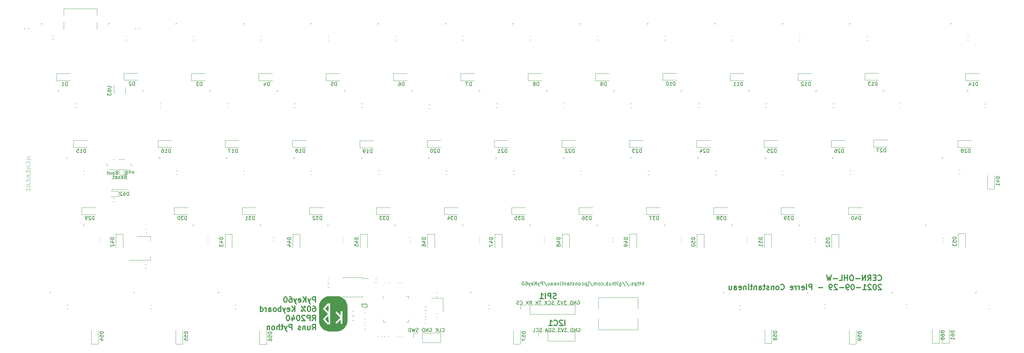
<source format=gbo>
%TF.GenerationSoftware,KiCad,Pcbnew,(5.1.10)-1*%
%TF.CreationDate,2021-09-29T22:37:26-06:00*%
%TF.ProjectId,PyKey60,50794b65-7936-4302-9e6b-696361645f70,1.1a*%
%TF.SameCoordinates,Original*%
%TF.FileFunction,Legend,Bot*%
%TF.FilePolarity,Positive*%
%FSLAX46Y46*%
G04 Gerber Fmt 4.6, Leading zero omitted, Abs format (unit mm)*
G04 Created by KiCad (PCBNEW (5.1.10)-1) date 2021-09-29 22:37:26*
%MOMM*%
%LPD*%
G01*
G04 APERTURE LIST*
%ADD10C,0.150000*%
%ADD11C,0.304800*%
%ADD12C,0.100000*%
%ADD13C,0.120000*%
%ADD14C,0.010000*%
G04 APERTURE END LIST*
D10*
X239797666Y-141201380D02*
X239797666Y-140201380D01*
X239369095Y-141201380D02*
X239369095Y-140677571D01*
X239416714Y-140582333D01*
X239511952Y-140534714D01*
X239654809Y-140534714D01*
X239750047Y-140582333D01*
X239797666Y-140629952D01*
X239035761Y-140534714D02*
X238654809Y-140534714D01*
X238892904Y-140201380D02*
X238892904Y-141058523D01*
X238845285Y-141153761D01*
X238750047Y-141201380D01*
X238654809Y-141201380D01*
X238464333Y-140534714D02*
X238083380Y-140534714D01*
X238321476Y-140201380D02*
X238321476Y-141058523D01*
X238273857Y-141153761D01*
X238178619Y-141201380D01*
X238083380Y-141201380D01*
X237750047Y-140534714D02*
X237750047Y-141534714D01*
X237750047Y-140582333D02*
X237654809Y-140534714D01*
X237464333Y-140534714D01*
X237369095Y-140582333D01*
X237321476Y-140629952D01*
X237273857Y-140725190D01*
X237273857Y-141010904D01*
X237321476Y-141106142D01*
X237369095Y-141153761D01*
X237464333Y-141201380D01*
X237654809Y-141201380D01*
X237750047Y-141153761D01*
X236892904Y-141153761D02*
X236797666Y-141201380D01*
X236607190Y-141201380D01*
X236511952Y-141153761D01*
X236464333Y-141058523D01*
X236464333Y-141010904D01*
X236511952Y-140915666D01*
X236607190Y-140868047D01*
X236750047Y-140868047D01*
X236845285Y-140820428D01*
X236892904Y-140725190D01*
X236892904Y-140677571D01*
X236845285Y-140582333D01*
X236750047Y-140534714D01*
X236607190Y-140534714D01*
X236511952Y-140582333D01*
X236035761Y-141106142D02*
X235988142Y-141153761D01*
X236035761Y-141201380D01*
X236083380Y-141153761D01*
X236035761Y-141106142D01*
X236035761Y-141201380D01*
X236035761Y-140582333D02*
X235988142Y-140629952D01*
X236035761Y-140677571D01*
X236083380Y-140629952D01*
X236035761Y-140582333D01*
X236035761Y-140677571D01*
X234845285Y-140153761D02*
X235702428Y-141439476D01*
X233797666Y-140153761D02*
X234654809Y-141439476D01*
X233035761Y-140534714D02*
X233035761Y-141344238D01*
X233083380Y-141439476D01*
X233131000Y-141487095D01*
X233226238Y-141534714D01*
X233369095Y-141534714D01*
X233464333Y-141487095D01*
X233035761Y-141153761D02*
X233131000Y-141201380D01*
X233321476Y-141201380D01*
X233416714Y-141153761D01*
X233464333Y-141106142D01*
X233511952Y-141010904D01*
X233511952Y-140725190D01*
X233464333Y-140629952D01*
X233416714Y-140582333D01*
X233321476Y-140534714D01*
X233131000Y-140534714D01*
X233035761Y-140582333D01*
X232559571Y-141201380D02*
X232559571Y-140534714D01*
X232559571Y-140201380D02*
X232607190Y-140249000D01*
X232559571Y-140296619D01*
X232511952Y-140249000D01*
X232559571Y-140201380D01*
X232559571Y-140296619D01*
X232226238Y-140534714D02*
X231845285Y-140534714D01*
X232083380Y-140201380D02*
X232083380Y-141058523D01*
X232035761Y-141153761D01*
X231940523Y-141201380D01*
X231845285Y-141201380D01*
X231511952Y-141201380D02*
X231511952Y-140201380D01*
X231083380Y-141201380D02*
X231083380Y-140677571D01*
X231131000Y-140582333D01*
X231226238Y-140534714D01*
X231369095Y-140534714D01*
X231464333Y-140582333D01*
X231511952Y-140629952D01*
X230178619Y-140534714D02*
X230178619Y-141201380D01*
X230607190Y-140534714D02*
X230607190Y-141058523D01*
X230559571Y-141153761D01*
X230464333Y-141201380D01*
X230321476Y-141201380D01*
X230226238Y-141153761D01*
X230178619Y-141106142D01*
X229702428Y-141201380D02*
X229702428Y-140201380D01*
X229702428Y-140582333D02*
X229607190Y-140534714D01*
X229416714Y-140534714D01*
X229321476Y-140582333D01*
X229273857Y-140629952D01*
X229226238Y-140725190D01*
X229226238Y-141010904D01*
X229273857Y-141106142D01*
X229321476Y-141153761D01*
X229416714Y-141201380D01*
X229607190Y-141201380D01*
X229702428Y-141153761D01*
X228797666Y-141106142D02*
X228750047Y-141153761D01*
X228797666Y-141201380D01*
X228845285Y-141153761D01*
X228797666Y-141106142D01*
X228797666Y-141201380D01*
X227892904Y-141153761D02*
X227988142Y-141201380D01*
X228178619Y-141201380D01*
X228273857Y-141153761D01*
X228321476Y-141106142D01*
X228369095Y-141010904D01*
X228369095Y-140725190D01*
X228321476Y-140629952D01*
X228273857Y-140582333D01*
X228178619Y-140534714D01*
X227988142Y-140534714D01*
X227892904Y-140582333D01*
X227321476Y-141201380D02*
X227416714Y-141153761D01*
X227464333Y-141106142D01*
X227511952Y-141010904D01*
X227511952Y-140725190D01*
X227464333Y-140629952D01*
X227416714Y-140582333D01*
X227321476Y-140534714D01*
X227178619Y-140534714D01*
X227083380Y-140582333D01*
X227035761Y-140629952D01*
X226988142Y-140725190D01*
X226988142Y-141010904D01*
X227035761Y-141106142D01*
X227083380Y-141153761D01*
X227178619Y-141201380D01*
X227321476Y-141201380D01*
X226559571Y-141201380D02*
X226559571Y-140534714D01*
X226559571Y-140629952D02*
X226511952Y-140582333D01*
X226416714Y-140534714D01*
X226273857Y-140534714D01*
X226178619Y-140582333D01*
X226131000Y-140677571D01*
X226131000Y-141201380D01*
X226131000Y-140677571D02*
X226083380Y-140582333D01*
X225988142Y-140534714D01*
X225845285Y-140534714D01*
X225750047Y-140582333D01*
X225702428Y-140677571D01*
X225702428Y-141201380D01*
X224511952Y-140153761D02*
X225369095Y-141439476D01*
X224178619Y-140534714D02*
X224178619Y-141391857D01*
X224226238Y-141487095D01*
X224321476Y-141534714D01*
X224369095Y-141534714D01*
X224178619Y-140201380D02*
X224226238Y-140249000D01*
X224178619Y-140296619D01*
X224131000Y-140249000D01*
X224178619Y-140201380D01*
X224178619Y-140296619D01*
X223702428Y-140534714D02*
X223702428Y-141534714D01*
X223702428Y-140582333D02*
X223607190Y-140534714D01*
X223416714Y-140534714D01*
X223321476Y-140582333D01*
X223273857Y-140629952D01*
X223226238Y-140725190D01*
X223226238Y-141010904D01*
X223273857Y-141106142D01*
X223321476Y-141153761D01*
X223416714Y-141201380D01*
X223607190Y-141201380D01*
X223702428Y-141153761D01*
X222369095Y-141153761D02*
X222464333Y-141201380D01*
X222654809Y-141201380D01*
X222750047Y-141153761D01*
X222797666Y-141106142D01*
X222845285Y-141010904D01*
X222845285Y-140725190D01*
X222797666Y-140629952D01*
X222750047Y-140582333D01*
X222654809Y-140534714D01*
X222464333Y-140534714D01*
X222369095Y-140582333D01*
X221797666Y-141201380D02*
X221892904Y-141153761D01*
X221940523Y-141106142D01*
X221988142Y-141010904D01*
X221988142Y-140725190D01*
X221940523Y-140629952D01*
X221892904Y-140582333D01*
X221797666Y-140534714D01*
X221654809Y-140534714D01*
X221559571Y-140582333D01*
X221511952Y-140629952D01*
X221464333Y-140725190D01*
X221464333Y-141010904D01*
X221511952Y-141106142D01*
X221559571Y-141153761D01*
X221654809Y-141201380D01*
X221797666Y-141201380D01*
X221035761Y-140534714D02*
X221035761Y-141201380D01*
X221035761Y-140629952D02*
X220988142Y-140582333D01*
X220892904Y-140534714D01*
X220750047Y-140534714D01*
X220654809Y-140582333D01*
X220607190Y-140677571D01*
X220607190Y-141201380D01*
X220178619Y-141153761D02*
X220083380Y-141201380D01*
X219892904Y-141201380D01*
X219797666Y-141153761D01*
X219750047Y-141058523D01*
X219750047Y-141010904D01*
X219797666Y-140915666D01*
X219892904Y-140868047D01*
X220035761Y-140868047D01*
X220131000Y-140820428D01*
X220178619Y-140725190D01*
X220178619Y-140677571D01*
X220131000Y-140582333D01*
X220035761Y-140534714D01*
X219892904Y-140534714D01*
X219797666Y-140582333D01*
X219464333Y-140534714D02*
X219083380Y-140534714D01*
X219321476Y-140201380D02*
X219321476Y-141058523D01*
X219273857Y-141153761D01*
X219178619Y-141201380D01*
X219083380Y-141201380D01*
X218321476Y-141201380D02*
X218321476Y-140677571D01*
X218369095Y-140582333D01*
X218464333Y-140534714D01*
X218654809Y-140534714D01*
X218750047Y-140582333D01*
X218321476Y-141153761D02*
X218416714Y-141201380D01*
X218654809Y-141201380D01*
X218750047Y-141153761D01*
X218797666Y-141058523D01*
X218797666Y-140963285D01*
X218750047Y-140868047D01*
X218654809Y-140820428D01*
X218416714Y-140820428D01*
X218321476Y-140772809D01*
X217845285Y-140534714D02*
X217845285Y-141201380D01*
X217845285Y-140629952D02*
X217797666Y-140582333D01*
X217702428Y-140534714D01*
X217559571Y-140534714D01*
X217464333Y-140582333D01*
X217416714Y-140677571D01*
X217416714Y-141201380D01*
X217083380Y-140534714D02*
X216702428Y-140534714D01*
X216940523Y-140201380D02*
X216940523Y-141058523D01*
X216892904Y-141153761D01*
X216797666Y-141201380D01*
X216702428Y-141201380D01*
X216369095Y-141201380D02*
X216369095Y-140534714D01*
X216369095Y-140201380D02*
X216416714Y-140249000D01*
X216369095Y-140296619D01*
X216321476Y-140249000D01*
X216369095Y-140201380D01*
X216369095Y-140296619D01*
X215892904Y-140534714D02*
X215892904Y-141201380D01*
X215892904Y-140629952D02*
X215845285Y-140582333D01*
X215750047Y-140534714D01*
X215607190Y-140534714D01*
X215511952Y-140582333D01*
X215464333Y-140677571D01*
X215464333Y-141201380D01*
X214607190Y-141153761D02*
X214702428Y-141201380D01*
X214892904Y-141201380D01*
X214988142Y-141153761D01*
X215035761Y-141058523D01*
X215035761Y-140677571D01*
X214988142Y-140582333D01*
X214892904Y-140534714D01*
X214702428Y-140534714D01*
X214607190Y-140582333D01*
X214559571Y-140677571D01*
X214559571Y-140772809D01*
X215035761Y-140868047D01*
X213702428Y-141201380D02*
X213702428Y-140677571D01*
X213750047Y-140582333D01*
X213845285Y-140534714D01*
X214035761Y-140534714D01*
X214131000Y-140582333D01*
X213702428Y-141153761D02*
X213797666Y-141201380D01*
X214035761Y-141201380D01*
X214131000Y-141153761D01*
X214178619Y-141058523D01*
X214178619Y-140963285D01*
X214131000Y-140868047D01*
X214035761Y-140820428D01*
X213797666Y-140820428D01*
X213702428Y-140772809D01*
X212797666Y-140534714D02*
X212797666Y-141201380D01*
X213226238Y-140534714D02*
X213226238Y-141058523D01*
X213178619Y-141153761D01*
X213083380Y-141201380D01*
X212940523Y-141201380D01*
X212845285Y-141153761D01*
X212797666Y-141106142D01*
X211607190Y-140153761D02*
X212464333Y-141439476D01*
X211273857Y-141201380D02*
X211273857Y-140201380D01*
X210892904Y-140201380D01*
X210797666Y-140249000D01*
X210750047Y-140296619D01*
X210702428Y-140391857D01*
X210702428Y-140534714D01*
X210750047Y-140629952D01*
X210797666Y-140677571D01*
X210892904Y-140725190D01*
X211273857Y-140725190D01*
X210369095Y-140534714D02*
X210131000Y-141201380D01*
X209892904Y-140534714D02*
X210131000Y-141201380D01*
X210226238Y-141439476D01*
X210273857Y-141487095D01*
X210369095Y-141534714D01*
X209511952Y-141201380D02*
X209511952Y-140201380D01*
X208940523Y-141201380D02*
X209369095Y-140629952D01*
X208940523Y-140201380D02*
X209511952Y-140772809D01*
X208131000Y-141153761D02*
X208226238Y-141201380D01*
X208416714Y-141201380D01*
X208511952Y-141153761D01*
X208559571Y-141058523D01*
X208559571Y-140677571D01*
X208511952Y-140582333D01*
X208416714Y-140534714D01*
X208226238Y-140534714D01*
X208131000Y-140582333D01*
X208083380Y-140677571D01*
X208083380Y-140772809D01*
X208559571Y-140868047D01*
X207750047Y-140534714D02*
X207511952Y-141201380D01*
X207273857Y-140534714D02*
X207511952Y-141201380D01*
X207607190Y-141439476D01*
X207654809Y-141487095D01*
X207750047Y-141534714D01*
X206464333Y-140201380D02*
X206654809Y-140201380D01*
X206750047Y-140249000D01*
X206797666Y-140296619D01*
X206892904Y-140439476D01*
X206940523Y-140629952D01*
X206940523Y-141010904D01*
X206892904Y-141106142D01*
X206845285Y-141153761D01*
X206750047Y-141201380D01*
X206559571Y-141201380D01*
X206464333Y-141153761D01*
X206416714Y-141106142D01*
X206369095Y-141010904D01*
X206369095Y-140772809D01*
X206416714Y-140677571D01*
X206464333Y-140629952D01*
X206559571Y-140582333D01*
X206750047Y-140582333D01*
X206845285Y-140629952D01*
X206892904Y-140677571D01*
X206940523Y-140772809D01*
X205750047Y-140201380D02*
X205654809Y-140201380D01*
X205559571Y-140249000D01*
X205511952Y-140296619D01*
X205464333Y-140391857D01*
X205416714Y-140582333D01*
X205416714Y-140820428D01*
X205464333Y-141010904D01*
X205511952Y-141106142D01*
X205559571Y-141153761D01*
X205654809Y-141201380D01*
X205750047Y-141201380D01*
X205845285Y-141153761D01*
X205892904Y-141106142D01*
X205940523Y-141010904D01*
X205988142Y-140820428D01*
X205988142Y-140582333D01*
X205940523Y-140391857D01*
X205892904Y-140296619D01*
X205845285Y-140249000D01*
X205750047Y-140201380D01*
D11*
X147013022Y-146061228D02*
X147013022Y-144537228D01*
X146432451Y-144537228D01*
X146287308Y-144609800D01*
X146214737Y-144682371D01*
X146142165Y-144827514D01*
X146142165Y-145045228D01*
X146214737Y-145190371D01*
X146287308Y-145262942D01*
X146432451Y-145335514D01*
X147013022Y-145335514D01*
X145634165Y-145045228D02*
X145271308Y-146061228D01*
X144908451Y-145045228D02*
X145271308Y-146061228D01*
X145416451Y-146424085D01*
X145489022Y-146496657D01*
X145634165Y-146569228D01*
X144327880Y-146061228D02*
X144327880Y-144537228D01*
X143457022Y-146061228D02*
X144110165Y-145190371D01*
X143457022Y-144537228D02*
X144327880Y-145408085D01*
X142223308Y-145988657D02*
X142368451Y-146061228D01*
X142658737Y-146061228D01*
X142803880Y-145988657D01*
X142876451Y-145843514D01*
X142876451Y-145262942D01*
X142803880Y-145117800D01*
X142658737Y-145045228D01*
X142368451Y-145045228D01*
X142223308Y-145117800D01*
X142150737Y-145262942D01*
X142150737Y-145408085D01*
X142876451Y-145553228D01*
X141642737Y-145045228D02*
X141279880Y-146061228D01*
X140917022Y-145045228D02*
X141279880Y-146061228D01*
X141425022Y-146424085D01*
X141497594Y-146496657D01*
X141642737Y-146569228D01*
X139683308Y-144537228D02*
X139973594Y-144537228D01*
X140118737Y-144609800D01*
X140191308Y-144682371D01*
X140336451Y-144900085D01*
X140409022Y-145190371D01*
X140409022Y-145770942D01*
X140336451Y-145916085D01*
X140263880Y-145988657D01*
X140118737Y-146061228D01*
X139828451Y-146061228D01*
X139683308Y-145988657D01*
X139610737Y-145916085D01*
X139538165Y-145770942D01*
X139538165Y-145408085D01*
X139610737Y-145262942D01*
X139683308Y-145190371D01*
X139828451Y-145117800D01*
X140118737Y-145117800D01*
X140263880Y-145190371D01*
X140336451Y-145262942D01*
X140409022Y-145408085D01*
X138594737Y-144537228D02*
X138449594Y-144537228D01*
X138304451Y-144609800D01*
X138231880Y-144682371D01*
X138159308Y-144827514D01*
X138086737Y-145117800D01*
X138086737Y-145480657D01*
X138159308Y-145770942D01*
X138231880Y-145916085D01*
X138304451Y-145988657D01*
X138449594Y-146061228D01*
X138594737Y-146061228D01*
X138739880Y-145988657D01*
X138812451Y-145916085D01*
X138885022Y-145770942D01*
X138957594Y-145480657D01*
X138957594Y-145117800D01*
X138885022Y-144827514D01*
X138812451Y-144682371D01*
X138739880Y-144609800D01*
X138594737Y-144537228D01*
X146359880Y-147128028D02*
X146650165Y-147128028D01*
X146795308Y-147200600D01*
X146867880Y-147273171D01*
X147013022Y-147490885D01*
X147085594Y-147781171D01*
X147085594Y-148361742D01*
X147013022Y-148506885D01*
X146940451Y-148579457D01*
X146795308Y-148652028D01*
X146505022Y-148652028D01*
X146359880Y-148579457D01*
X146287308Y-148506885D01*
X146214737Y-148361742D01*
X146214737Y-147998885D01*
X146287308Y-147853742D01*
X146359880Y-147781171D01*
X146505022Y-147708600D01*
X146795308Y-147708600D01*
X146940451Y-147781171D01*
X147013022Y-147853742D01*
X147085594Y-147998885D01*
X145271308Y-147128028D02*
X145126165Y-147128028D01*
X144981022Y-147200600D01*
X144908451Y-147273171D01*
X144835880Y-147418314D01*
X144763308Y-147708600D01*
X144763308Y-148071457D01*
X144835880Y-148361742D01*
X144908451Y-148506885D01*
X144981022Y-148579457D01*
X145126165Y-148652028D01*
X145271308Y-148652028D01*
X145416451Y-148579457D01*
X145489022Y-148506885D01*
X145561594Y-148361742D01*
X145634165Y-148071457D01*
X145634165Y-147708600D01*
X145561594Y-147418314D01*
X145489022Y-147273171D01*
X145416451Y-147200600D01*
X145271308Y-147128028D01*
X144182737Y-148652028D02*
X143021594Y-147128028D01*
X143965022Y-147128028D02*
X143819880Y-147200600D01*
X143747308Y-147345742D01*
X143819880Y-147490885D01*
X143965022Y-147563457D01*
X144110165Y-147490885D01*
X144182737Y-147345742D01*
X144110165Y-147200600D01*
X143965022Y-147128028D01*
X143094165Y-148579457D02*
X143021594Y-148434314D01*
X143094165Y-148289171D01*
X143239308Y-148216600D01*
X143384451Y-148289171D01*
X143457022Y-148434314D01*
X143384451Y-148579457D01*
X143239308Y-148652028D01*
X143094165Y-148579457D01*
X141207308Y-148652028D02*
X141207308Y-147128028D01*
X140336451Y-148652028D02*
X140989594Y-147781171D01*
X140336451Y-147128028D02*
X141207308Y-147998885D01*
X139102737Y-148579457D02*
X139247880Y-148652028D01*
X139538165Y-148652028D01*
X139683308Y-148579457D01*
X139755880Y-148434314D01*
X139755880Y-147853742D01*
X139683308Y-147708600D01*
X139538165Y-147636028D01*
X139247880Y-147636028D01*
X139102737Y-147708600D01*
X139030165Y-147853742D01*
X139030165Y-147998885D01*
X139755880Y-148144028D01*
X138522165Y-147636028D02*
X138159308Y-148652028D01*
X137796451Y-147636028D02*
X138159308Y-148652028D01*
X138304451Y-149014885D01*
X138377022Y-149087457D01*
X138522165Y-149160028D01*
X137215880Y-148652028D02*
X137215880Y-147128028D01*
X137215880Y-147708600D02*
X137070737Y-147636028D01*
X136780451Y-147636028D01*
X136635308Y-147708600D01*
X136562737Y-147781171D01*
X136490165Y-147926314D01*
X136490165Y-148361742D01*
X136562737Y-148506885D01*
X136635308Y-148579457D01*
X136780451Y-148652028D01*
X137070737Y-148652028D01*
X137215880Y-148579457D01*
X135619308Y-148652028D02*
X135764451Y-148579457D01*
X135837022Y-148506885D01*
X135909594Y-148361742D01*
X135909594Y-147926314D01*
X135837022Y-147781171D01*
X135764451Y-147708600D01*
X135619308Y-147636028D01*
X135401594Y-147636028D01*
X135256451Y-147708600D01*
X135183880Y-147781171D01*
X135111308Y-147926314D01*
X135111308Y-148361742D01*
X135183880Y-148506885D01*
X135256451Y-148579457D01*
X135401594Y-148652028D01*
X135619308Y-148652028D01*
X133805022Y-148652028D02*
X133805022Y-147853742D01*
X133877594Y-147708600D01*
X134022737Y-147636028D01*
X134313022Y-147636028D01*
X134458165Y-147708600D01*
X133805022Y-148579457D02*
X133950165Y-148652028D01*
X134313022Y-148652028D01*
X134458165Y-148579457D01*
X134530737Y-148434314D01*
X134530737Y-148289171D01*
X134458165Y-148144028D01*
X134313022Y-148071457D01*
X133950165Y-148071457D01*
X133805022Y-147998885D01*
X133079308Y-148652028D02*
X133079308Y-147636028D01*
X133079308Y-147926314D02*
X133006737Y-147781171D01*
X132934165Y-147708600D01*
X132789022Y-147636028D01*
X132643880Y-147636028D01*
X131482737Y-148652028D02*
X131482737Y-147128028D01*
X131482737Y-148579457D02*
X131627880Y-148652028D01*
X131918165Y-148652028D01*
X132063308Y-148579457D01*
X132135880Y-148506885D01*
X132208451Y-148361742D01*
X132208451Y-147926314D01*
X132135880Y-147781171D01*
X132063308Y-147708600D01*
X131918165Y-147636028D01*
X131627880Y-147636028D01*
X131482737Y-147708600D01*
X146142165Y-151242828D02*
X146650165Y-150517114D01*
X147013022Y-151242828D02*
X147013022Y-149718828D01*
X146432451Y-149718828D01*
X146287308Y-149791400D01*
X146214737Y-149863971D01*
X146142165Y-150009114D01*
X146142165Y-150226828D01*
X146214737Y-150371971D01*
X146287308Y-150444542D01*
X146432451Y-150517114D01*
X147013022Y-150517114D01*
X145489022Y-151242828D02*
X145489022Y-149718828D01*
X144908451Y-149718828D01*
X144763308Y-149791400D01*
X144690737Y-149863971D01*
X144618165Y-150009114D01*
X144618165Y-150226828D01*
X144690737Y-150371971D01*
X144763308Y-150444542D01*
X144908451Y-150517114D01*
X145489022Y-150517114D01*
X144037594Y-149863971D02*
X143965022Y-149791400D01*
X143819880Y-149718828D01*
X143457022Y-149718828D01*
X143311880Y-149791400D01*
X143239308Y-149863971D01*
X143166737Y-150009114D01*
X143166737Y-150154257D01*
X143239308Y-150371971D01*
X144110165Y-151242828D01*
X143166737Y-151242828D01*
X142223308Y-149718828D02*
X142078165Y-149718828D01*
X141933022Y-149791400D01*
X141860451Y-149863971D01*
X141787880Y-150009114D01*
X141715308Y-150299400D01*
X141715308Y-150662257D01*
X141787880Y-150952542D01*
X141860451Y-151097685D01*
X141933022Y-151170257D01*
X142078165Y-151242828D01*
X142223308Y-151242828D01*
X142368451Y-151170257D01*
X142441022Y-151097685D01*
X142513594Y-150952542D01*
X142586165Y-150662257D01*
X142586165Y-150299400D01*
X142513594Y-150009114D01*
X142441022Y-149863971D01*
X142368451Y-149791400D01*
X142223308Y-149718828D01*
X140409022Y-150226828D02*
X140409022Y-151242828D01*
X140771880Y-149646257D02*
X141134737Y-150734828D01*
X140191308Y-150734828D01*
X139320451Y-149718828D02*
X139175308Y-149718828D01*
X139030165Y-149791400D01*
X138957594Y-149863971D01*
X138885022Y-150009114D01*
X138812451Y-150299400D01*
X138812451Y-150662257D01*
X138885022Y-150952542D01*
X138957594Y-151097685D01*
X139030165Y-151170257D01*
X139175308Y-151242828D01*
X139320451Y-151242828D01*
X139465594Y-151170257D01*
X139538165Y-151097685D01*
X139610737Y-150952542D01*
X139683308Y-150662257D01*
X139683308Y-150299400D01*
X139610737Y-150009114D01*
X139538165Y-149863971D01*
X139465594Y-149791400D01*
X139320451Y-149718828D01*
X146142165Y-153833628D02*
X146650165Y-153107914D01*
X147013022Y-153833628D02*
X147013022Y-152309628D01*
X146432451Y-152309628D01*
X146287308Y-152382200D01*
X146214737Y-152454771D01*
X146142165Y-152599914D01*
X146142165Y-152817628D01*
X146214737Y-152962771D01*
X146287308Y-153035342D01*
X146432451Y-153107914D01*
X147013022Y-153107914D01*
X144835880Y-152817628D02*
X144835880Y-153833628D01*
X145489022Y-152817628D02*
X145489022Y-153615914D01*
X145416451Y-153761057D01*
X145271308Y-153833628D01*
X145053594Y-153833628D01*
X144908451Y-153761057D01*
X144835880Y-153688485D01*
X144110165Y-152817628D02*
X144110165Y-153833628D01*
X144110165Y-152962771D02*
X144037594Y-152890200D01*
X143892451Y-152817628D01*
X143674737Y-152817628D01*
X143529594Y-152890200D01*
X143457022Y-153035342D01*
X143457022Y-153833628D01*
X142803880Y-153761057D02*
X142658737Y-153833628D01*
X142368451Y-153833628D01*
X142223308Y-153761057D01*
X142150737Y-153615914D01*
X142150737Y-153543342D01*
X142223308Y-153398200D01*
X142368451Y-153325628D01*
X142586165Y-153325628D01*
X142731308Y-153253057D01*
X142803880Y-153107914D01*
X142803880Y-153035342D01*
X142731308Y-152890200D01*
X142586165Y-152817628D01*
X142368451Y-152817628D01*
X142223308Y-152890200D01*
X140336451Y-153833628D02*
X140336451Y-152309628D01*
X139755880Y-152309628D01*
X139610737Y-152382200D01*
X139538165Y-152454771D01*
X139465594Y-152599914D01*
X139465594Y-152817628D01*
X139538165Y-152962771D01*
X139610737Y-153035342D01*
X139755880Y-153107914D01*
X140336451Y-153107914D01*
X138957594Y-152817628D02*
X138594737Y-153833628D01*
X138231880Y-152817628D02*
X138594737Y-153833628D01*
X138739880Y-154196485D01*
X138812451Y-154269057D01*
X138957594Y-154341628D01*
X137869022Y-152817628D02*
X137288451Y-152817628D01*
X137651308Y-152309628D02*
X137651308Y-153615914D01*
X137578737Y-153761057D01*
X137433594Y-153833628D01*
X137288451Y-153833628D01*
X136780451Y-153833628D02*
X136780451Y-152309628D01*
X136127308Y-153833628D02*
X136127308Y-153035342D01*
X136199880Y-152890200D01*
X136345022Y-152817628D01*
X136562737Y-152817628D01*
X136707880Y-152890200D01*
X136780451Y-152962771D01*
X135183880Y-153833628D02*
X135329022Y-153761057D01*
X135401594Y-153688485D01*
X135474165Y-153543342D01*
X135474165Y-153107914D01*
X135401594Y-152962771D01*
X135329022Y-152890200D01*
X135183880Y-152817628D01*
X134966165Y-152817628D01*
X134821022Y-152890200D01*
X134748451Y-152962771D01*
X134675880Y-153107914D01*
X134675880Y-153543342D01*
X134748451Y-153688485D01*
X134821022Y-153761057D01*
X134966165Y-153833628D01*
X135183880Y-153833628D01*
X134022737Y-152817628D02*
X134022737Y-153833628D01*
X134022737Y-152962771D02*
X133950165Y-152890200D01*
X133805022Y-152817628D01*
X133587308Y-152817628D01*
X133442165Y-152890200D01*
X133369594Y-153035342D01*
X133369594Y-153833628D01*
D10*
X92932095Y-110975380D02*
X93265428Y-110499190D01*
X93503523Y-110975380D02*
X93503523Y-109975380D01*
X93122571Y-109975380D01*
X93027333Y-110023000D01*
X92979714Y-110070619D01*
X92932095Y-110165857D01*
X92932095Y-110308714D01*
X92979714Y-110403952D01*
X93027333Y-110451571D01*
X93122571Y-110499190D01*
X93503523Y-110499190D01*
X92122571Y-110927761D02*
X92217809Y-110975380D01*
X92408285Y-110975380D01*
X92503523Y-110927761D01*
X92551142Y-110832523D01*
X92551142Y-110451571D01*
X92503523Y-110356333D01*
X92408285Y-110308714D01*
X92217809Y-110308714D01*
X92122571Y-110356333D01*
X92074952Y-110451571D01*
X92074952Y-110546809D01*
X92551142Y-110642047D01*
X91694000Y-110927761D02*
X91598761Y-110975380D01*
X91408285Y-110975380D01*
X91313047Y-110927761D01*
X91265428Y-110832523D01*
X91265428Y-110784904D01*
X91313047Y-110689666D01*
X91408285Y-110642047D01*
X91551142Y-110642047D01*
X91646380Y-110594428D01*
X91694000Y-110499190D01*
X91694000Y-110451571D01*
X91646380Y-110356333D01*
X91551142Y-110308714D01*
X91408285Y-110308714D01*
X91313047Y-110356333D01*
X90455904Y-110927761D02*
X90551142Y-110975380D01*
X90741619Y-110975380D01*
X90836857Y-110927761D01*
X90884476Y-110832523D01*
X90884476Y-110451571D01*
X90836857Y-110356333D01*
X90741619Y-110308714D01*
X90551142Y-110308714D01*
X90455904Y-110356333D01*
X90408285Y-110451571D01*
X90408285Y-110546809D01*
X90884476Y-110642047D01*
X90122571Y-110308714D02*
X89741619Y-110308714D01*
X89979714Y-109975380D02*
X89979714Y-110832523D01*
X89932095Y-110927761D01*
X89836857Y-110975380D01*
X89741619Y-110975380D01*
X93892761Y-108800619D02*
X93559428Y-109276809D01*
X93321333Y-108800619D02*
X93321333Y-109800619D01*
X93702285Y-109800619D01*
X93797523Y-109753000D01*
X93845142Y-109705380D01*
X93892761Y-109610142D01*
X93892761Y-109467285D01*
X93845142Y-109372047D01*
X93797523Y-109324428D01*
X93702285Y-109276809D01*
X93321333Y-109276809D01*
X94749904Y-109467285D02*
X94749904Y-108800619D01*
X94321333Y-109467285D02*
X94321333Y-108943476D01*
X94368952Y-108848238D01*
X94464190Y-108800619D01*
X94607047Y-108800619D01*
X94702285Y-108848238D01*
X94749904Y-108895857D01*
X95226095Y-109467285D02*
X95226095Y-108800619D01*
X95226095Y-109372047D02*
X95273714Y-109419666D01*
X95368952Y-109467285D01*
X95511809Y-109467285D01*
X95607047Y-109419666D01*
X95654666Y-109324428D01*
X95654666Y-108800619D01*
D12*
X65238380Y-104887952D02*
X65952666Y-104887952D01*
X66095523Y-104840333D01*
X66190761Y-104745095D01*
X66238380Y-104602238D01*
X66238380Y-104507000D01*
X66238380Y-105840333D02*
X66238380Y-105364142D01*
X65238380Y-105364142D01*
X66143142Y-106745095D02*
X66190761Y-106697476D01*
X66238380Y-106554619D01*
X66238380Y-106459380D01*
X66190761Y-106316523D01*
X66095523Y-106221285D01*
X66000285Y-106173666D01*
X65809809Y-106126047D01*
X65666952Y-106126047D01*
X65476476Y-106173666D01*
X65381238Y-106221285D01*
X65286000Y-106316523D01*
X65238380Y-106459380D01*
X65238380Y-106554619D01*
X65286000Y-106697476D01*
X65333619Y-106745095D01*
X65238380Y-107459380D02*
X65952666Y-107459380D01*
X66095523Y-107411761D01*
X66190761Y-107316523D01*
X66238380Y-107173666D01*
X66238380Y-107078428D01*
X66238380Y-108411761D02*
X66238380Y-107935571D01*
X65238380Y-107935571D01*
X66143142Y-109316523D02*
X66190761Y-109268904D01*
X66238380Y-109126047D01*
X66238380Y-109030809D01*
X66190761Y-108887952D01*
X66095523Y-108792714D01*
X66000285Y-108745095D01*
X65809809Y-108697476D01*
X65666952Y-108697476D01*
X65476476Y-108745095D01*
X65381238Y-108792714D01*
X65286000Y-108887952D01*
X65238380Y-109030809D01*
X65238380Y-109126047D01*
X65286000Y-109268904D01*
X65333619Y-109316523D01*
X65238380Y-110030809D02*
X65952666Y-110030809D01*
X66095523Y-109983190D01*
X66190761Y-109887952D01*
X66238380Y-109745095D01*
X66238380Y-109649857D01*
X66238380Y-110983190D02*
X66238380Y-110507000D01*
X65238380Y-110507000D01*
X66143142Y-111887952D02*
X66190761Y-111840333D01*
X66238380Y-111697476D01*
X66238380Y-111602238D01*
X66190761Y-111459380D01*
X66095523Y-111364142D01*
X66000285Y-111316523D01*
X65809809Y-111268904D01*
X65666952Y-111268904D01*
X65476476Y-111316523D01*
X65381238Y-111364142D01*
X65286000Y-111459380D01*
X65238380Y-111602238D01*
X65238380Y-111697476D01*
X65286000Y-111840333D01*
X65333619Y-111887952D01*
X65238380Y-112602238D02*
X65952666Y-112602238D01*
X66095523Y-112554619D01*
X66190761Y-112459380D01*
X66238380Y-112316523D01*
X66238380Y-112221285D01*
X66238380Y-113554619D02*
X66238380Y-113078428D01*
X65238380Y-113078428D01*
X66143142Y-114459380D02*
X66190761Y-114411761D01*
X66238380Y-114268904D01*
X66238380Y-114173666D01*
X66190761Y-114030809D01*
X66095523Y-113935571D01*
X66000285Y-113887952D01*
X65809809Y-113840333D01*
X65666952Y-113840333D01*
X65476476Y-113887952D01*
X65381238Y-113935571D01*
X65286000Y-114030809D01*
X65238380Y-114173666D01*
X65238380Y-114268904D01*
X65286000Y-114411761D01*
X65333619Y-114459380D01*
D11*
X306162165Y-139743885D02*
X306234737Y-139816457D01*
X306452451Y-139889028D01*
X306597594Y-139889028D01*
X306815308Y-139816457D01*
X306960451Y-139671314D01*
X307033022Y-139526171D01*
X307105594Y-139235885D01*
X307105594Y-139018171D01*
X307033022Y-138727885D01*
X306960451Y-138582742D01*
X306815308Y-138437600D01*
X306597594Y-138365028D01*
X306452451Y-138365028D01*
X306234737Y-138437600D01*
X306162165Y-138510171D01*
X305509022Y-139090742D02*
X305001022Y-139090742D01*
X304783308Y-139889028D02*
X305509022Y-139889028D01*
X305509022Y-138365028D01*
X304783308Y-138365028D01*
X303259308Y-139889028D02*
X303767308Y-139163314D01*
X304130165Y-139889028D02*
X304130165Y-138365028D01*
X303549594Y-138365028D01*
X303404451Y-138437600D01*
X303331880Y-138510171D01*
X303259308Y-138655314D01*
X303259308Y-138873028D01*
X303331880Y-139018171D01*
X303404451Y-139090742D01*
X303549594Y-139163314D01*
X304130165Y-139163314D01*
X302606165Y-139889028D02*
X302606165Y-138365028D01*
X301735308Y-139889028D01*
X301735308Y-138365028D01*
X301009594Y-139308457D02*
X299848451Y-139308457D01*
X298832451Y-138365028D02*
X298542165Y-138365028D01*
X298397022Y-138437600D01*
X298251880Y-138582742D01*
X298179308Y-138873028D01*
X298179308Y-139381028D01*
X298251880Y-139671314D01*
X298397022Y-139816457D01*
X298542165Y-139889028D01*
X298832451Y-139889028D01*
X298977594Y-139816457D01*
X299122737Y-139671314D01*
X299195308Y-139381028D01*
X299195308Y-138873028D01*
X299122737Y-138582742D01*
X298977594Y-138437600D01*
X298832451Y-138365028D01*
X297526165Y-139889028D02*
X297526165Y-138365028D01*
X297526165Y-139090742D02*
X296655308Y-139090742D01*
X296655308Y-139889028D02*
X296655308Y-138365028D01*
X295203880Y-139889028D02*
X295929594Y-139889028D01*
X295929594Y-138365028D01*
X294695880Y-139308457D02*
X293534737Y-139308457D01*
X292954165Y-138365028D02*
X292591308Y-139889028D01*
X292301022Y-138800457D01*
X292010737Y-139889028D01*
X291647880Y-138365028D01*
X307105594Y-141100971D02*
X307033022Y-141028400D01*
X306887880Y-140955828D01*
X306525022Y-140955828D01*
X306379880Y-141028400D01*
X306307308Y-141100971D01*
X306234737Y-141246114D01*
X306234737Y-141391257D01*
X306307308Y-141608971D01*
X307178165Y-142479828D01*
X306234737Y-142479828D01*
X305291308Y-140955828D02*
X305146165Y-140955828D01*
X305001022Y-141028400D01*
X304928451Y-141100971D01*
X304855880Y-141246114D01*
X304783308Y-141536400D01*
X304783308Y-141899257D01*
X304855880Y-142189542D01*
X304928451Y-142334685D01*
X305001022Y-142407257D01*
X305146165Y-142479828D01*
X305291308Y-142479828D01*
X305436451Y-142407257D01*
X305509022Y-142334685D01*
X305581594Y-142189542D01*
X305654165Y-141899257D01*
X305654165Y-141536400D01*
X305581594Y-141246114D01*
X305509022Y-141100971D01*
X305436451Y-141028400D01*
X305291308Y-140955828D01*
X304202737Y-141100971D02*
X304130165Y-141028400D01*
X303985022Y-140955828D01*
X303622165Y-140955828D01*
X303477022Y-141028400D01*
X303404451Y-141100971D01*
X303331880Y-141246114D01*
X303331880Y-141391257D01*
X303404451Y-141608971D01*
X304275308Y-142479828D01*
X303331880Y-142479828D01*
X301880451Y-142479828D02*
X302751308Y-142479828D01*
X302315880Y-142479828D02*
X302315880Y-140955828D01*
X302461022Y-141173542D01*
X302606165Y-141318685D01*
X302751308Y-141391257D01*
X301227308Y-141899257D02*
X300066165Y-141899257D01*
X299050165Y-140955828D02*
X298905022Y-140955828D01*
X298759880Y-141028400D01*
X298687308Y-141100971D01*
X298614737Y-141246114D01*
X298542165Y-141536400D01*
X298542165Y-141899257D01*
X298614737Y-142189542D01*
X298687308Y-142334685D01*
X298759880Y-142407257D01*
X298905022Y-142479828D01*
X299050165Y-142479828D01*
X299195308Y-142407257D01*
X299267880Y-142334685D01*
X299340451Y-142189542D01*
X299413022Y-141899257D01*
X299413022Y-141536400D01*
X299340451Y-141246114D01*
X299267880Y-141100971D01*
X299195308Y-141028400D01*
X299050165Y-140955828D01*
X297816451Y-142479828D02*
X297526165Y-142479828D01*
X297381022Y-142407257D01*
X297308451Y-142334685D01*
X297163308Y-142116971D01*
X297090737Y-141826685D01*
X297090737Y-141246114D01*
X297163308Y-141100971D01*
X297235880Y-141028400D01*
X297381022Y-140955828D01*
X297671308Y-140955828D01*
X297816451Y-141028400D01*
X297889022Y-141100971D01*
X297961594Y-141246114D01*
X297961594Y-141608971D01*
X297889022Y-141754114D01*
X297816451Y-141826685D01*
X297671308Y-141899257D01*
X297381022Y-141899257D01*
X297235880Y-141826685D01*
X297163308Y-141754114D01*
X297090737Y-141608971D01*
X296437594Y-141899257D02*
X295276451Y-141899257D01*
X294623308Y-141100971D02*
X294550737Y-141028400D01*
X294405594Y-140955828D01*
X294042737Y-140955828D01*
X293897594Y-141028400D01*
X293825022Y-141100971D01*
X293752451Y-141246114D01*
X293752451Y-141391257D01*
X293825022Y-141608971D01*
X294695880Y-142479828D01*
X293752451Y-142479828D01*
X293026737Y-142479828D02*
X292736451Y-142479828D01*
X292591308Y-142407257D01*
X292518737Y-142334685D01*
X292373594Y-142116971D01*
X292301022Y-141826685D01*
X292301022Y-141246114D01*
X292373594Y-141100971D01*
X292446165Y-141028400D01*
X292591308Y-140955828D01*
X292881594Y-140955828D01*
X293026737Y-141028400D01*
X293099308Y-141100971D01*
X293171880Y-141246114D01*
X293171880Y-141608971D01*
X293099308Y-141754114D01*
X293026737Y-141826685D01*
X292881594Y-141899257D01*
X292591308Y-141899257D01*
X292446165Y-141826685D01*
X292373594Y-141754114D01*
X292301022Y-141608971D01*
X290486737Y-141899257D02*
X289325594Y-141899257D01*
X287438737Y-142479828D02*
X287438737Y-140955828D01*
X286858165Y-140955828D01*
X286713022Y-141028400D01*
X286640451Y-141100971D01*
X286567880Y-141246114D01*
X286567880Y-141463828D01*
X286640451Y-141608971D01*
X286713022Y-141681542D01*
X286858165Y-141754114D01*
X287438737Y-141754114D01*
X285914737Y-142479828D02*
X285914737Y-141463828D01*
X285914737Y-140955828D02*
X285987308Y-141028400D01*
X285914737Y-141100971D01*
X285842165Y-141028400D01*
X285914737Y-140955828D01*
X285914737Y-141100971D01*
X284608451Y-142407257D02*
X284753594Y-142479828D01*
X285043880Y-142479828D01*
X285189022Y-142407257D01*
X285261594Y-142262114D01*
X285261594Y-141681542D01*
X285189022Y-141536400D01*
X285043880Y-141463828D01*
X284753594Y-141463828D01*
X284608451Y-141536400D01*
X284535880Y-141681542D01*
X284535880Y-141826685D01*
X285261594Y-141971828D01*
X283882737Y-142479828D02*
X283882737Y-141463828D01*
X283882737Y-141754114D02*
X283810165Y-141608971D01*
X283737594Y-141536400D01*
X283592451Y-141463828D01*
X283447308Y-141463828D01*
X282939308Y-142479828D02*
X282939308Y-141463828D01*
X282939308Y-141754114D02*
X282866737Y-141608971D01*
X282794165Y-141536400D01*
X282649022Y-141463828D01*
X282503880Y-141463828D01*
X281415308Y-142407257D02*
X281560451Y-142479828D01*
X281850737Y-142479828D01*
X281995880Y-142407257D01*
X282068451Y-142262114D01*
X282068451Y-141681542D01*
X281995880Y-141536400D01*
X281850737Y-141463828D01*
X281560451Y-141463828D01*
X281415308Y-141536400D01*
X281342737Y-141681542D01*
X281342737Y-141826685D01*
X282068451Y-141971828D01*
X278657594Y-142334685D02*
X278730165Y-142407257D01*
X278947880Y-142479828D01*
X279093022Y-142479828D01*
X279310737Y-142407257D01*
X279455880Y-142262114D01*
X279528451Y-142116971D01*
X279601022Y-141826685D01*
X279601022Y-141608971D01*
X279528451Y-141318685D01*
X279455880Y-141173542D01*
X279310737Y-141028400D01*
X279093022Y-140955828D01*
X278947880Y-140955828D01*
X278730165Y-141028400D01*
X278657594Y-141100971D01*
X277786737Y-142479828D02*
X277931880Y-142407257D01*
X278004451Y-142334685D01*
X278077022Y-142189542D01*
X278077022Y-141754114D01*
X278004451Y-141608971D01*
X277931880Y-141536400D01*
X277786737Y-141463828D01*
X277569022Y-141463828D01*
X277423880Y-141536400D01*
X277351308Y-141608971D01*
X277278737Y-141754114D01*
X277278737Y-142189542D01*
X277351308Y-142334685D01*
X277423880Y-142407257D01*
X277569022Y-142479828D01*
X277786737Y-142479828D01*
X276625594Y-141463828D02*
X276625594Y-142479828D01*
X276625594Y-141608971D02*
X276553022Y-141536400D01*
X276407880Y-141463828D01*
X276190165Y-141463828D01*
X276045022Y-141536400D01*
X275972451Y-141681542D01*
X275972451Y-142479828D01*
X275319308Y-142407257D02*
X275174165Y-142479828D01*
X274883880Y-142479828D01*
X274738737Y-142407257D01*
X274666165Y-142262114D01*
X274666165Y-142189542D01*
X274738737Y-142044400D01*
X274883880Y-141971828D01*
X275101594Y-141971828D01*
X275246737Y-141899257D01*
X275319308Y-141754114D01*
X275319308Y-141681542D01*
X275246737Y-141536400D01*
X275101594Y-141463828D01*
X274883880Y-141463828D01*
X274738737Y-141536400D01*
X274230737Y-141463828D02*
X273650165Y-141463828D01*
X274013022Y-140955828D02*
X274013022Y-142262114D01*
X273940451Y-142407257D01*
X273795308Y-142479828D01*
X273650165Y-142479828D01*
X272489022Y-142479828D02*
X272489022Y-141681542D01*
X272561594Y-141536400D01*
X272706737Y-141463828D01*
X272997022Y-141463828D01*
X273142165Y-141536400D01*
X272489022Y-142407257D02*
X272634165Y-142479828D01*
X272997022Y-142479828D01*
X273142165Y-142407257D01*
X273214737Y-142262114D01*
X273214737Y-142116971D01*
X273142165Y-141971828D01*
X272997022Y-141899257D01*
X272634165Y-141899257D01*
X272489022Y-141826685D01*
X271763308Y-141463828D02*
X271763308Y-142479828D01*
X271763308Y-141608971D02*
X271690737Y-141536400D01*
X271545594Y-141463828D01*
X271327880Y-141463828D01*
X271182737Y-141536400D01*
X271110165Y-141681542D01*
X271110165Y-142479828D01*
X270602165Y-141463828D02*
X270021594Y-141463828D01*
X270384451Y-140955828D02*
X270384451Y-142262114D01*
X270311880Y-142407257D01*
X270166737Y-142479828D01*
X270021594Y-142479828D01*
X269513594Y-142479828D02*
X269513594Y-141463828D01*
X269513594Y-140955828D02*
X269586165Y-141028400D01*
X269513594Y-141100971D01*
X269441022Y-141028400D01*
X269513594Y-140955828D01*
X269513594Y-141100971D01*
X268787880Y-141463828D02*
X268787880Y-142479828D01*
X268787880Y-141608971D02*
X268715308Y-141536400D01*
X268570165Y-141463828D01*
X268352451Y-141463828D01*
X268207308Y-141536400D01*
X268134737Y-141681542D01*
X268134737Y-142479828D01*
X266828451Y-142407257D02*
X266973594Y-142479828D01*
X267263880Y-142479828D01*
X267409022Y-142407257D01*
X267481594Y-142262114D01*
X267481594Y-141681542D01*
X267409022Y-141536400D01*
X267263880Y-141463828D01*
X266973594Y-141463828D01*
X266828451Y-141536400D01*
X266755880Y-141681542D01*
X266755880Y-141826685D01*
X267481594Y-141971828D01*
X265449594Y-142479828D02*
X265449594Y-141681542D01*
X265522165Y-141536400D01*
X265667308Y-141463828D01*
X265957594Y-141463828D01*
X266102737Y-141536400D01*
X265449594Y-142407257D02*
X265594737Y-142479828D01*
X265957594Y-142479828D01*
X266102737Y-142407257D01*
X266175308Y-142262114D01*
X266175308Y-142116971D01*
X266102737Y-141971828D01*
X265957594Y-141899257D01*
X265594737Y-141899257D01*
X265449594Y-141826685D01*
X264070737Y-141463828D02*
X264070737Y-142479828D01*
X264723880Y-141463828D02*
X264723880Y-142262114D01*
X264651308Y-142407257D01*
X264506165Y-142479828D01*
X264288451Y-142479828D01*
X264143308Y-142407257D01*
X264070737Y-142334685D01*
X217605428Y-152614428D02*
X217605428Y-151090428D01*
X216952285Y-151235571D02*
X216879714Y-151163000D01*
X216734571Y-151090428D01*
X216371714Y-151090428D01*
X216226571Y-151163000D01*
X216154000Y-151235571D01*
X216081428Y-151380714D01*
X216081428Y-151525857D01*
X216154000Y-151743571D01*
X217024857Y-152614428D01*
X216081428Y-152614428D01*
X214557428Y-152469285D02*
X214630000Y-152541857D01*
X214847714Y-152614428D01*
X214992857Y-152614428D01*
X215210571Y-152541857D01*
X215355714Y-152396714D01*
X215428285Y-152251571D01*
X215500857Y-151961285D01*
X215500857Y-151743571D01*
X215428285Y-151453285D01*
X215355714Y-151308142D01*
X215210571Y-151163000D01*
X214992857Y-151090428D01*
X214847714Y-151090428D01*
X214630000Y-151163000D01*
X214557428Y-151235571D01*
X213106000Y-152614428D02*
X213976857Y-152614428D01*
X213541428Y-152614428D02*
X213541428Y-151090428D01*
X213686571Y-151308142D01*
X213831714Y-151453285D01*
X213976857Y-151525857D01*
X215138000Y-144921857D02*
X214920285Y-144994428D01*
X214557428Y-144994428D01*
X214412285Y-144921857D01*
X214339714Y-144849285D01*
X214267142Y-144704142D01*
X214267142Y-144559000D01*
X214339714Y-144413857D01*
X214412285Y-144341285D01*
X214557428Y-144268714D01*
X214847714Y-144196142D01*
X214992857Y-144123571D01*
X215065428Y-144051000D01*
X215138000Y-143905857D01*
X215138000Y-143760714D01*
X215065428Y-143615571D01*
X214992857Y-143543000D01*
X214847714Y-143470428D01*
X214484857Y-143470428D01*
X214267142Y-143543000D01*
X213614000Y-144994428D02*
X213614000Y-143470428D01*
X213033428Y-143470428D01*
X212888285Y-143543000D01*
X212815714Y-143615571D01*
X212743142Y-143760714D01*
X212743142Y-143978428D01*
X212815714Y-144123571D01*
X212888285Y-144196142D01*
X213033428Y-144268714D01*
X213614000Y-144268714D01*
X212090000Y-144994428D02*
X212090000Y-143470428D01*
X210566000Y-144994428D02*
X211436857Y-144994428D01*
X211001428Y-144994428D02*
X211001428Y-143470428D01*
X211146571Y-143688142D01*
X211291714Y-143833285D01*
X211436857Y-143905857D01*
D10*
X221185333Y-145710000D02*
X221280571Y-145662380D01*
X221423428Y-145662380D01*
X221566285Y-145710000D01*
X221661523Y-145805238D01*
X221709142Y-145900476D01*
X221756761Y-146090952D01*
X221756761Y-146233809D01*
X221709142Y-146424285D01*
X221661523Y-146519523D01*
X221566285Y-146614761D01*
X221423428Y-146662380D01*
X221328190Y-146662380D01*
X221185333Y-146614761D01*
X221137714Y-146567142D01*
X221137714Y-146233809D01*
X221328190Y-146233809D01*
X220709142Y-146662380D02*
X220709142Y-145662380D01*
X220137714Y-146662380D01*
X220137714Y-145662380D01*
X219661523Y-146662380D02*
X219661523Y-145662380D01*
X219423428Y-145662380D01*
X219280571Y-145710000D01*
X219185333Y-145805238D01*
X219137714Y-145900476D01*
X219090095Y-146090952D01*
X219090095Y-146233809D01*
X219137714Y-146424285D01*
X219185333Y-146519523D01*
X219280571Y-146614761D01*
X219423428Y-146662380D01*
X219661523Y-146662380D01*
X217994857Y-145662380D02*
X217375809Y-145662380D01*
X217709142Y-146043333D01*
X217566285Y-146043333D01*
X217471047Y-146090952D01*
X217423428Y-146138571D01*
X217375809Y-146233809D01*
X217375809Y-146471904D01*
X217423428Y-146567142D01*
X217471047Y-146614761D01*
X217566285Y-146662380D01*
X217852000Y-146662380D01*
X217947238Y-146614761D01*
X217994857Y-146567142D01*
X217090095Y-145662380D02*
X216756761Y-146662380D01*
X216423428Y-145662380D01*
X216185333Y-145662380D02*
X215566285Y-145662380D01*
X215899619Y-146043333D01*
X215756761Y-146043333D01*
X215661523Y-146090952D01*
X215613904Y-146138571D01*
X215566285Y-146233809D01*
X215566285Y-146471904D01*
X215613904Y-146567142D01*
X215661523Y-146614761D01*
X215756761Y-146662380D01*
X216042476Y-146662380D01*
X216137714Y-146614761D01*
X216185333Y-146567142D01*
X214423428Y-146614761D02*
X214280571Y-146662380D01*
X214042476Y-146662380D01*
X213947238Y-146614761D01*
X213899619Y-146567142D01*
X213852000Y-146471904D01*
X213852000Y-146376666D01*
X213899619Y-146281428D01*
X213947238Y-146233809D01*
X214042476Y-146186190D01*
X214232952Y-146138571D01*
X214328190Y-146090952D01*
X214375809Y-146043333D01*
X214423428Y-145948095D01*
X214423428Y-145852857D01*
X214375809Y-145757619D01*
X214328190Y-145710000D01*
X214232952Y-145662380D01*
X213994857Y-145662380D01*
X213852000Y-145710000D01*
X212852000Y-146567142D02*
X212899619Y-146614761D01*
X213042476Y-146662380D01*
X213137714Y-146662380D01*
X213280571Y-146614761D01*
X213375809Y-146519523D01*
X213423428Y-146424285D01*
X213471047Y-146233809D01*
X213471047Y-146090952D01*
X213423428Y-145900476D01*
X213375809Y-145805238D01*
X213280571Y-145710000D01*
X213137714Y-145662380D01*
X213042476Y-145662380D01*
X212899619Y-145710000D01*
X212852000Y-145757619D01*
X212423428Y-146662380D02*
X212423428Y-145662380D01*
X211852000Y-146662380D02*
X212280571Y-146090952D01*
X211852000Y-145662380D02*
X212423428Y-146233809D01*
X210804380Y-145662380D02*
X210232952Y-145662380D01*
X210518666Y-146662380D02*
X210518666Y-145662380D01*
X209994857Y-145662380D02*
X209328190Y-146662380D01*
X209328190Y-145662380D02*
X209994857Y-146662380D01*
X207613904Y-146662380D02*
X207947238Y-146186190D01*
X208185333Y-146662380D02*
X208185333Y-145662380D01*
X207804380Y-145662380D01*
X207709142Y-145710000D01*
X207661523Y-145757619D01*
X207613904Y-145852857D01*
X207613904Y-145995714D01*
X207661523Y-146090952D01*
X207709142Y-146138571D01*
X207804380Y-146186190D01*
X208185333Y-146186190D01*
X207280571Y-145662380D02*
X206613904Y-146662380D01*
X206613904Y-145662380D02*
X207280571Y-146662380D01*
X204899619Y-146567142D02*
X204947238Y-146614761D01*
X205090095Y-146662380D01*
X205185333Y-146662380D01*
X205328190Y-146614761D01*
X205423428Y-146519523D01*
X205471047Y-146424285D01*
X205518666Y-146233809D01*
X205518666Y-146090952D01*
X205471047Y-145900476D01*
X205423428Y-145805238D01*
X205328190Y-145710000D01*
X205185333Y-145662380D01*
X205090095Y-145662380D01*
X204947238Y-145710000D01*
X204899619Y-145757619D01*
X204518666Y-146614761D02*
X204375809Y-146662380D01*
X204137714Y-146662380D01*
X204042476Y-146614761D01*
X203994857Y-146567142D01*
X203947238Y-146471904D01*
X203947238Y-146376666D01*
X203994857Y-146281428D01*
X204042476Y-146233809D01*
X204137714Y-146186190D01*
X204328190Y-146138571D01*
X204423428Y-146090952D01*
X204471047Y-146043333D01*
X204518666Y-145948095D01*
X204518666Y-145852857D01*
X204471047Y-145757619D01*
X204423428Y-145710000D01*
X204328190Y-145662380D01*
X204090095Y-145662380D01*
X203947238Y-145710000D01*
X221336428Y-153457000D02*
X221431666Y-153409380D01*
X221574523Y-153409380D01*
X221717380Y-153457000D01*
X221812619Y-153552238D01*
X221860238Y-153647476D01*
X221907857Y-153837952D01*
X221907857Y-153980809D01*
X221860238Y-154171285D01*
X221812619Y-154266523D01*
X221717380Y-154361761D01*
X221574523Y-154409380D01*
X221479285Y-154409380D01*
X221336428Y-154361761D01*
X221288809Y-154314142D01*
X221288809Y-153980809D01*
X221479285Y-153980809D01*
X220860238Y-154409380D02*
X220860238Y-153409380D01*
X220288809Y-154409380D01*
X220288809Y-153409380D01*
X219812619Y-154409380D02*
X219812619Y-153409380D01*
X219574523Y-153409380D01*
X219431666Y-153457000D01*
X219336428Y-153552238D01*
X219288809Y-153647476D01*
X219241190Y-153837952D01*
X219241190Y-153980809D01*
X219288809Y-154171285D01*
X219336428Y-154266523D01*
X219431666Y-154361761D01*
X219574523Y-154409380D01*
X219812619Y-154409380D01*
X218145952Y-153409380D02*
X217526904Y-153409380D01*
X217860238Y-153790333D01*
X217717380Y-153790333D01*
X217622142Y-153837952D01*
X217574523Y-153885571D01*
X217526904Y-153980809D01*
X217526904Y-154218904D01*
X217574523Y-154314142D01*
X217622142Y-154361761D01*
X217717380Y-154409380D01*
X218003095Y-154409380D01*
X218098333Y-154361761D01*
X218145952Y-154314142D01*
X217241190Y-153409380D02*
X216907857Y-154409380D01*
X216574523Y-153409380D01*
X216336428Y-153409380D02*
X215717380Y-153409380D01*
X216050714Y-153790333D01*
X215907857Y-153790333D01*
X215812619Y-153837952D01*
X215765000Y-153885571D01*
X215717380Y-153980809D01*
X215717380Y-154218904D01*
X215765000Y-154314142D01*
X215812619Y-154361761D01*
X215907857Y-154409380D01*
X216193571Y-154409380D01*
X216288809Y-154361761D01*
X216336428Y-154314142D01*
X214574523Y-154361761D02*
X214431666Y-154409380D01*
X214193571Y-154409380D01*
X214098333Y-154361761D01*
X214050714Y-154314142D01*
X214003095Y-154218904D01*
X214003095Y-154123666D01*
X214050714Y-154028428D01*
X214098333Y-153980809D01*
X214193571Y-153933190D01*
X214384047Y-153885571D01*
X214479285Y-153837952D01*
X214526904Y-153790333D01*
X214574523Y-153695095D01*
X214574523Y-153599857D01*
X214526904Y-153504619D01*
X214479285Y-153457000D01*
X214384047Y-153409380D01*
X214145952Y-153409380D01*
X214003095Y-153457000D01*
X213574523Y-154409380D02*
X213574523Y-153409380D01*
X213336428Y-153409380D01*
X213193571Y-153457000D01*
X213098333Y-153552238D01*
X213050714Y-153647476D01*
X213003095Y-153837952D01*
X213003095Y-153980809D01*
X213050714Y-154171285D01*
X213098333Y-154266523D01*
X213193571Y-154361761D01*
X213336428Y-154409380D01*
X213574523Y-154409380D01*
X212622142Y-154123666D02*
X212145952Y-154123666D01*
X212717380Y-154409380D02*
X212384047Y-153409380D01*
X212050714Y-154409380D01*
X211003095Y-154361761D02*
X210860238Y-154409380D01*
X210622142Y-154409380D01*
X210526904Y-154361761D01*
X210479285Y-154314142D01*
X210431666Y-154218904D01*
X210431666Y-154123666D01*
X210479285Y-154028428D01*
X210526904Y-153980809D01*
X210622142Y-153933190D01*
X210812619Y-153885571D01*
X210907857Y-153837952D01*
X210955476Y-153790333D01*
X211003095Y-153695095D01*
X211003095Y-153599857D01*
X210955476Y-153504619D01*
X210907857Y-153457000D01*
X210812619Y-153409380D01*
X210574523Y-153409380D01*
X210431666Y-153457000D01*
X209431666Y-154314142D02*
X209479285Y-154361761D01*
X209622142Y-154409380D01*
X209717380Y-154409380D01*
X209860238Y-154361761D01*
X209955476Y-154266523D01*
X210003095Y-154171285D01*
X210050714Y-153980809D01*
X210050714Y-153837952D01*
X210003095Y-153647476D01*
X209955476Y-153552238D01*
X209860238Y-153457000D01*
X209717380Y-153409380D01*
X209622142Y-153409380D01*
X209479285Y-153457000D01*
X209431666Y-153504619D01*
X208526904Y-154409380D02*
X209003095Y-154409380D01*
X209003095Y-153409380D01*
X90781047Y-109308571D02*
X90638190Y-109356190D01*
X90590571Y-109403809D01*
X90542952Y-109499047D01*
X90542952Y-109641904D01*
X90590571Y-109737142D01*
X90638190Y-109784761D01*
X90733428Y-109832380D01*
X91114380Y-109832380D01*
X91114380Y-108832380D01*
X90781047Y-108832380D01*
X90685809Y-108880000D01*
X90638190Y-108927619D01*
X90590571Y-109022857D01*
X90590571Y-109118095D01*
X90638190Y-109213333D01*
X90685809Y-109260952D01*
X90781047Y-109308571D01*
X91114380Y-109308571D01*
X89971523Y-109832380D02*
X90066761Y-109784761D01*
X90114380Y-109737142D01*
X90162000Y-109641904D01*
X90162000Y-109356190D01*
X90114380Y-109260952D01*
X90066761Y-109213333D01*
X89971523Y-109165714D01*
X89828666Y-109165714D01*
X89733428Y-109213333D01*
X89685809Y-109260952D01*
X89638190Y-109356190D01*
X89638190Y-109641904D01*
X89685809Y-109737142D01*
X89733428Y-109784761D01*
X89828666Y-109832380D01*
X89971523Y-109832380D01*
X89066761Y-109832380D02*
X89162000Y-109784761D01*
X89209619Y-109737142D01*
X89257238Y-109641904D01*
X89257238Y-109356190D01*
X89209619Y-109260952D01*
X89162000Y-109213333D01*
X89066761Y-109165714D01*
X88923904Y-109165714D01*
X88828666Y-109213333D01*
X88781047Y-109260952D01*
X88733428Y-109356190D01*
X88733428Y-109641904D01*
X88781047Y-109737142D01*
X88828666Y-109784761D01*
X88923904Y-109832380D01*
X89066761Y-109832380D01*
X88447714Y-109165714D02*
X88066761Y-109165714D01*
X88304857Y-108832380D02*
X88304857Y-109689523D01*
X88257238Y-109784761D01*
X88162000Y-109832380D01*
X88066761Y-109832380D01*
X182863571Y-154314142D02*
X182911190Y-154361761D01*
X183054047Y-154409380D01*
X183149285Y-154409380D01*
X183292142Y-154361761D01*
X183387380Y-154266523D01*
X183435000Y-154171285D01*
X183482619Y-153980809D01*
X183482619Y-153837952D01*
X183435000Y-153647476D01*
X183387380Y-153552238D01*
X183292142Y-153457000D01*
X183149285Y-153409380D01*
X183054047Y-153409380D01*
X182911190Y-153457000D01*
X182863571Y-153504619D01*
X181958809Y-154409380D02*
X182435000Y-154409380D01*
X182435000Y-153409380D01*
X181625476Y-154409380D02*
X181625476Y-153409380D01*
X181054047Y-154409380D02*
X181482619Y-153837952D01*
X181054047Y-153409380D02*
X181625476Y-153980809D01*
X179339761Y-153457000D02*
X179435000Y-153409380D01*
X179577857Y-153409380D01*
X179720714Y-153457000D01*
X179815952Y-153552238D01*
X179863571Y-153647476D01*
X179911190Y-153837952D01*
X179911190Y-153980809D01*
X179863571Y-154171285D01*
X179815952Y-154266523D01*
X179720714Y-154361761D01*
X179577857Y-154409380D01*
X179482619Y-154409380D01*
X179339761Y-154361761D01*
X179292142Y-154314142D01*
X179292142Y-153980809D01*
X179482619Y-153980809D01*
X178863571Y-154409380D02*
X178863571Y-153409380D01*
X178292142Y-154409380D01*
X178292142Y-153409380D01*
X177815952Y-154409380D02*
X177815952Y-153409380D01*
X177577857Y-153409380D01*
X177435000Y-153457000D01*
X177339761Y-153552238D01*
X177292142Y-153647476D01*
X177244523Y-153837952D01*
X177244523Y-153980809D01*
X177292142Y-154171285D01*
X177339761Y-154266523D01*
X177435000Y-154361761D01*
X177577857Y-154409380D01*
X177815952Y-154409380D01*
X176101666Y-154361761D02*
X175958809Y-154409380D01*
X175720714Y-154409380D01*
X175625476Y-154361761D01*
X175577857Y-154314142D01*
X175530238Y-154218904D01*
X175530238Y-154123666D01*
X175577857Y-154028428D01*
X175625476Y-153980809D01*
X175720714Y-153933190D01*
X175911190Y-153885571D01*
X176006428Y-153837952D01*
X176054047Y-153790333D01*
X176101666Y-153695095D01*
X176101666Y-153599857D01*
X176054047Y-153504619D01*
X176006428Y-153457000D01*
X175911190Y-153409380D01*
X175673095Y-153409380D01*
X175530238Y-153457000D01*
X175196904Y-153409380D02*
X174958809Y-154409380D01*
X174768333Y-153695095D01*
X174577857Y-154409380D01*
X174339761Y-153409380D01*
X173958809Y-154409380D02*
X173958809Y-153409380D01*
X173720714Y-153409380D01*
X173577857Y-153457000D01*
X173482619Y-153552238D01*
X173435000Y-153647476D01*
X173387380Y-153837952D01*
X173387380Y-153980809D01*
X173435000Y-154171285D01*
X173482619Y-154266523D01*
X173577857Y-154361761D01*
X173720714Y-154409380D01*
X173958809Y-154409380D01*
D13*
%TO.C,C77*%
X79261580Y-89693000D02*
X78980420Y-89693000D01*
X79261580Y-90713000D02*
X78980420Y-90713000D01*
%TO.C,C76*%
X236500580Y-89693000D02*
X236219420Y-89693000D01*
X236500580Y-90713000D02*
X236219420Y-90713000D01*
%TO.C,C75*%
X255550580Y-89693000D02*
X255269420Y-89693000D01*
X255550580Y-90713000D02*
X255269420Y-90713000D01*
%TO.C,C74*%
X265049580Y-70643000D02*
X264768420Y-70643000D01*
X265049580Y-71663000D02*
X264768420Y-71663000D01*
%TO.C,C73*%
X203226580Y-108743000D02*
X202945420Y-108743000D01*
X203226580Y-109763000D02*
X202945420Y-109763000D01*
%TO.C,C72*%
X245999580Y-70643000D02*
X245718420Y-70643000D01*
X245999580Y-71663000D02*
X245718420Y-71663000D01*
%TO.C,C71*%
X331724580Y-70770000D02*
X331443420Y-70770000D01*
X331724580Y-71790000D02*
X331443420Y-71790000D01*
%TO.C,C70*%
X217577580Y-89693000D02*
X217296420Y-89693000D01*
X217577580Y-90713000D02*
X217296420Y-90713000D01*
%TO.C,C69*%
X284099580Y-70643000D02*
X283818420Y-70643000D01*
X284099580Y-71663000D02*
X283818420Y-71663000D01*
%TO.C,C68*%
X198400580Y-89693000D02*
X198119420Y-89693000D01*
X198400580Y-90713000D02*
X198119420Y-90713000D01*
%TO.C,C67*%
X184176580Y-108743000D02*
X183895420Y-108743000D01*
X184176580Y-109763000D02*
X183895420Y-109763000D01*
%TO.C,C66*%
X222149580Y-108743000D02*
X221868420Y-108743000D01*
X222149580Y-109763000D02*
X221868420Y-109763000D01*
%TO.C,C65*%
X226975580Y-70643000D02*
X226694420Y-70643000D01*
X226975580Y-71663000D02*
X226694420Y-71663000D01*
%TO.C,C64*%
X303149580Y-70770000D02*
X302868420Y-70770000D01*
X303149580Y-71790000D02*
X302868420Y-71790000D01*
%TO.C,C63*%
X160300580Y-89693000D02*
X160019420Y-89693000D01*
X160300580Y-90713000D02*
X160019420Y-90713000D01*
%TO.C,C62*%
X112649580Y-70643000D02*
X112368420Y-70643000D01*
X112649580Y-71663000D02*
X112368420Y-71663000D01*
%TO.C,C61*%
X145949580Y-108743000D02*
X145668420Y-108743000D01*
X145949580Y-109763000D02*
X145668420Y-109763000D01*
%TO.C,C60*%
X179337580Y-90074000D02*
X179056420Y-90074000D01*
X179337580Y-91094000D02*
X179056420Y-91094000D01*
%TO.C,C59*%
X241326580Y-108870000D02*
X241045420Y-108870000D01*
X241326580Y-109890000D02*
X241045420Y-109890000D01*
%TO.C,C58*%
X260376580Y-108870000D02*
X260095420Y-108870000D01*
X260376580Y-109890000D02*
X260095420Y-109890000D01*
%TO.C,C57*%
X207899580Y-70643000D02*
X207618420Y-70643000D01*
X207899580Y-71663000D02*
X207618420Y-71663000D01*
%TO.C,C56*%
X193574580Y-127793000D02*
X193293420Y-127793000D01*
X193574580Y-128813000D02*
X193293420Y-128813000D01*
%TO.C,C55*%
X131699580Y-70643000D02*
X131418420Y-70643000D01*
X131699580Y-71663000D02*
X131418420Y-71663000D01*
%TO.C,C54*%
X141250580Y-89693000D02*
X140969420Y-89693000D01*
X141250580Y-90713000D02*
X140969420Y-90713000D01*
%TO.C,C53*%
X165126580Y-108743000D02*
X164845420Y-108743000D01*
X165126580Y-109763000D02*
X164845420Y-109763000D01*
%TO.C,C52*%
X274600580Y-89693000D02*
X274319420Y-89693000D01*
X274600580Y-90713000D02*
X274319420Y-90713000D01*
%TO.C,C51*%
X211849580Y-127793000D02*
X211568420Y-127793000D01*
X211849580Y-128813000D02*
X211568420Y-128813000D01*
%TO.C,C50*%
X231293580Y-127793000D02*
X231012420Y-127793000D01*
X231293580Y-128813000D02*
X231012420Y-128813000D01*
%TO.C,C49*%
X188875580Y-70643000D02*
X188594420Y-70643000D01*
X188875580Y-71663000D02*
X188594420Y-71663000D01*
%TO.C,C48*%
X155093580Y-127793000D02*
X154812420Y-127793000D01*
X155093580Y-128813000D02*
X154812420Y-128813000D01*
%TO.C,C47*%
X93612580Y-70643000D02*
X93331420Y-70643000D01*
X93612580Y-71663000D02*
X93331420Y-71663000D01*
%TO.C,C46*%
X122327580Y-89693000D02*
X122046420Y-89693000D01*
X122327580Y-90713000D02*
X122046420Y-90713000D01*
%TO.C,C45*%
X173863580Y-127666000D02*
X173582420Y-127666000D01*
X173863580Y-128686000D02*
X173582420Y-128686000D01*
%TO.C,C44*%
X293650580Y-89693000D02*
X293369420Y-89693000D01*
X293650580Y-90713000D02*
X293369420Y-90713000D01*
%TO.C,C43*%
X250597580Y-127793000D02*
X250316420Y-127793000D01*
X250597580Y-128813000D02*
X250316420Y-128813000D01*
%TO.C,C42*%
X196114580Y-146843000D02*
X195833420Y-146843000D01*
X196114580Y-147863000D02*
X195833420Y-147863000D01*
%TO.C,C41*%
X72911580Y-70516000D02*
X72630420Y-70516000D01*
X72911580Y-71536000D02*
X72630420Y-71536000D01*
%TO.C,C40*%
X81687580Y-108743000D02*
X81406420Y-108743000D01*
X81687580Y-109763000D02*
X81406420Y-109763000D01*
%TO.C,C39*%
X150762580Y-70643000D02*
X150481420Y-70643000D01*
X150762580Y-71663000D02*
X150481420Y-71663000D01*
%TO.C,C38*%
X312573580Y-89693000D02*
X312292420Y-89693000D01*
X312573580Y-90713000D02*
X312292420Y-90713000D01*
%TO.C,C37*%
X135382580Y-127666000D02*
X135101420Y-127666000D01*
X135382580Y-128686000D02*
X135101420Y-128686000D01*
%TO.C,C36*%
X324612580Y-127793000D02*
X324331420Y-127793000D01*
X324612580Y-128813000D02*
X324331420Y-128813000D01*
%TO.C,C35*%
X279299580Y-108870000D02*
X279018420Y-108870000D01*
X279299580Y-109890000D02*
X279018420Y-109890000D01*
%TO.C,C34*%
X269139580Y-127793000D02*
X268858420Y-127793000D01*
X269139580Y-128813000D02*
X268858420Y-128813000D01*
%TO.C,C33*%
X169799580Y-70643000D02*
X169518420Y-70643000D01*
X169799580Y-71663000D02*
X169518420Y-71663000D01*
%TO.C,C32*%
X100737580Y-146843000D02*
X100456420Y-146843000D01*
X100737580Y-147863000D02*
X100456420Y-147863000D01*
%TO.C,C31*%
X337719580Y-146843000D02*
X337438420Y-146843000D01*
X337719580Y-147863000D02*
X337438420Y-147863000D01*
%TO.C,C30*%
X116739580Y-127793000D02*
X116458420Y-127793000D01*
X116739580Y-128813000D02*
X116458420Y-128813000D01*
%TO.C,C29*%
X329337580Y-108616000D02*
X329056420Y-108616000D01*
X329337580Y-109636000D02*
X329056420Y-109636000D01*
%TO.C,C28*%
X267234580Y-146970000D02*
X266953420Y-146970000D01*
X267234580Y-147990000D02*
X266953420Y-147990000D01*
%TO.C,C27*%
X291211580Y-146716000D02*
X290930420Y-146716000D01*
X291211580Y-147736000D02*
X290930420Y-147736000D01*
%TO.C,C26*%
X103264580Y-89693000D02*
X102983420Y-89693000D01*
X103264580Y-90713000D02*
X102983420Y-90713000D01*
%TO.C,C25*%
X336576580Y-89820000D02*
X336295420Y-89820000D01*
X336576580Y-90840000D02*
X336295420Y-90840000D01*
%TO.C,C24*%
X86079420Y-128813000D02*
X86360580Y-128813000D01*
X86079420Y-127793000D02*
X86360580Y-127793000D01*
%TO.C,C23*%
X314338580Y-146716000D02*
X314057420Y-146716000D01*
X314338580Y-147736000D02*
X314057420Y-147736000D01*
%TO.C,C22*%
X288557580Y-127793000D02*
X288276420Y-127793000D01*
X288557580Y-128813000D02*
X288276420Y-128813000D01*
%TO.C,C21*%
X107976580Y-108743000D02*
X107695420Y-108743000D01*
X107976580Y-109763000D02*
X107695420Y-109763000D01*
%TO.C,C20*%
X76988580Y-146843000D02*
X76707420Y-146843000D01*
X76988580Y-147863000D02*
X76707420Y-147863000D01*
%TO.C,C19*%
X298476580Y-108743000D02*
X298195420Y-108743000D01*
X298476580Y-109763000D02*
X298195420Y-109763000D01*
%TO.C,C18*%
X126899580Y-108743000D02*
X126618420Y-108743000D01*
X126899580Y-109763000D02*
X126618420Y-109763000D01*
%TO.C,C17*%
X124486580Y-146843000D02*
X124205420Y-146843000D01*
X124486580Y-147863000D02*
X124205420Y-147863000D01*
D14*
%TO.C,H7*%
G36*
X151805188Y-144305155D02*
G01*
X151621432Y-144305230D01*
X151459688Y-144305393D01*
X151318262Y-144305674D01*
X151195460Y-144306103D01*
X151089587Y-144306713D01*
X150998950Y-144307533D01*
X150921855Y-144308593D01*
X150856608Y-144309926D01*
X150801514Y-144311561D01*
X150754880Y-144313529D01*
X150715012Y-144315861D01*
X150680215Y-144318588D01*
X150648796Y-144321740D01*
X150619060Y-144325348D01*
X150589314Y-144329442D01*
X150577550Y-144331147D01*
X150306841Y-144383183D01*
X150045189Y-144458407D01*
X149793784Y-144556118D01*
X149553811Y-144675614D01*
X149326460Y-144816192D01*
X149112916Y-144977150D01*
X148914367Y-145157786D01*
X148732001Y-145357397D01*
X148635485Y-145479750D01*
X148566455Y-145574125D01*
X148509388Y-145657334D01*
X148459413Y-145737232D01*
X148411663Y-145821674D01*
X148361267Y-145918517D01*
X148351544Y-145937864D01*
X148247923Y-146168164D01*
X148164648Y-146403218D01*
X148103717Y-146637351D01*
X148101149Y-146649624D01*
X148094159Y-146683511D01*
X148087761Y-146715328D01*
X148081931Y-146746281D01*
X148076642Y-146777573D01*
X148071868Y-146810410D01*
X148067582Y-146845997D01*
X148063758Y-146885538D01*
X148060369Y-146930239D01*
X148057391Y-146981304D01*
X148054795Y-147039937D01*
X148052556Y-147107345D01*
X148050648Y-147184731D01*
X148049044Y-147273300D01*
X148047718Y-147374258D01*
X148046643Y-147488809D01*
X148045794Y-147618158D01*
X148045145Y-147763510D01*
X148044667Y-147926069D01*
X148044337Y-148107041D01*
X148044126Y-148307630D01*
X148044010Y-148529042D01*
X148043961Y-148772480D01*
X148043953Y-149039150D01*
X148043959Y-149269892D01*
X148043974Y-149550426D01*
X148044014Y-149806747D01*
X148044089Y-150040046D01*
X148044213Y-150251510D01*
X148044396Y-150442327D01*
X148044653Y-150613686D01*
X148044993Y-150766775D01*
X148045431Y-150902782D01*
X148045977Y-151022896D01*
X148046645Y-151128305D01*
X148047446Y-151220198D01*
X148048392Y-151299763D01*
X148049495Y-151368188D01*
X148050769Y-151426661D01*
X148052224Y-151476372D01*
X148053873Y-151518507D01*
X148055728Y-151554257D01*
X148057802Y-151584808D01*
X148060105Y-151611349D01*
X148062652Y-151635070D01*
X148065453Y-151657157D01*
X148068521Y-151678799D01*
X148068600Y-151679334D01*
X148111733Y-151916572D01*
X148169778Y-152138509D01*
X148244768Y-152351734D01*
X148338731Y-152562839D01*
X148344285Y-152574104D01*
X148477723Y-152815644D01*
X148630294Y-153041067D01*
X148800859Y-153249560D01*
X148988278Y-153440309D01*
X149191410Y-153612497D01*
X149409115Y-153765312D01*
X149640254Y-153897939D01*
X149883686Y-154009563D01*
X150138271Y-154099369D01*
X150402869Y-154166543D01*
X150625826Y-154204078D01*
X150665505Y-154207505D01*
X150728258Y-154210615D01*
X150811848Y-154213406D01*
X150914040Y-154215879D01*
X151032597Y-154218034D01*
X151165285Y-154219872D01*
X151309867Y-154221392D01*
X151464107Y-154222595D01*
X151625770Y-154223481D01*
X151792620Y-154224050D01*
X151962420Y-154224303D01*
X152132936Y-154224238D01*
X152301932Y-154223858D01*
X152467171Y-154223161D01*
X152626417Y-154222148D01*
X152777436Y-154220819D01*
X152917990Y-154219175D01*
X153045845Y-154217215D01*
X153158765Y-154214940D01*
X153254513Y-154212349D01*
X153330854Y-154209444D01*
X153385553Y-154206224D01*
X153409232Y-154203856D01*
X153675617Y-154155314D01*
X153935268Y-154083594D01*
X154186395Y-153989665D01*
X154427210Y-153874500D01*
X154655923Y-153739069D01*
X154870746Y-153584342D01*
X155069889Y-153411291D01*
X155251563Y-153220886D01*
X155278261Y-153189624D01*
X155448526Y-152968212D01*
X155595635Y-152736365D01*
X155719617Y-152494024D01*
X155789554Y-152318700D01*
X151168100Y-152318700D01*
X150323550Y-152316922D01*
X149701250Y-151561735D01*
X149602014Y-151441258D01*
X149507214Y-151326071D01*
X149418129Y-151217735D01*
X149336039Y-151117809D01*
X149262225Y-151027857D01*
X149197966Y-150949438D01*
X149144543Y-150884112D01*
X149103234Y-150833442D01*
X149075320Y-150798988D01*
X149062081Y-150782311D01*
X149061400Y-150781383D01*
X149059088Y-150775964D01*
X149059672Y-150768632D01*
X149064266Y-150758202D01*
X149073984Y-150743488D01*
X149089941Y-150723306D01*
X149113252Y-150696471D01*
X149145031Y-150661798D01*
X149186394Y-150618102D01*
X149238454Y-150564198D01*
X149302327Y-150498901D01*
X149379127Y-150421026D01*
X149469969Y-150329388D01*
X149575968Y-150222802D01*
X149698238Y-150100084D01*
X149769934Y-150028183D01*
X150496018Y-149300148D01*
X149870034Y-148685331D01*
X149761874Y-148579116D01*
X149656555Y-148475721D01*
X149555880Y-148376915D01*
X149461649Y-148284463D01*
X149375666Y-148200133D01*
X149299732Y-148125692D01*
X149235649Y-148062908D01*
X149185220Y-148013547D01*
X149150245Y-147979377D01*
X149139519Y-147968931D01*
X149034988Y-147867350D01*
X150412450Y-146274178D01*
X151168100Y-146273500D01*
X151168100Y-152318700D01*
X155789554Y-152318700D01*
X155820498Y-152241129D01*
X155898304Y-151977619D01*
X155953064Y-151703434D01*
X155956701Y-151679334D01*
X155959776Y-151657687D01*
X155962583Y-151635625D01*
X155965136Y-151611959D01*
X155967446Y-151585501D01*
X155969525Y-151555062D01*
X155971385Y-151519455D01*
X155973039Y-151477490D01*
X155974499Y-151427979D01*
X155975777Y-151369735D01*
X155976884Y-151301568D01*
X155977834Y-151222290D01*
X155978638Y-151130714D01*
X155979309Y-151025650D01*
X155979858Y-150905910D01*
X155980298Y-150770306D01*
X155980641Y-150617650D01*
X155980899Y-150446753D01*
X155981085Y-150256427D01*
X155981209Y-150045483D01*
X155981286Y-149812734D01*
X155981326Y-149556990D01*
X155981342Y-149277064D01*
X155981342Y-149269892D01*
X155981348Y-148983780D01*
X155981335Y-148721863D01*
X155981284Y-148521400D01*
X154622500Y-148521400D01*
X154622500Y-152153600D01*
X154089100Y-152153600D01*
X154089100Y-151594800D01*
X154088891Y-151478445D01*
X154088293Y-151370322D01*
X154087349Y-151272989D01*
X154086104Y-151189005D01*
X154084600Y-151120931D01*
X154082882Y-151071325D01*
X154080993Y-151042747D01*
X154079575Y-151036625D01*
X154069106Y-151045427D01*
X154042160Y-151070597D01*
X154000297Y-151110617D01*
X153945077Y-151163971D01*
X153878059Y-151229140D01*
X153800803Y-151304608D01*
X153714869Y-151388857D01*
X153621816Y-151480370D01*
X153523203Y-151577631D01*
X153504900Y-151595713D01*
X152939750Y-152154174D01*
X152752763Y-151960212D01*
X152697568Y-151902540D01*
X152649098Y-151851094D01*
X152609885Y-151808627D01*
X152582459Y-151777893D01*
X152569353Y-151761646D01*
X152568613Y-151759900D01*
X152578006Y-151749885D01*
X152603563Y-151724058D01*
X152643307Y-151684382D01*
X152695259Y-151632821D01*
X152757440Y-151571337D01*
X152827872Y-151501893D01*
X152904574Y-151426452D01*
X152920700Y-151410614D01*
X153017646Y-151315398D01*
X153127242Y-151207718D01*
X153244037Y-151092933D01*
X153362581Y-150976398D01*
X153477426Y-150863472D01*
X153583120Y-150759512D01*
X153629838Y-150713546D01*
X153989725Y-150359414D01*
X153661640Y-150027782D01*
X153574141Y-149939346D01*
X153473458Y-149837600D01*
X153364279Y-149727282D01*
X153251294Y-149613130D01*
X153139192Y-149499880D01*
X153032661Y-149392270D01*
X152952503Y-149311311D01*
X152871663Y-149229660D01*
X152796408Y-149153634D01*
X152728605Y-149085124D01*
X152670126Y-149026018D01*
X152622838Y-148978205D01*
X152588612Y-148943576D01*
X152569316Y-148924020D01*
X152565709Y-148920335D01*
X152572548Y-148909966D01*
X152594924Y-148884447D01*
X152630302Y-148846482D01*
X152676149Y-148798771D01*
X152729931Y-148744017D01*
X152749753Y-148724096D01*
X152939540Y-148533992D01*
X153514320Y-149108669D01*
X154089100Y-149683345D01*
X154089100Y-148521400D01*
X154622500Y-148521400D01*
X155981284Y-148521400D01*
X155981274Y-148482936D01*
X155981141Y-148265795D01*
X155980908Y-148069234D01*
X155980551Y-147892049D01*
X155980041Y-147733036D01*
X155979353Y-147590988D01*
X155978461Y-147464702D01*
X155977338Y-147352972D01*
X155975959Y-147254594D01*
X155974296Y-147168362D01*
X155972324Y-147093073D01*
X155970015Y-147027521D01*
X155967345Y-146970501D01*
X155964286Y-146920808D01*
X155960813Y-146877238D01*
X155956898Y-146838586D01*
X155952516Y-146803647D01*
X155947641Y-146771216D01*
X155942245Y-146740088D01*
X155936304Y-146709059D01*
X155929790Y-146676923D01*
X155924152Y-146649624D01*
X155864460Y-146415698D01*
X155782319Y-146180550D01*
X155679726Y-145949856D01*
X155673757Y-145937864D01*
X155622369Y-145837956D01*
X155574502Y-145751862D01*
X155525287Y-145671726D01*
X155469855Y-145589693D01*
X155403337Y-145497906D01*
X155389816Y-145479750D01*
X155217233Y-145269607D01*
X155027789Y-145078038D01*
X154822671Y-144905746D01*
X154603067Y-144753433D01*
X154370163Y-144621800D01*
X154125148Y-144511551D01*
X153869207Y-144423387D01*
X153603530Y-144358011D01*
X153447750Y-144331147D01*
X153417551Y-144326858D01*
X153388012Y-144323067D01*
X153357438Y-144319744D01*
X153324136Y-144316858D01*
X153286412Y-144314378D01*
X153242572Y-144312274D01*
X153190922Y-144310515D01*
X153129768Y-144309070D01*
X153057415Y-144307909D01*
X152972170Y-144307001D01*
X152872338Y-144306314D01*
X152756226Y-144305819D01*
X152622140Y-144305485D01*
X152468385Y-144305281D01*
X152293268Y-144305176D01*
X152095094Y-144305139D01*
X152012650Y-144305137D01*
X151805188Y-144305155D01*
G37*
X151805188Y-144305155D02*
X151621432Y-144305230D01*
X151459688Y-144305393D01*
X151318262Y-144305674D01*
X151195460Y-144306103D01*
X151089587Y-144306713D01*
X150998950Y-144307533D01*
X150921855Y-144308593D01*
X150856608Y-144309926D01*
X150801514Y-144311561D01*
X150754880Y-144313529D01*
X150715012Y-144315861D01*
X150680215Y-144318588D01*
X150648796Y-144321740D01*
X150619060Y-144325348D01*
X150589314Y-144329442D01*
X150577550Y-144331147D01*
X150306841Y-144383183D01*
X150045189Y-144458407D01*
X149793784Y-144556118D01*
X149553811Y-144675614D01*
X149326460Y-144816192D01*
X149112916Y-144977150D01*
X148914367Y-145157786D01*
X148732001Y-145357397D01*
X148635485Y-145479750D01*
X148566455Y-145574125D01*
X148509388Y-145657334D01*
X148459413Y-145737232D01*
X148411663Y-145821674D01*
X148361267Y-145918517D01*
X148351544Y-145937864D01*
X148247923Y-146168164D01*
X148164648Y-146403218D01*
X148103717Y-146637351D01*
X148101149Y-146649624D01*
X148094159Y-146683511D01*
X148087761Y-146715328D01*
X148081931Y-146746281D01*
X148076642Y-146777573D01*
X148071868Y-146810410D01*
X148067582Y-146845997D01*
X148063758Y-146885538D01*
X148060369Y-146930239D01*
X148057391Y-146981304D01*
X148054795Y-147039937D01*
X148052556Y-147107345D01*
X148050648Y-147184731D01*
X148049044Y-147273300D01*
X148047718Y-147374258D01*
X148046643Y-147488809D01*
X148045794Y-147618158D01*
X148045145Y-147763510D01*
X148044667Y-147926069D01*
X148044337Y-148107041D01*
X148044126Y-148307630D01*
X148044010Y-148529042D01*
X148043961Y-148772480D01*
X148043953Y-149039150D01*
X148043959Y-149269892D01*
X148043974Y-149550426D01*
X148044014Y-149806747D01*
X148044089Y-150040046D01*
X148044213Y-150251510D01*
X148044396Y-150442327D01*
X148044653Y-150613686D01*
X148044993Y-150766775D01*
X148045431Y-150902782D01*
X148045977Y-151022896D01*
X148046645Y-151128305D01*
X148047446Y-151220198D01*
X148048392Y-151299763D01*
X148049495Y-151368188D01*
X148050769Y-151426661D01*
X148052224Y-151476372D01*
X148053873Y-151518507D01*
X148055728Y-151554257D01*
X148057802Y-151584808D01*
X148060105Y-151611349D01*
X148062652Y-151635070D01*
X148065453Y-151657157D01*
X148068521Y-151678799D01*
X148068600Y-151679334D01*
X148111733Y-151916572D01*
X148169778Y-152138509D01*
X148244768Y-152351734D01*
X148338731Y-152562839D01*
X148344285Y-152574104D01*
X148477723Y-152815644D01*
X148630294Y-153041067D01*
X148800859Y-153249560D01*
X148988278Y-153440309D01*
X149191410Y-153612497D01*
X149409115Y-153765312D01*
X149640254Y-153897939D01*
X149883686Y-154009563D01*
X150138271Y-154099369D01*
X150402869Y-154166543D01*
X150625826Y-154204078D01*
X150665505Y-154207505D01*
X150728258Y-154210615D01*
X150811848Y-154213406D01*
X150914040Y-154215879D01*
X151032597Y-154218034D01*
X151165285Y-154219872D01*
X151309867Y-154221392D01*
X151464107Y-154222595D01*
X151625770Y-154223481D01*
X151792620Y-154224050D01*
X151962420Y-154224303D01*
X152132936Y-154224238D01*
X152301932Y-154223858D01*
X152467171Y-154223161D01*
X152626417Y-154222148D01*
X152777436Y-154220819D01*
X152917990Y-154219175D01*
X153045845Y-154217215D01*
X153158765Y-154214940D01*
X153254513Y-154212349D01*
X153330854Y-154209444D01*
X153385553Y-154206224D01*
X153409232Y-154203856D01*
X153675617Y-154155314D01*
X153935268Y-154083594D01*
X154186395Y-153989665D01*
X154427210Y-153874500D01*
X154655923Y-153739069D01*
X154870746Y-153584342D01*
X155069889Y-153411291D01*
X155251563Y-153220886D01*
X155278261Y-153189624D01*
X155448526Y-152968212D01*
X155595635Y-152736365D01*
X155719617Y-152494024D01*
X155789554Y-152318700D01*
X151168100Y-152318700D01*
X150323550Y-152316922D01*
X149701250Y-151561735D01*
X149602014Y-151441258D01*
X149507214Y-151326071D01*
X149418129Y-151217735D01*
X149336039Y-151117809D01*
X149262225Y-151027857D01*
X149197966Y-150949438D01*
X149144543Y-150884112D01*
X149103234Y-150833442D01*
X149075320Y-150798988D01*
X149062081Y-150782311D01*
X149061400Y-150781383D01*
X149059088Y-150775964D01*
X149059672Y-150768632D01*
X149064266Y-150758202D01*
X149073984Y-150743488D01*
X149089941Y-150723306D01*
X149113252Y-150696471D01*
X149145031Y-150661798D01*
X149186394Y-150618102D01*
X149238454Y-150564198D01*
X149302327Y-150498901D01*
X149379127Y-150421026D01*
X149469969Y-150329388D01*
X149575968Y-150222802D01*
X149698238Y-150100084D01*
X149769934Y-150028183D01*
X150496018Y-149300148D01*
X149870034Y-148685331D01*
X149761874Y-148579116D01*
X149656555Y-148475721D01*
X149555880Y-148376915D01*
X149461649Y-148284463D01*
X149375666Y-148200133D01*
X149299732Y-148125692D01*
X149235649Y-148062908D01*
X149185220Y-148013547D01*
X149150245Y-147979377D01*
X149139519Y-147968931D01*
X149034988Y-147867350D01*
X150412450Y-146274178D01*
X151168100Y-146273500D01*
X151168100Y-152318700D01*
X155789554Y-152318700D01*
X155820498Y-152241129D01*
X155898304Y-151977619D01*
X155953064Y-151703434D01*
X155956701Y-151679334D01*
X155959776Y-151657687D01*
X155962583Y-151635625D01*
X155965136Y-151611959D01*
X155967446Y-151585501D01*
X155969525Y-151555062D01*
X155971385Y-151519455D01*
X155973039Y-151477490D01*
X155974499Y-151427979D01*
X155975777Y-151369735D01*
X155976884Y-151301568D01*
X155977834Y-151222290D01*
X155978638Y-151130714D01*
X155979309Y-151025650D01*
X155979858Y-150905910D01*
X155980298Y-150770306D01*
X155980641Y-150617650D01*
X155980899Y-150446753D01*
X155981085Y-150256427D01*
X155981209Y-150045483D01*
X155981286Y-149812734D01*
X155981326Y-149556990D01*
X155981342Y-149277064D01*
X155981342Y-149269892D01*
X155981348Y-148983780D01*
X155981335Y-148721863D01*
X155981284Y-148521400D01*
X154622500Y-148521400D01*
X154622500Y-152153600D01*
X154089100Y-152153600D01*
X154089100Y-151594800D01*
X154088891Y-151478445D01*
X154088293Y-151370322D01*
X154087349Y-151272989D01*
X154086104Y-151189005D01*
X154084600Y-151120931D01*
X154082882Y-151071325D01*
X154080993Y-151042747D01*
X154079575Y-151036625D01*
X154069106Y-151045427D01*
X154042160Y-151070597D01*
X154000297Y-151110617D01*
X153945077Y-151163971D01*
X153878059Y-151229140D01*
X153800803Y-151304608D01*
X153714869Y-151388857D01*
X153621816Y-151480370D01*
X153523203Y-151577631D01*
X153504900Y-151595713D01*
X152939750Y-152154174D01*
X152752763Y-151960212D01*
X152697568Y-151902540D01*
X152649098Y-151851094D01*
X152609885Y-151808627D01*
X152582459Y-151777893D01*
X152569353Y-151761646D01*
X152568613Y-151759900D01*
X152578006Y-151749885D01*
X152603563Y-151724058D01*
X152643307Y-151684382D01*
X152695259Y-151632821D01*
X152757440Y-151571337D01*
X152827872Y-151501893D01*
X152904574Y-151426452D01*
X152920700Y-151410614D01*
X153017646Y-151315398D01*
X153127242Y-151207718D01*
X153244037Y-151092933D01*
X153362581Y-150976398D01*
X153477426Y-150863472D01*
X153583120Y-150759512D01*
X153629838Y-150713546D01*
X153989725Y-150359414D01*
X153661640Y-150027782D01*
X153574141Y-149939346D01*
X153473458Y-149837600D01*
X153364279Y-149727282D01*
X153251294Y-149613130D01*
X153139192Y-149499880D01*
X153032661Y-149392270D01*
X152952503Y-149311311D01*
X152871663Y-149229660D01*
X152796408Y-149153634D01*
X152728605Y-149085124D01*
X152670126Y-149026018D01*
X152622838Y-148978205D01*
X152588612Y-148943576D01*
X152569316Y-148924020D01*
X152565709Y-148920335D01*
X152572548Y-148909966D01*
X152594924Y-148884447D01*
X152630302Y-148846482D01*
X152676149Y-148798771D01*
X152729931Y-148744017D01*
X152749753Y-148724096D01*
X152939540Y-148533992D01*
X153514320Y-149108669D01*
X154089100Y-149683345D01*
X154089100Y-148521400D01*
X154622500Y-148521400D01*
X155981284Y-148521400D01*
X155981274Y-148482936D01*
X155981141Y-148265795D01*
X155980908Y-148069234D01*
X155980551Y-147892049D01*
X155980041Y-147733036D01*
X155979353Y-147590988D01*
X155978461Y-147464702D01*
X155977338Y-147352972D01*
X155975959Y-147254594D01*
X155974296Y-147168362D01*
X155972324Y-147093073D01*
X155970015Y-147027521D01*
X155967345Y-146970501D01*
X155964286Y-146920808D01*
X155960813Y-146877238D01*
X155956898Y-146838586D01*
X155952516Y-146803647D01*
X155947641Y-146771216D01*
X155942245Y-146740088D01*
X155936304Y-146709059D01*
X155929790Y-146676923D01*
X155924152Y-146649624D01*
X155864460Y-146415698D01*
X155782319Y-146180550D01*
X155679726Y-145949856D01*
X155673757Y-145937864D01*
X155622369Y-145837956D01*
X155574502Y-145751862D01*
X155525287Y-145671726D01*
X155469855Y-145589693D01*
X155403337Y-145497906D01*
X155389816Y-145479750D01*
X155217233Y-145269607D01*
X155027789Y-145078038D01*
X154822671Y-144905746D01*
X154603067Y-144753433D01*
X154370163Y-144621800D01*
X154125148Y-144511551D01*
X153869207Y-144423387D01*
X153603530Y-144358011D01*
X153447750Y-144331147D01*
X153417551Y-144326858D01*
X153388012Y-144323067D01*
X153357438Y-144319744D01*
X153324136Y-144316858D01*
X153286412Y-144314378D01*
X153242572Y-144312274D01*
X153190922Y-144310515D01*
X153129768Y-144309070D01*
X153057415Y-144307909D01*
X152972170Y-144307001D01*
X152872338Y-144306314D01*
X152756226Y-144305819D01*
X152622140Y-144305485D01*
X152468385Y-144305281D01*
X152293268Y-144305176D01*
X152095094Y-144305139D01*
X152012650Y-144305137D01*
X151805188Y-144305155D01*
G36*
X150203735Y-150361172D02*
G01*
X149774139Y-150797595D01*
X150173963Y-151281922D01*
X150253853Y-151378589D01*
X150329648Y-151470094D01*
X150399654Y-151554406D01*
X150462174Y-151629491D01*
X150515513Y-151693316D01*
X150557975Y-151743850D01*
X150587865Y-151779059D01*
X150603486Y-151796911D01*
X150604244Y-151797711D01*
X150634700Y-151829172D01*
X150633332Y-149924750D01*
X150203735Y-150361172D01*
G37*
X150203735Y-150361172D02*
X149774139Y-150797595D01*
X150173963Y-151281922D01*
X150253853Y-151378589D01*
X150329648Y-151470094D01*
X150399654Y-151554406D01*
X150462174Y-151629491D01*
X150515513Y-151693316D01*
X150557975Y-151743850D01*
X150587865Y-151779059D01*
X150603486Y-151796911D01*
X150604244Y-151797711D01*
X150634700Y-151829172D01*
X150633332Y-149924750D01*
X150203735Y-150361172D01*
G36*
X150620682Y-146867017D02*
G01*
X150596712Y-146893726D01*
X150559434Y-146935964D01*
X150510478Y-146991865D01*
X150451470Y-147059566D01*
X150384039Y-147137203D01*
X150309813Y-147222911D01*
X150230420Y-147314826D01*
X150227618Y-147318075D01*
X150147146Y-147411345D01*
X150071067Y-147499480D01*
X150001127Y-147580460D01*
X149939073Y-147652266D01*
X149886652Y-147712878D01*
X149845608Y-147760276D01*
X149817688Y-147792439D01*
X149804731Y-147807246D01*
X149778956Y-147836043D01*
X150195903Y-148245396D01*
X150281284Y-148329085D01*
X150361250Y-148407202D01*
X150433955Y-148477963D01*
X150497552Y-148539583D01*
X150550193Y-148590275D01*
X150590033Y-148628256D01*
X150615224Y-148651739D01*
X150623775Y-148658983D01*
X150625589Y-148647330D01*
X150627305Y-148612254D01*
X150628902Y-148555730D01*
X150630355Y-148479735D01*
X150631639Y-148386244D01*
X150632730Y-148277234D01*
X150633605Y-148154681D01*
X150634240Y-148020561D01*
X150634611Y-147876850D01*
X150634700Y-147760458D01*
X150634632Y-147611560D01*
X150634435Y-147470323D01*
X150634119Y-147338764D01*
X150633697Y-147218899D01*
X150633179Y-147112746D01*
X150632577Y-147022320D01*
X150631901Y-146949639D01*
X150631163Y-146896720D01*
X150630373Y-146865578D01*
X150629716Y-146857700D01*
X150620682Y-146867017D01*
G37*
X150620682Y-146867017D02*
X150596712Y-146893726D01*
X150559434Y-146935964D01*
X150510478Y-146991865D01*
X150451470Y-147059566D01*
X150384039Y-147137203D01*
X150309813Y-147222911D01*
X150230420Y-147314826D01*
X150227618Y-147318075D01*
X150147146Y-147411345D01*
X150071067Y-147499480D01*
X150001127Y-147580460D01*
X149939073Y-147652266D01*
X149886652Y-147712878D01*
X149845608Y-147760276D01*
X149817688Y-147792439D01*
X149804731Y-147807246D01*
X149778956Y-147836043D01*
X150195903Y-148245396D01*
X150281284Y-148329085D01*
X150361250Y-148407202D01*
X150433955Y-148477963D01*
X150497552Y-148539583D01*
X150550193Y-148590275D01*
X150590033Y-148628256D01*
X150615224Y-148651739D01*
X150623775Y-148658983D01*
X150625589Y-148647330D01*
X150627305Y-148612254D01*
X150628902Y-148555730D01*
X150630355Y-148479735D01*
X150631639Y-148386244D01*
X150632730Y-148277234D01*
X150633605Y-148154681D01*
X150634240Y-148020561D01*
X150634611Y-147876850D01*
X150634700Y-147760458D01*
X150634632Y-147611560D01*
X150634435Y-147470323D01*
X150634119Y-147338764D01*
X150633697Y-147218899D01*
X150633179Y-147112746D01*
X150632577Y-147022320D01*
X150631901Y-146949639D01*
X150631163Y-146896720D01*
X150630373Y-146865578D01*
X150629716Y-146857700D01*
X150620682Y-146867017D01*
D13*
%TO.C,U57*%
X191181000Y-143170000D02*
X190881000Y-143170000D01*
X190881000Y-143170000D02*
X190881000Y-143470000D01*
%TO.C,U53*%
X319769000Y-124120000D02*
X319469000Y-124120000D01*
X319469000Y-124120000D02*
X319469000Y-124420000D01*
%TO.C,U42*%
X81612000Y-124120000D02*
X81312000Y-124120000D01*
X81312000Y-124120000D02*
X81312000Y-124420000D01*
%TO.C,U41*%
X324531000Y-105070000D02*
X324231000Y-105070000D01*
X324231000Y-105070000D02*
X324231000Y-105370000D01*
%TO.C,U14*%
X326913000Y-66970000D02*
X326613000Y-66970000D01*
X326613000Y-66970000D02*
X326613000Y-67270000D01*
%TO.C,U29*%
X76882500Y-105070000D02*
X76582500Y-105070000D01*
X76582500Y-105070000D02*
X76582500Y-105370000D01*
%TO.C,U28*%
X331675000Y-86020000D02*
X331375000Y-86020000D01*
X331375000Y-86020000D02*
X331375000Y-86320000D01*
%TO.C,U15*%
X74500000Y-86020000D02*
X74200000Y-86020000D01*
X74200000Y-86020000D02*
X74200000Y-86320000D01*
%TO.C,LS1*%
X227064000Y-150608000D02*
X227064000Y-153858000D01*
X238264000Y-153858000D02*
X238264000Y-150608000D01*
X238264000Y-147908000D02*
X238264000Y-144658000D01*
X238264000Y-144658000D02*
X227064000Y-144658000D01*
X227064000Y-153858000D02*
X238264000Y-153858000D01*
X227064000Y-144658000D02*
X227064000Y-147908000D01*
%TO.C,J4*%
X220405000Y-146785000D02*
X220405000Y-149445000D01*
X207645000Y-146785000D02*
X220405000Y-146785000D01*
X207645000Y-149445000D02*
X220405000Y-149445000D01*
X207645000Y-146785000D02*
X207645000Y-149445000D01*
X206375000Y-146785000D02*
X205045000Y-146785000D01*
X205045000Y-146785000D02*
X205045000Y-148115000D01*
%TO.C,J3*%
X220405000Y-154405000D02*
X220405000Y-157065000D01*
X212725000Y-154405000D02*
X220405000Y-154405000D01*
X212725000Y-157065000D02*
X220405000Y-157065000D01*
X212725000Y-154405000D02*
X212725000Y-157065000D01*
X211455000Y-154405000D02*
X210125000Y-154405000D01*
X210125000Y-154405000D02*
X210125000Y-155735000D01*
%TO.C,R8*%
X89678742Y-117522500D02*
X90153258Y-117522500D01*
X89678742Y-116477500D02*
X90153258Y-116477500D01*
%TO.C,D62*%
X89116000Y-114614000D02*
X91401000Y-114614000D01*
X91401000Y-114614000D02*
X91401000Y-116084000D01*
X91401000Y-116084000D02*
X89116000Y-116084000D01*
%TO.C,J2*%
X182432000Y-154786000D02*
X182432000Y-157446000D01*
X177292000Y-154786000D02*
X182432000Y-154786000D01*
X177292000Y-157446000D02*
X182432000Y-157446000D01*
X177292000Y-154786000D02*
X177292000Y-157446000D01*
X176022000Y-154786000D02*
X174692000Y-154786000D01*
X174692000Y-154786000D02*
X174692000Y-156116000D01*
%TO.C,SW1*%
X89429000Y-114125000D02*
X93569000Y-114125000D01*
X93569000Y-111285000D02*
X93569000Y-110985000D01*
X93569000Y-110985000D02*
X89429000Y-110985000D01*
X89429000Y-113825000D02*
X89429000Y-114125000D01*
X89429000Y-110985000D02*
X89429000Y-111285000D01*
X93569000Y-114125000D02*
X93569000Y-113825000D01*
%TO.C,U61*%
X334044000Y-143170000D02*
X333744000Y-143170000D01*
X333744000Y-143170000D02*
X333744000Y-143470000D01*
%TO.C,U60*%
X310231000Y-143170000D02*
X309931000Y-143170000D01*
X309931000Y-143170000D02*
X309931000Y-143470000D01*
%TO.C,U59*%
X286431000Y-143170000D02*
X286131000Y-143170000D01*
X286131000Y-143170000D02*
X286131000Y-143470000D01*
%TO.C,U58*%
X262619000Y-143170000D02*
X262319000Y-143170000D01*
X262319000Y-143170000D02*
X262319000Y-143470000D01*
%TO.C,U56*%
X119744000Y-143170000D02*
X119444000Y-143170000D01*
X119444000Y-143170000D02*
X119444000Y-143470000D01*
%TO.C,U55*%
X95931200Y-143170000D02*
X95631200Y-143170000D01*
X95631200Y-143170000D02*
X95631200Y-143470000D01*
%TO.C,U54*%
X72118800Y-143170000D02*
X71818800Y-143170000D01*
X71818800Y-143170000D02*
X71818800Y-143470000D01*
%TO.C,U52*%
X284050000Y-124120000D02*
X283750000Y-124120000D01*
X283750000Y-124120000D02*
X283750000Y-124420000D01*
%TO.C,U51*%
X265000000Y-124120000D02*
X264700000Y-124120000D01*
X264700000Y-124120000D02*
X264700000Y-124420000D01*
%TO.C,U50*%
X245950000Y-124120000D02*
X245650000Y-124120000D01*
X245650000Y-124120000D02*
X245650000Y-124420000D01*
%TO.C,U49*%
X226900000Y-124120000D02*
X226600000Y-124120000D01*
X226600000Y-124120000D02*
X226600000Y-124420000D01*
%TO.C,U48*%
X207850000Y-124120000D02*
X207550000Y-124120000D01*
X207550000Y-124120000D02*
X207550000Y-124420000D01*
%TO.C,U47*%
X188800000Y-124120000D02*
X188500000Y-124120000D01*
X188500000Y-124120000D02*
X188500000Y-124420000D01*
%TO.C,U46*%
X169750000Y-124120000D02*
X169450000Y-124120000D01*
X169450000Y-124120000D02*
X169450000Y-124420000D01*
%TO.C,U45*%
X150700000Y-124120000D02*
X150400000Y-124120000D01*
X150400000Y-124120000D02*
X150400000Y-124420000D01*
%TO.C,U44*%
X131650000Y-124120000D02*
X131350000Y-124120000D01*
X131350000Y-124120000D02*
X131350000Y-124420000D01*
%TO.C,U43*%
X112600000Y-124120000D02*
X112300000Y-124120000D01*
X112300000Y-124120000D02*
X112300000Y-124420000D01*
%TO.C,U40*%
X293575000Y-105070000D02*
X293275000Y-105070000D01*
X293275000Y-105070000D02*
X293275000Y-105370000D01*
%TO.C,U39*%
X274525000Y-105070000D02*
X274225000Y-105070000D01*
X274225000Y-105070000D02*
X274225000Y-105370000D01*
%TO.C,U38*%
X255475000Y-105070000D02*
X255175000Y-105070000D01*
X255175000Y-105070000D02*
X255175000Y-105370000D01*
%TO.C,U37*%
X236425000Y-105070000D02*
X236125000Y-105070000D01*
X236125000Y-105070000D02*
X236125000Y-105370000D01*
%TO.C,U36*%
X217375000Y-105070000D02*
X217075000Y-105070000D01*
X217075000Y-105070000D02*
X217075000Y-105370000D01*
%TO.C,U35*%
X198325000Y-105070000D02*
X198025000Y-105070000D01*
X198025000Y-105070000D02*
X198025000Y-105370000D01*
%TO.C,U34*%
X179275000Y-105070000D02*
X178975000Y-105070000D01*
X178975000Y-105070000D02*
X178975000Y-105370000D01*
%TO.C,U33*%
X160225000Y-105070000D02*
X159925000Y-105070000D01*
X159925000Y-105070000D02*
X159925000Y-105370000D01*
%TO.C,U32*%
X141175000Y-105070000D02*
X140875000Y-105070000D01*
X140875000Y-105070000D02*
X140875000Y-105370000D01*
%TO.C,U31*%
X122125000Y-105070000D02*
X121825000Y-105070000D01*
X121825000Y-105070000D02*
X121825000Y-105370000D01*
%TO.C,U30*%
X103075000Y-105070000D02*
X102775000Y-105070000D01*
X102775000Y-105070000D02*
X102775000Y-105370000D01*
%TO.C,U27*%
X307862000Y-86020000D02*
X307562000Y-86020000D01*
X307562000Y-86020000D02*
X307562000Y-86320000D01*
%TO.C,U26*%
X288812000Y-86020000D02*
X288512000Y-86020000D01*
X288512000Y-86020000D02*
X288512000Y-86320000D01*
%TO.C,U25*%
X269762000Y-86020000D02*
X269462000Y-86020000D01*
X269462000Y-86020000D02*
X269462000Y-86320000D01*
%TO.C,U24*%
X250712000Y-86020000D02*
X250412000Y-86020000D01*
X250412000Y-86020000D02*
X250412000Y-86320000D01*
%TO.C,U23*%
X231662000Y-86020000D02*
X231362000Y-86020000D01*
X231362000Y-86020000D02*
X231362000Y-86320000D01*
%TO.C,U22*%
X212612000Y-86020000D02*
X212312000Y-86020000D01*
X212312000Y-86020000D02*
X212312000Y-86320000D01*
%TO.C,U21*%
X193562000Y-86020000D02*
X193262000Y-86020000D01*
X193262000Y-86020000D02*
X193262000Y-86320000D01*
%TO.C,U20*%
X174512000Y-86020000D02*
X174212000Y-86020000D01*
X174212000Y-86020000D02*
X174212000Y-86320000D01*
%TO.C,U19*%
X155462000Y-86020000D02*
X155162000Y-86020000D01*
X155162000Y-86020000D02*
X155162000Y-86320000D01*
%TO.C,U18*%
X136412000Y-86020000D02*
X136112000Y-86020000D01*
X136112000Y-86020000D02*
X136112000Y-86320000D01*
%TO.C,U17*%
X117362000Y-86020000D02*
X117062000Y-86020000D01*
X117062000Y-86020000D02*
X117062000Y-86320000D01*
%TO.C,U16*%
X98312000Y-86020000D02*
X98012000Y-86020000D01*
X98012000Y-86020000D02*
X98012000Y-86320000D01*
%TO.C,U13*%
X298338000Y-66970000D02*
X298038000Y-66970000D01*
X298038000Y-66970000D02*
X298038000Y-67270000D01*
%TO.C,U12*%
X279288000Y-66970000D02*
X278988000Y-66970000D01*
X278988000Y-66970000D02*
X278988000Y-67270000D01*
%TO.C,U11*%
X260238000Y-66970000D02*
X259938000Y-66970000D01*
X259938000Y-66970000D02*
X259938000Y-67270000D01*
%TO.C,U10*%
X241188000Y-66970000D02*
X240888000Y-66970000D01*
X240888000Y-66970000D02*
X240888000Y-67270000D01*
%TO.C,U9*%
X222138000Y-66970000D02*
X221838000Y-66970000D01*
X221838000Y-66970000D02*
X221838000Y-67270000D01*
%TO.C,U8*%
X203088000Y-66970000D02*
X202788000Y-66970000D01*
X202788000Y-66970000D02*
X202788000Y-67270000D01*
%TO.C,U7*%
X184038000Y-66970000D02*
X183738000Y-66970000D01*
X183738000Y-66970000D02*
X183738000Y-67270000D01*
%TO.C,U6*%
X164988000Y-66970000D02*
X164688000Y-66970000D01*
X164688000Y-66970000D02*
X164688000Y-67270000D01*
%TO.C,U5*%
X145938000Y-66970000D02*
X145638000Y-66970000D01*
X145638000Y-66970000D02*
X145638000Y-67270000D01*
%TO.C,U4*%
X126888000Y-66970000D02*
X126588000Y-66970000D01*
X126588000Y-66970000D02*
X126588000Y-67270000D01*
%TO.C,U3*%
X107838000Y-66970000D02*
X107538000Y-66970000D01*
X107538000Y-66970000D02*
X107538000Y-67270000D01*
%TO.C,U2*%
X88787500Y-66970000D02*
X88487500Y-66970000D01*
X88487500Y-66970000D02*
X88487500Y-67270000D01*
%TO.C,U1*%
X69737500Y-66970000D02*
X69437500Y-66970000D01*
X69437500Y-66970000D02*
X69437500Y-67270000D01*
%TO.C,U65*%
X94325000Y-134126000D02*
X100335000Y-134126000D01*
X96575000Y-127306000D02*
X100335000Y-127306000D01*
X100335000Y-134126000D02*
X100335000Y-132866000D01*
X100335000Y-127306000D02*
X100335000Y-128566000D01*
%TO.C,C16*%
X99073580Y-136306000D02*
X98792420Y-136306000D01*
X99073580Y-135286000D02*
X98792420Y-135286000D01*
%TO.C,C15*%
X99033420Y-125253000D02*
X99314580Y-125253000D01*
X99033420Y-126273000D02*
X99314580Y-126273000D01*
%TO.C,Y1*%
X183133000Y-144845000D02*
X183133000Y-148845000D01*
X179833000Y-144845000D02*
X183133000Y-144845000D01*
%TO.C,R7*%
X150859258Y-141906500D02*
X150384742Y-141906500D01*
X150859258Y-140861500D02*
X150384742Y-140861500D01*
%TO.C,R6*%
X163846742Y-139337500D02*
X164321258Y-139337500D01*
X163846742Y-140382500D02*
X164321258Y-140382500D01*
%TO.C,R5*%
X177943742Y-147338500D02*
X178418258Y-147338500D01*
X177943742Y-148383500D02*
X178418258Y-148383500D01*
%TO.C,R4*%
X157433742Y-150132500D02*
X157908258Y-150132500D01*
X157433742Y-151177500D02*
X157908258Y-151177500D01*
%TO.C,R3*%
X157433742Y-148608500D02*
X157908258Y-148608500D01*
X157433742Y-149653500D02*
X157908258Y-149653500D01*
%TO.C,C14*%
X178027420Y-149256000D02*
X178308580Y-149256000D01*
X178027420Y-150276000D02*
X178308580Y-150276000D01*
%TO.C,C13*%
X181215420Y-149256000D02*
X181496580Y-149256000D01*
X181215420Y-150276000D02*
X181496580Y-150276000D01*
%TO.C,C12*%
X181496580Y-144434000D02*
X181215420Y-144434000D01*
X181496580Y-143414000D02*
X181215420Y-143414000D01*
%TO.C,C11*%
X161176580Y-153578000D02*
X160895420Y-153578000D01*
X161176580Y-152558000D02*
X160895420Y-152558000D01*
%TO.C,C10*%
X161176580Y-151800000D02*
X160895420Y-151800000D01*
X161176580Y-150780000D02*
X160895420Y-150780000D01*
%TO.C,C9*%
X171325000Y-155607420D02*
X171325000Y-155888580D01*
X170305000Y-155607420D02*
X170305000Y-155888580D01*
%TO.C,C8*%
X170305000Y-140622580D02*
X170305000Y-140341420D01*
X171325000Y-140622580D02*
X171325000Y-140341420D01*
%TO.C,C7*%
X161036580Y-149006000D02*
X160755420Y-149006000D01*
X161036580Y-147986000D02*
X160755420Y-147986000D01*
%TO.C,C6*%
X167642000Y-155607420D02*
X167642000Y-155888580D01*
X166622000Y-155607420D02*
X166622000Y-155888580D01*
%TO.C,C5*%
X150762580Y-140370000D02*
X150481420Y-140370000D01*
X150762580Y-139350000D02*
X150481420Y-139350000D01*
%TO.C,C4*%
X165864000Y-155594420D02*
X165864000Y-155875580D01*
X164844000Y-155594420D02*
X164844000Y-155875580D01*
%TO.C,C3*%
X166749000Y-140622580D02*
X166749000Y-140341420D01*
X167769000Y-140622580D02*
X167769000Y-140341420D01*
%TO.C,C2*%
X178027420Y-150907000D02*
X178308580Y-150907000D01*
X178027420Y-151927000D02*
X178308580Y-151927000D01*
%TO.C,C1*%
X161036580Y-147482000D02*
X160755420Y-147482000D01*
X161036580Y-146462000D02*
X160755420Y-146462000D01*
%TO.C,J1*%
X75818000Y-64708000D02*
X75818000Y-62808000D01*
X75818000Y-68608000D02*
X75818000Y-66608000D01*
X85218000Y-64708000D02*
X85218000Y-62808000D01*
X85218000Y-68608000D02*
X85218000Y-66608000D01*
X75818000Y-62808000D02*
X85218000Y-62808000D01*
%TO.C,D61*%
X326247000Y-157604000D02*
X324247000Y-157604000D01*
X324247000Y-157604000D02*
X324247000Y-153704000D01*
X326247000Y-157604000D02*
X326247000Y-153704000D01*
%TO.C,D60*%
X323453000Y-157604000D02*
X321453000Y-157604000D01*
X321453000Y-157604000D02*
X321453000Y-153704000D01*
X323453000Y-157604000D02*
X323453000Y-153704000D01*
%TO.C,D59*%
X299958000Y-157858000D02*
X297958000Y-157858000D01*
X297958000Y-157858000D02*
X297958000Y-153958000D01*
X299958000Y-157858000D02*
X299958000Y-153958000D01*
%TO.C,D58*%
X276082000Y-157731000D02*
X274082000Y-157731000D01*
X274082000Y-157731000D02*
X274082000Y-153831000D01*
X276082000Y-157731000D02*
X276082000Y-153831000D01*
%TO.C,D57*%
X204962000Y-157858000D02*
X202962000Y-157858000D01*
X202962000Y-157858000D02*
X202962000Y-153958000D01*
X204962000Y-157858000D02*
X204962000Y-153958000D01*
%TO.C,D56*%
X133207000Y-157985000D02*
X131207000Y-157985000D01*
X131207000Y-157985000D02*
X131207000Y-154085000D01*
X133207000Y-157985000D02*
X133207000Y-154085000D01*
%TO.C,D55*%
X109458000Y-157858000D02*
X107458000Y-157858000D01*
X107458000Y-157858000D02*
X107458000Y-153958000D01*
X109458000Y-157858000D02*
X109458000Y-153958000D01*
%TO.C,D54*%
X85582000Y-157858000D02*
X83582000Y-157858000D01*
X83582000Y-157858000D02*
X83582000Y-153958000D01*
X85582000Y-157858000D02*
X85582000Y-153958000D01*
%TO.C,D53*%
X328819000Y-126560000D02*
X330819000Y-126560000D01*
X330819000Y-126560000D02*
X330819000Y-130460000D01*
X328819000Y-126560000D02*
X328819000Y-130460000D01*
%TO.C,D52*%
X293005000Y-126816000D02*
X295005000Y-126816000D01*
X295005000Y-126816000D02*
X295005000Y-130716000D01*
X293005000Y-126816000D02*
X293005000Y-130716000D01*
%TO.C,D51*%
X273955000Y-126689000D02*
X275955000Y-126689000D01*
X275955000Y-126689000D02*
X275955000Y-130589000D01*
X273955000Y-126689000D02*
X273955000Y-130589000D01*
%TO.C,D50*%
X254905000Y-126689000D02*
X256905000Y-126689000D01*
X256905000Y-126689000D02*
X256905000Y-130589000D01*
X254905000Y-126689000D02*
X254905000Y-130589000D01*
%TO.C,D49*%
X235855000Y-126688000D02*
X237855000Y-126688000D01*
X237855000Y-126688000D02*
X237855000Y-130588000D01*
X235855000Y-126688000D02*
X235855000Y-130588000D01*
%TO.C,D48*%
X216805000Y-126689000D02*
X218805000Y-126689000D01*
X218805000Y-126689000D02*
X218805000Y-130589000D01*
X216805000Y-126689000D02*
X216805000Y-130589000D01*
%TO.C,D47*%
X197755000Y-126689000D02*
X199755000Y-126689000D01*
X199755000Y-126689000D02*
X199755000Y-130589000D01*
X197755000Y-126689000D02*
X197755000Y-130589000D01*
%TO.C,D46*%
X178705000Y-126689000D02*
X180705000Y-126689000D01*
X180705000Y-126689000D02*
X180705000Y-130589000D01*
X178705000Y-126689000D02*
X178705000Y-130589000D01*
%TO.C,D45*%
X159655000Y-126689000D02*
X161655000Y-126689000D01*
X161655000Y-126689000D02*
X161655000Y-130589000D01*
X159655000Y-126689000D02*
X159655000Y-130589000D01*
%TO.C,D44*%
X140605000Y-126689000D02*
X142605000Y-126689000D01*
X142605000Y-126689000D02*
X142605000Y-130589000D01*
X140605000Y-126689000D02*
X140605000Y-130589000D01*
%TO.C,D43*%
X121428000Y-126689000D02*
X123428000Y-126689000D01*
X123428000Y-126689000D02*
X123428000Y-130589000D01*
X121428000Y-126689000D02*
X121428000Y-130589000D01*
%TO.C,D42*%
X90567000Y-126689000D02*
X92567000Y-126689000D01*
X92567000Y-126689000D02*
X92567000Y-130589000D01*
X90567000Y-126689000D02*
X90567000Y-130589000D01*
%TO.C,D41*%
X339074000Y-113916000D02*
X337074000Y-113916000D01*
X337074000Y-113916000D02*
X337074000Y-110016000D01*
X339074000Y-113916000D02*
X339074000Y-110016000D01*
%TO.C,D40*%
X297725000Y-121175000D02*
X297725000Y-119175000D01*
X297725000Y-119175000D02*
X301625000Y-119175000D01*
X297725000Y-121175000D02*
X301625000Y-121175000D01*
%TO.C,D39*%
X278675000Y-121175000D02*
X278675000Y-119175000D01*
X278675000Y-119175000D02*
X282575000Y-119175000D01*
X278675000Y-121175000D02*
X282575000Y-121175000D01*
%TO.C,D38*%
X259625000Y-121175000D02*
X259625000Y-119175000D01*
X259625000Y-119175000D02*
X263525000Y-119175000D01*
X259625000Y-121175000D02*
X263525000Y-121175000D01*
%TO.C,D37*%
X240575000Y-121175000D02*
X240575000Y-119175000D01*
X240575000Y-119175000D02*
X244475000Y-119175000D01*
X240575000Y-121175000D02*
X244475000Y-121175000D01*
%TO.C,D36*%
X221525000Y-121175000D02*
X221525000Y-119175000D01*
X221525000Y-119175000D02*
X225425000Y-119175000D01*
X221525000Y-121175000D02*
X225425000Y-121175000D01*
%TO.C,D35*%
X202475000Y-121175000D02*
X202475000Y-119175000D01*
X202475000Y-119175000D02*
X206375000Y-119175000D01*
X202475000Y-121175000D02*
X206375000Y-121175000D01*
%TO.C,D34*%
X183425000Y-121175000D02*
X183425000Y-119175000D01*
X183425000Y-119175000D02*
X187325000Y-119175000D01*
X183425000Y-121175000D02*
X187325000Y-121175000D01*
%TO.C,D33*%
X164248000Y-121175000D02*
X164248000Y-119175000D01*
X164248000Y-119175000D02*
X168148000Y-119175000D01*
X164248000Y-121175000D02*
X168148000Y-121175000D01*
%TO.C,D32*%
X145324000Y-121175000D02*
X145324000Y-119175000D01*
X145324000Y-119175000D02*
X149224000Y-119175000D01*
X145324000Y-121175000D02*
X149224000Y-121175000D01*
%TO.C,D31*%
X126275000Y-121175000D02*
X126275000Y-119175000D01*
X126275000Y-119175000D02*
X130175000Y-119175000D01*
X126275000Y-121175000D02*
X130175000Y-121175000D01*
%TO.C,D30*%
X107098000Y-121175000D02*
X107098000Y-119175000D01*
X107098000Y-119175000D02*
X110998000Y-119175000D01*
X107098000Y-121175000D02*
X110998000Y-121175000D01*
%TO.C,D29*%
X80936000Y-121175000D02*
X80936000Y-119175000D01*
X80936000Y-119175000D02*
X84836000Y-119175000D01*
X80936000Y-121175000D02*
X84836000Y-121175000D01*
%TO.C,D28*%
X328713000Y-102125000D02*
X328713000Y-100125000D01*
X328713000Y-100125000D02*
X332613000Y-100125000D01*
X328713000Y-102125000D02*
X332613000Y-102125000D01*
%TO.C,D27*%
X304836000Y-101998000D02*
X304836000Y-99998000D01*
X304836000Y-99998000D02*
X308736000Y-99998000D01*
X304836000Y-101998000D02*
X308736000Y-101998000D01*
%TO.C,D26*%
X292899000Y-102125000D02*
X292899000Y-100125000D01*
X292899000Y-100125000D02*
X296799000Y-100125000D01*
X292899000Y-102125000D02*
X296799000Y-102125000D01*
%TO.C,D25*%
X273848000Y-102125000D02*
X273848000Y-100125000D01*
X273848000Y-100125000D02*
X277748000Y-100125000D01*
X273848000Y-102125000D02*
X277748000Y-102125000D01*
%TO.C,D24*%
X254798000Y-102125000D02*
X254798000Y-100125000D01*
X254798000Y-100125000D02*
X258698000Y-100125000D01*
X254798000Y-102125000D02*
X258698000Y-102125000D01*
%TO.C,D23*%
X235749000Y-102125000D02*
X235749000Y-100125000D01*
X235749000Y-100125000D02*
X239649000Y-100125000D01*
X235749000Y-102125000D02*
X239649000Y-102125000D01*
%TO.C,D22*%
X216699000Y-102125000D02*
X216699000Y-100125000D01*
X216699000Y-100125000D02*
X220599000Y-100125000D01*
X216699000Y-102125000D02*
X220599000Y-102125000D01*
%TO.C,D21*%
X197649000Y-102125000D02*
X197649000Y-100125000D01*
X197649000Y-100125000D02*
X201549000Y-100125000D01*
X197649000Y-102125000D02*
X201549000Y-102125000D01*
%TO.C,D20*%
X178599000Y-102125000D02*
X178599000Y-100125000D01*
X178599000Y-100125000D02*
X182499000Y-100125000D01*
X178599000Y-102125000D02*
X182499000Y-102125000D01*
%TO.C,D19*%
X159549000Y-102252000D02*
X159549000Y-100252000D01*
X159549000Y-100252000D02*
X163449000Y-100252000D01*
X159549000Y-102252000D02*
X163449000Y-102252000D01*
%TO.C,D18*%
X140499000Y-102125000D02*
X140499000Y-100125000D01*
X140499000Y-100125000D02*
X144399000Y-100125000D01*
X140499000Y-102125000D02*
X144399000Y-102125000D01*
%TO.C,D17*%
X121449000Y-102125000D02*
X121449000Y-100125000D01*
X121449000Y-100125000D02*
X125349000Y-100125000D01*
X121449000Y-102125000D02*
X125349000Y-102125000D01*
%TO.C,D16*%
X102526000Y-102125000D02*
X102526000Y-100125000D01*
X102526000Y-100125000D02*
X106426000Y-100125000D01*
X102526000Y-102125000D02*
X106426000Y-102125000D01*
%TO.C,D15*%
X78522000Y-102125000D02*
X78522000Y-100125000D01*
X78522000Y-100125000D02*
X82422000Y-100125000D01*
X78522000Y-102125000D02*
X82422000Y-102125000D01*
%TO.C,D14*%
X330872000Y-83202000D02*
X330872000Y-81202000D01*
X330872000Y-81202000D02*
X334772000Y-81202000D01*
X330872000Y-83202000D02*
X334772000Y-83202000D01*
%TO.C,D13*%
X302424000Y-83075000D02*
X302424000Y-81075000D01*
X302424000Y-81075000D02*
X306324000Y-81075000D01*
X302424000Y-83075000D02*
X306324000Y-83075000D01*
%TO.C,D12*%
X283501000Y-83202000D02*
X283501000Y-81202000D01*
X283501000Y-81202000D02*
X287401000Y-81202000D01*
X283501000Y-83202000D02*
X287401000Y-83202000D01*
%TO.C,D11*%
X264324000Y-83202000D02*
X264324000Y-81202000D01*
X264324000Y-81202000D02*
X268224000Y-81202000D01*
X264324000Y-83202000D02*
X268224000Y-83202000D01*
%TO.C,D10*%
X245274000Y-83075000D02*
X245274000Y-81075000D01*
X245274000Y-81075000D02*
X249174000Y-81075000D01*
X245274000Y-83075000D02*
X249174000Y-83075000D01*
%TO.C,D9*%
X226224000Y-83202000D02*
X226224000Y-81202000D01*
X226224000Y-81202000D02*
X230124000Y-81202000D01*
X226224000Y-83202000D02*
X230124000Y-83202000D01*
%TO.C,D8*%
X207174000Y-83202000D02*
X207174000Y-81202000D01*
X207174000Y-81202000D02*
X211074000Y-81202000D01*
X207174000Y-83202000D02*
X211074000Y-83202000D01*
%TO.C,D7*%
X188124000Y-83202000D02*
X188124000Y-81202000D01*
X188124000Y-81202000D02*
X192024000Y-81202000D01*
X188124000Y-83202000D02*
X192024000Y-83202000D01*
%TO.C,D6*%
X169074000Y-83202000D02*
X169074000Y-81202000D01*
X169074000Y-81202000D02*
X172974000Y-81202000D01*
X169074000Y-83202000D02*
X172974000Y-83202000D01*
%TO.C,D5*%
X150023000Y-83202000D02*
X150023000Y-81202000D01*
X150023000Y-81202000D02*
X153923000Y-81202000D01*
X150023000Y-83202000D02*
X153923000Y-83202000D01*
%TO.C,D4*%
X130974000Y-83202000D02*
X130974000Y-81202000D01*
X130974000Y-81202000D02*
X134874000Y-81202000D01*
X130974000Y-83202000D02*
X134874000Y-83202000D01*
%TO.C,D3*%
X111924000Y-83202000D02*
X111924000Y-81202000D01*
X111924000Y-81202000D02*
X115824000Y-81202000D01*
X111924000Y-83202000D02*
X115824000Y-83202000D01*
%TO.C,D2*%
X92873000Y-83075000D02*
X92873000Y-81075000D01*
X92873000Y-81075000D02*
X96773000Y-81075000D01*
X92873000Y-83075000D02*
X96773000Y-83075000D01*
%TO.C,D1*%
X73824000Y-83202000D02*
X73824000Y-81202000D01*
X73824000Y-81202000D02*
X77724000Y-81202000D01*
X73824000Y-83202000D02*
X77724000Y-83202000D01*
%TO.C,R1*%
X64755500Y-68659258D02*
X64755500Y-68184742D01*
X65800500Y-68659258D02*
X65800500Y-68184742D01*
%TO.C,R2*%
X97169500Y-68659258D02*
X97169500Y-68184742D01*
X96124500Y-68659258D02*
X96124500Y-68184742D01*
%TO.C,U62*%
X166189000Y-150948000D02*
X166189000Y-151598000D01*
X166189000Y-151598000D02*
X166839000Y-151598000D01*
X173409000Y-145028000D02*
X173409000Y-144378000D01*
X173409000Y-144378000D02*
X172759000Y-144378000D01*
X173409000Y-150948000D02*
X173409000Y-151598000D01*
X173409000Y-151598000D02*
X172759000Y-151598000D01*
X166189000Y-145028000D02*
X166189000Y-144378000D01*
%TO.C,U63*%
X93243000Y-85155000D02*
X93243000Y-86955000D01*
X90023000Y-86955000D02*
X90023000Y-84505000D01*
%TO.C,U64*%
X157607000Y-144490000D02*
X154882000Y-144490000D01*
X154882000Y-144490000D02*
X154882000Y-144230000D01*
X157607000Y-144490000D02*
X160332000Y-144490000D01*
X160332000Y-144490000D02*
X160332000Y-144230000D01*
X157607000Y-139040000D02*
X154882000Y-139040000D01*
X154882000Y-139040000D02*
X154882000Y-139300000D01*
X157607000Y-139040000D02*
X160332000Y-139040000D01*
X160332000Y-139040000D02*
X160332000Y-139300000D01*
X160332000Y-139300000D02*
X162007000Y-139300000D01*
%TO.C,SW2*%
X87990000Y-107433000D02*
X87990000Y-106643000D01*
X94890000Y-106643000D02*
X94890000Y-107433000D01*
X93040000Y-105593000D02*
X91340000Y-105593000D01*
X94290000Y-108443000D02*
X88590000Y-108443000D01*
X91540000Y-109733000D02*
X91540000Y-108443000D01*
X92640000Y-109943000D02*
X91740000Y-109943000D01*
X92840000Y-108443000D02*
X92840000Y-109733000D01*
X91540000Y-109733000D02*
X91740000Y-109943000D01*
X92840000Y-109733000D02*
X92640000Y-109943000D01*
X90040000Y-105593000D02*
X89840000Y-105593000D01*
%TO.C,D62*%
D10*
X94178285Y-115801380D02*
X94178285Y-114801380D01*
X93940190Y-114801380D01*
X93797333Y-114849000D01*
X93702095Y-114944238D01*
X93654476Y-115039476D01*
X93606857Y-115229952D01*
X93606857Y-115372809D01*
X93654476Y-115563285D01*
X93702095Y-115658523D01*
X93797333Y-115753761D01*
X93940190Y-115801380D01*
X94178285Y-115801380D01*
X92749714Y-114801380D02*
X92940190Y-114801380D01*
X93035428Y-114849000D01*
X93083047Y-114896619D01*
X93178285Y-115039476D01*
X93225904Y-115229952D01*
X93225904Y-115610904D01*
X93178285Y-115706142D01*
X93130666Y-115753761D01*
X93035428Y-115801380D01*
X92844952Y-115801380D01*
X92749714Y-115753761D01*
X92702095Y-115706142D01*
X92654476Y-115610904D01*
X92654476Y-115372809D01*
X92702095Y-115277571D01*
X92749714Y-115229952D01*
X92844952Y-115182333D01*
X93035428Y-115182333D01*
X93130666Y-115229952D01*
X93178285Y-115277571D01*
X93225904Y-115372809D01*
X92273523Y-114896619D02*
X92225904Y-114849000D01*
X92130666Y-114801380D01*
X91892571Y-114801380D01*
X91797333Y-114849000D01*
X91749714Y-114896619D01*
X91702095Y-114991857D01*
X91702095Y-115087095D01*
X91749714Y-115229952D01*
X92321142Y-115801380D01*
X91702095Y-115801380D01*
%TO.C,C7*%
X161062666Y-147423142D02*
X161110285Y-147470761D01*
X161253142Y-147518380D01*
X161348380Y-147518380D01*
X161491238Y-147470761D01*
X161586476Y-147375523D01*
X161634095Y-147280285D01*
X161681714Y-147089809D01*
X161681714Y-146946952D01*
X161634095Y-146756476D01*
X161586476Y-146661238D01*
X161491238Y-146566000D01*
X161348380Y-146518380D01*
X161253142Y-146518380D01*
X161110285Y-146566000D01*
X161062666Y-146613619D01*
X160729333Y-146518380D02*
X160062666Y-146518380D01*
X160491238Y-147518380D01*
%TO.C,D61*%
X327699380Y-154139714D02*
X326699380Y-154139714D01*
X326699380Y-154377809D01*
X326747000Y-154520666D01*
X326842238Y-154615904D01*
X326937476Y-154663523D01*
X327127952Y-154711142D01*
X327270809Y-154711142D01*
X327461285Y-154663523D01*
X327556523Y-154615904D01*
X327651761Y-154520666D01*
X327699380Y-154377809D01*
X327699380Y-154139714D01*
X326699380Y-155568285D02*
X326699380Y-155377809D01*
X326747000Y-155282571D01*
X326794619Y-155234952D01*
X326937476Y-155139714D01*
X327127952Y-155092095D01*
X327508904Y-155092095D01*
X327604142Y-155139714D01*
X327651761Y-155187333D01*
X327699380Y-155282571D01*
X327699380Y-155473047D01*
X327651761Y-155568285D01*
X327604142Y-155615904D01*
X327508904Y-155663523D01*
X327270809Y-155663523D01*
X327175571Y-155615904D01*
X327127952Y-155568285D01*
X327080333Y-155473047D01*
X327080333Y-155282571D01*
X327127952Y-155187333D01*
X327175571Y-155139714D01*
X327270809Y-155092095D01*
X327699380Y-156615904D02*
X327699380Y-156044476D01*
X327699380Y-156330190D02*
X326699380Y-156330190D01*
X326842238Y-156234952D01*
X326937476Y-156139714D01*
X326985095Y-156044476D01*
%TO.C,D60*%
X324905380Y-154139714D02*
X323905380Y-154139714D01*
X323905380Y-154377809D01*
X323953000Y-154520666D01*
X324048238Y-154615904D01*
X324143476Y-154663523D01*
X324333952Y-154711142D01*
X324476809Y-154711142D01*
X324667285Y-154663523D01*
X324762523Y-154615904D01*
X324857761Y-154520666D01*
X324905380Y-154377809D01*
X324905380Y-154139714D01*
X323905380Y-155568285D02*
X323905380Y-155377809D01*
X323953000Y-155282571D01*
X324000619Y-155234952D01*
X324143476Y-155139714D01*
X324333952Y-155092095D01*
X324714904Y-155092095D01*
X324810142Y-155139714D01*
X324857761Y-155187333D01*
X324905380Y-155282571D01*
X324905380Y-155473047D01*
X324857761Y-155568285D01*
X324810142Y-155615904D01*
X324714904Y-155663523D01*
X324476809Y-155663523D01*
X324381571Y-155615904D01*
X324333952Y-155568285D01*
X324286333Y-155473047D01*
X324286333Y-155282571D01*
X324333952Y-155187333D01*
X324381571Y-155139714D01*
X324476809Y-155092095D01*
X323905380Y-156282571D02*
X323905380Y-156377809D01*
X323953000Y-156473047D01*
X324000619Y-156520666D01*
X324095857Y-156568285D01*
X324286333Y-156615904D01*
X324524428Y-156615904D01*
X324714904Y-156568285D01*
X324810142Y-156520666D01*
X324857761Y-156473047D01*
X324905380Y-156377809D01*
X324905380Y-156282571D01*
X324857761Y-156187333D01*
X324810142Y-156139714D01*
X324714904Y-156092095D01*
X324524428Y-156044476D01*
X324286333Y-156044476D01*
X324095857Y-156092095D01*
X324000619Y-156139714D01*
X323953000Y-156187333D01*
X323905380Y-156282571D01*
%TO.C,D59*%
X301410380Y-154393714D02*
X300410380Y-154393714D01*
X300410380Y-154631809D01*
X300458000Y-154774666D01*
X300553238Y-154869904D01*
X300648476Y-154917523D01*
X300838952Y-154965142D01*
X300981809Y-154965142D01*
X301172285Y-154917523D01*
X301267523Y-154869904D01*
X301362761Y-154774666D01*
X301410380Y-154631809D01*
X301410380Y-154393714D01*
X300410380Y-155869904D02*
X300410380Y-155393714D01*
X300886571Y-155346095D01*
X300838952Y-155393714D01*
X300791333Y-155488952D01*
X300791333Y-155727047D01*
X300838952Y-155822285D01*
X300886571Y-155869904D01*
X300981809Y-155917523D01*
X301219904Y-155917523D01*
X301315142Y-155869904D01*
X301362761Y-155822285D01*
X301410380Y-155727047D01*
X301410380Y-155488952D01*
X301362761Y-155393714D01*
X301315142Y-155346095D01*
X301410380Y-156393714D02*
X301410380Y-156584190D01*
X301362761Y-156679428D01*
X301315142Y-156727047D01*
X301172285Y-156822285D01*
X300981809Y-156869904D01*
X300600857Y-156869904D01*
X300505619Y-156822285D01*
X300458000Y-156774666D01*
X300410380Y-156679428D01*
X300410380Y-156488952D01*
X300458000Y-156393714D01*
X300505619Y-156346095D01*
X300600857Y-156298476D01*
X300838952Y-156298476D01*
X300934190Y-156346095D01*
X300981809Y-156393714D01*
X301029428Y-156488952D01*
X301029428Y-156679428D01*
X300981809Y-156774666D01*
X300934190Y-156822285D01*
X300838952Y-156869904D01*
%TO.C,D58*%
X277534380Y-154266714D02*
X276534380Y-154266714D01*
X276534380Y-154504809D01*
X276582000Y-154647666D01*
X276677238Y-154742904D01*
X276772476Y-154790523D01*
X276962952Y-154838142D01*
X277105809Y-154838142D01*
X277296285Y-154790523D01*
X277391523Y-154742904D01*
X277486761Y-154647666D01*
X277534380Y-154504809D01*
X277534380Y-154266714D01*
X276534380Y-155742904D02*
X276534380Y-155266714D01*
X277010571Y-155219095D01*
X276962952Y-155266714D01*
X276915333Y-155361952D01*
X276915333Y-155600047D01*
X276962952Y-155695285D01*
X277010571Y-155742904D01*
X277105809Y-155790523D01*
X277343904Y-155790523D01*
X277439142Y-155742904D01*
X277486761Y-155695285D01*
X277534380Y-155600047D01*
X277534380Y-155361952D01*
X277486761Y-155266714D01*
X277439142Y-155219095D01*
X276962952Y-156361952D02*
X276915333Y-156266714D01*
X276867714Y-156219095D01*
X276772476Y-156171476D01*
X276724857Y-156171476D01*
X276629619Y-156219095D01*
X276582000Y-156266714D01*
X276534380Y-156361952D01*
X276534380Y-156552428D01*
X276582000Y-156647666D01*
X276629619Y-156695285D01*
X276724857Y-156742904D01*
X276772476Y-156742904D01*
X276867714Y-156695285D01*
X276915333Y-156647666D01*
X276962952Y-156552428D01*
X276962952Y-156361952D01*
X277010571Y-156266714D01*
X277058190Y-156219095D01*
X277153428Y-156171476D01*
X277343904Y-156171476D01*
X277439142Y-156219095D01*
X277486761Y-156266714D01*
X277534380Y-156361952D01*
X277534380Y-156552428D01*
X277486761Y-156647666D01*
X277439142Y-156695285D01*
X277343904Y-156742904D01*
X277153428Y-156742904D01*
X277058190Y-156695285D01*
X277010571Y-156647666D01*
X276962952Y-156552428D01*
%TO.C,D57*%
X206414380Y-154393714D02*
X205414380Y-154393714D01*
X205414380Y-154631809D01*
X205462000Y-154774666D01*
X205557238Y-154869904D01*
X205652476Y-154917523D01*
X205842952Y-154965142D01*
X205985809Y-154965142D01*
X206176285Y-154917523D01*
X206271523Y-154869904D01*
X206366761Y-154774666D01*
X206414380Y-154631809D01*
X206414380Y-154393714D01*
X205414380Y-155869904D02*
X205414380Y-155393714D01*
X205890571Y-155346095D01*
X205842952Y-155393714D01*
X205795333Y-155488952D01*
X205795333Y-155727047D01*
X205842952Y-155822285D01*
X205890571Y-155869904D01*
X205985809Y-155917523D01*
X206223904Y-155917523D01*
X206319142Y-155869904D01*
X206366761Y-155822285D01*
X206414380Y-155727047D01*
X206414380Y-155488952D01*
X206366761Y-155393714D01*
X206319142Y-155346095D01*
X205414380Y-156250857D02*
X205414380Y-156917523D01*
X206414380Y-156488952D01*
%TO.C,D56*%
X134659380Y-154520714D02*
X133659380Y-154520714D01*
X133659380Y-154758809D01*
X133707000Y-154901666D01*
X133802238Y-154996904D01*
X133897476Y-155044523D01*
X134087952Y-155092142D01*
X134230809Y-155092142D01*
X134421285Y-155044523D01*
X134516523Y-154996904D01*
X134611761Y-154901666D01*
X134659380Y-154758809D01*
X134659380Y-154520714D01*
X133659380Y-155996904D02*
X133659380Y-155520714D01*
X134135571Y-155473095D01*
X134087952Y-155520714D01*
X134040333Y-155615952D01*
X134040333Y-155854047D01*
X134087952Y-155949285D01*
X134135571Y-155996904D01*
X134230809Y-156044523D01*
X134468904Y-156044523D01*
X134564142Y-155996904D01*
X134611761Y-155949285D01*
X134659380Y-155854047D01*
X134659380Y-155615952D01*
X134611761Y-155520714D01*
X134564142Y-155473095D01*
X133659380Y-156901666D02*
X133659380Y-156711190D01*
X133707000Y-156615952D01*
X133754619Y-156568333D01*
X133897476Y-156473095D01*
X134087952Y-156425476D01*
X134468904Y-156425476D01*
X134564142Y-156473095D01*
X134611761Y-156520714D01*
X134659380Y-156615952D01*
X134659380Y-156806428D01*
X134611761Y-156901666D01*
X134564142Y-156949285D01*
X134468904Y-156996904D01*
X134230809Y-156996904D01*
X134135571Y-156949285D01*
X134087952Y-156901666D01*
X134040333Y-156806428D01*
X134040333Y-156615952D01*
X134087952Y-156520714D01*
X134135571Y-156473095D01*
X134230809Y-156425476D01*
%TO.C,D55*%
X110910380Y-154393714D02*
X109910380Y-154393714D01*
X109910380Y-154631809D01*
X109958000Y-154774666D01*
X110053238Y-154869904D01*
X110148476Y-154917523D01*
X110338952Y-154965142D01*
X110481809Y-154965142D01*
X110672285Y-154917523D01*
X110767523Y-154869904D01*
X110862761Y-154774666D01*
X110910380Y-154631809D01*
X110910380Y-154393714D01*
X109910380Y-155869904D02*
X109910380Y-155393714D01*
X110386571Y-155346095D01*
X110338952Y-155393714D01*
X110291333Y-155488952D01*
X110291333Y-155727047D01*
X110338952Y-155822285D01*
X110386571Y-155869904D01*
X110481809Y-155917523D01*
X110719904Y-155917523D01*
X110815142Y-155869904D01*
X110862761Y-155822285D01*
X110910380Y-155727047D01*
X110910380Y-155488952D01*
X110862761Y-155393714D01*
X110815142Y-155346095D01*
X109910380Y-156822285D02*
X109910380Y-156346095D01*
X110386571Y-156298476D01*
X110338952Y-156346095D01*
X110291333Y-156441333D01*
X110291333Y-156679428D01*
X110338952Y-156774666D01*
X110386571Y-156822285D01*
X110481809Y-156869904D01*
X110719904Y-156869904D01*
X110815142Y-156822285D01*
X110862761Y-156774666D01*
X110910380Y-156679428D01*
X110910380Y-156441333D01*
X110862761Y-156346095D01*
X110815142Y-156298476D01*
%TO.C,D54*%
X87034380Y-154393714D02*
X86034380Y-154393714D01*
X86034380Y-154631809D01*
X86082000Y-154774666D01*
X86177238Y-154869904D01*
X86272476Y-154917523D01*
X86462952Y-154965142D01*
X86605809Y-154965142D01*
X86796285Y-154917523D01*
X86891523Y-154869904D01*
X86986761Y-154774666D01*
X87034380Y-154631809D01*
X87034380Y-154393714D01*
X86034380Y-155869904D02*
X86034380Y-155393714D01*
X86510571Y-155346095D01*
X86462952Y-155393714D01*
X86415333Y-155488952D01*
X86415333Y-155727047D01*
X86462952Y-155822285D01*
X86510571Y-155869904D01*
X86605809Y-155917523D01*
X86843904Y-155917523D01*
X86939142Y-155869904D01*
X86986761Y-155822285D01*
X87034380Y-155727047D01*
X87034380Y-155488952D01*
X86986761Y-155393714D01*
X86939142Y-155346095D01*
X86367714Y-156774666D02*
X87034380Y-156774666D01*
X85986761Y-156536571D02*
X86701047Y-156298476D01*
X86701047Y-156917523D01*
%TO.C,D53*%
X328271380Y-127595714D02*
X327271380Y-127595714D01*
X327271380Y-127833809D01*
X327319000Y-127976666D01*
X327414238Y-128071904D01*
X327509476Y-128119523D01*
X327699952Y-128167142D01*
X327842809Y-128167142D01*
X328033285Y-128119523D01*
X328128523Y-128071904D01*
X328223761Y-127976666D01*
X328271380Y-127833809D01*
X328271380Y-127595714D01*
X327271380Y-129071904D02*
X327271380Y-128595714D01*
X327747571Y-128548095D01*
X327699952Y-128595714D01*
X327652333Y-128690952D01*
X327652333Y-128929047D01*
X327699952Y-129024285D01*
X327747571Y-129071904D01*
X327842809Y-129119523D01*
X328080904Y-129119523D01*
X328176142Y-129071904D01*
X328223761Y-129024285D01*
X328271380Y-128929047D01*
X328271380Y-128690952D01*
X328223761Y-128595714D01*
X328176142Y-128548095D01*
X327271380Y-129452857D02*
X327271380Y-130071904D01*
X327652333Y-129738571D01*
X327652333Y-129881428D01*
X327699952Y-129976666D01*
X327747571Y-130024285D01*
X327842809Y-130071904D01*
X328080904Y-130071904D01*
X328176142Y-130024285D01*
X328223761Y-129976666D01*
X328271380Y-129881428D01*
X328271380Y-129595714D01*
X328223761Y-129500476D01*
X328176142Y-129452857D01*
%TO.C,D52*%
X292457380Y-127851714D02*
X291457380Y-127851714D01*
X291457380Y-128089809D01*
X291505000Y-128232666D01*
X291600238Y-128327904D01*
X291695476Y-128375523D01*
X291885952Y-128423142D01*
X292028809Y-128423142D01*
X292219285Y-128375523D01*
X292314523Y-128327904D01*
X292409761Y-128232666D01*
X292457380Y-128089809D01*
X292457380Y-127851714D01*
X291457380Y-129327904D02*
X291457380Y-128851714D01*
X291933571Y-128804095D01*
X291885952Y-128851714D01*
X291838333Y-128946952D01*
X291838333Y-129185047D01*
X291885952Y-129280285D01*
X291933571Y-129327904D01*
X292028809Y-129375523D01*
X292266904Y-129375523D01*
X292362142Y-129327904D01*
X292409761Y-129280285D01*
X292457380Y-129185047D01*
X292457380Y-128946952D01*
X292409761Y-128851714D01*
X292362142Y-128804095D01*
X291552619Y-129756476D02*
X291505000Y-129804095D01*
X291457380Y-129899333D01*
X291457380Y-130137428D01*
X291505000Y-130232666D01*
X291552619Y-130280285D01*
X291647857Y-130327904D01*
X291743095Y-130327904D01*
X291885952Y-130280285D01*
X292457380Y-129708857D01*
X292457380Y-130327904D01*
%TO.C,D51*%
X273407380Y-127724714D02*
X272407380Y-127724714D01*
X272407380Y-127962809D01*
X272455000Y-128105666D01*
X272550238Y-128200904D01*
X272645476Y-128248523D01*
X272835952Y-128296142D01*
X272978809Y-128296142D01*
X273169285Y-128248523D01*
X273264523Y-128200904D01*
X273359761Y-128105666D01*
X273407380Y-127962809D01*
X273407380Y-127724714D01*
X272407380Y-129200904D02*
X272407380Y-128724714D01*
X272883571Y-128677095D01*
X272835952Y-128724714D01*
X272788333Y-128819952D01*
X272788333Y-129058047D01*
X272835952Y-129153285D01*
X272883571Y-129200904D01*
X272978809Y-129248523D01*
X273216904Y-129248523D01*
X273312142Y-129200904D01*
X273359761Y-129153285D01*
X273407380Y-129058047D01*
X273407380Y-128819952D01*
X273359761Y-128724714D01*
X273312142Y-128677095D01*
X273407380Y-130200904D02*
X273407380Y-129629476D01*
X273407380Y-129915190D02*
X272407380Y-129915190D01*
X272550238Y-129819952D01*
X272645476Y-129724714D01*
X272693095Y-129629476D01*
%TO.C,D50*%
X254357380Y-127724714D02*
X253357380Y-127724714D01*
X253357380Y-127962809D01*
X253405000Y-128105666D01*
X253500238Y-128200904D01*
X253595476Y-128248523D01*
X253785952Y-128296142D01*
X253928809Y-128296142D01*
X254119285Y-128248523D01*
X254214523Y-128200904D01*
X254309761Y-128105666D01*
X254357380Y-127962809D01*
X254357380Y-127724714D01*
X253357380Y-129200904D02*
X253357380Y-128724714D01*
X253833571Y-128677095D01*
X253785952Y-128724714D01*
X253738333Y-128819952D01*
X253738333Y-129058047D01*
X253785952Y-129153285D01*
X253833571Y-129200904D01*
X253928809Y-129248523D01*
X254166904Y-129248523D01*
X254262142Y-129200904D01*
X254309761Y-129153285D01*
X254357380Y-129058047D01*
X254357380Y-128819952D01*
X254309761Y-128724714D01*
X254262142Y-128677095D01*
X253357380Y-129867571D02*
X253357380Y-129962809D01*
X253405000Y-130058047D01*
X253452619Y-130105666D01*
X253547857Y-130153285D01*
X253738333Y-130200904D01*
X253976428Y-130200904D01*
X254166904Y-130153285D01*
X254262142Y-130105666D01*
X254309761Y-130058047D01*
X254357380Y-129962809D01*
X254357380Y-129867571D01*
X254309761Y-129772333D01*
X254262142Y-129724714D01*
X254166904Y-129677095D01*
X253976428Y-129629476D01*
X253738333Y-129629476D01*
X253547857Y-129677095D01*
X253452619Y-129724714D01*
X253405000Y-129772333D01*
X253357380Y-129867571D01*
%TO.C,D49*%
X235307380Y-127723714D02*
X234307380Y-127723714D01*
X234307380Y-127961809D01*
X234355000Y-128104666D01*
X234450238Y-128199904D01*
X234545476Y-128247523D01*
X234735952Y-128295142D01*
X234878809Y-128295142D01*
X235069285Y-128247523D01*
X235164523Y-128199904D01*
X235259761Y-128104666D01*
X235307380Y-127961809D01*
X235307380Y-127723714D01*
X234640714Y-129152285D02*
X235307380Y-129152285D01*
X234259761Y-128914190D02*
X234974047Y-128676095D01*
X234974047Y-129295142D01*
X235307380Y-129723714D02*
X235307380Y-129914190D01*
X235259761Y-130009428D01*
X235212142Y-130057047D01*
X235069285Y-130152285D01*
X234878809Y-130199904D01*
X234497857Y-130199904D01*
X234402619Y-130152285D01*
X234355000Y-130104666D01*
X234307380Y-130009428D01*
X234307380Y-129818952D01*
X234355000Y-129723714D01*
X234402619Y-129676095D01*
X234497857Y-129628476D01*
X234735952Y-129628476D01*
X234831190Y-129676095D01*
X234878809Y-129723714D01*
X234926428Y-129818952D01*
X234926428Y-130009428D01*
X234878809Y-130104666D01*
X234831190Y-130152285D01*
X234735952Y-130199904D01*
%TO.C,D48*%
X216257380Y-127724714D02*
X215257380Y-127724714D01*
X215257380Y-127962809D01*
X215305000Y-128105666D01*
X215400238Y-128200904D01*
X215495476Y-128248523D01*
X215685952Y-128296142D01*
X215828809Y-128296142D01*
X216019285Y-128248523D01*
X216114523Y-128200904D01*
X216209761Y-128105666D01*
X216257380Y-127962809D01*
X216257380Y-127724714D01*
X215590714Y-129153285D02*
X216257380Y-129153285D01*
X215209761Y-128915190D02*
X215924047Y-128677095D01*
X215924047Y-129296142D01*
X215685952Y-129819952D02*
X215638333Y-129724714D01*
X215590714Y-129677095D01*
X215495476Y-129629476D01*
X215447857Y-129629476D01*
X215352619Y-129677095D01*
X215305000Y-129724714D01*
X215257380Y-129819952D01*
X215257380Y-130010428D01*
X215305000Y-130105666D01*
X215352619Y-130153285D01*
X215447857Y-130200904D01*
X215495476Y-130200904D01*
X215590714Y-130153285D01*
X215638333Y-130105666D01*
X215685952Y-130010428D01*
X215685952Y-129819952D01*
X215733571Y-129724714D01*
X215781190Y-129677095D01*
X215876428Y-129629476D01*
X216066904Y-129629476D01*
X216162142Y-129677095D01*
X216209761Y-129724714D01*
X216257380Y-129819952D01*
X216257380Y-130010428D01*
X216209761Y-130105666D01*
X216162142Y-130153285D01*
X216066904Y-130200904D01*
X215876428Y-130200904D01*
X215781190Y-130153285D01*
X215733571Y-130105666D01*
X215685952Y-130010428D01*
%TO.C,D47*%
X197207380Y-127724714D02*
X196207380Y-127724714D01*
X196207380Y-127962809D01*
X196255000Y-128105666D01*
X196350238Y-128200904D01*
X196445476Y-128248523D01*
X196635952Y-128296142D01*
X196778809Y-128296142D01*
X196969285Y-128248523D01*
X197064523Y-128200904D01*
X197159761Y-128105666D01*
X197207380Y-127962809D01*
X197207380Y-127724714D01*
X196540714Y-129153285D02*
X197207380Y-129153285D01*
X196159761Y-128915190D02*
X196874047Y-128677095D01*
X196874047Y-129296142D01*
X196207380Y-129581857D02*
X196207380Y-130248523D01*
X197207380Y-129819952D01*
%TO.C,D46*%
X178157380Y-127724714D02*
X177157380Y-127724714D01*
X177157380Y-127962809D01*
X177205000Y-128105666D01*
X177300238Y-128200904D01*
X177395476Y-128248523D01*
X177585952Y-128296142D01*
X177728809Y-128296142D01*
X177919285Y-128248523D01*
X178014523Y-128200904D01*
X178109761Y-128105666D01*
X178157380Y-127962809D01*
X178157380Y-127724714D01*
X177490714Y-129153285D02*
X178157380Y-129153285D01*
X177109761Y-128915190D02*
X177824047Y-128677095D01*
X177824047Y-129296142D01*
X177157380Y-130105666D02*
X177157380Y-129915190D01*
X177205000Y-129819952D01*
X177252619Y-129772333D01*
X177395476Y-129677095D01*
X177585952Y-129629476D01*
X177966904Y-129629476D01*
X178062142Y-129677095D01*
X178109761Y-129724714D01*
X178157380Y-129819952D01*
X178157380Y-130010428D01*
X178109761Y-130105666D01*
X178062142Y-130153285D01*
X177966904Y-130200904D01*
X177728809Y-130200904D01*
X177633571Y-130153285D01*
X177585952Y-130105666D01*
X177538333Y-130010428D01*
X177538333Y-129819952D01*
X177585952Y-129724714D01*
X177633571Y-129677095D01*
X177728809Y-129629476D01*
%TO.C,D45*%
X159107380Y-127724714D02*
X158107380Y-127724714D01*
X158107380Y-127962809D01*
X158155000Y-128105666D01*
X158250238Y-128200904D01*
X158345476Y-128248523D01*
X158535952Y-128296142D01*
X158678809Y-128296142D01*
X158869285Y-128248523D01*
X158964523Y-128200904D01*
X159059761Y-128105666D01*
X159107380Y-127962809D01*
X159107380Y-127724714D01*
X158440714Y-129153285D02*
X159107380Y-129153285D01*
X158059761Y-128915190D02*
X158774047Y-128677095D01*
X158774047Y-129296142D01*
X158107380Y-130153285D02*
X158107380Y-129677095D01*
X158583571Y-129629476D01*
X158535952Y-129677095D01*
X158488333Y-129772333D01*
X158488333Y-130010428D01*
X158535952Y-130105666D01*
X158583571Y-130153285D01*
X158678809Y-130200904D01*
X158916904Y-130200904D01*
X159012142Y-130153285D01*
X159059761Y-130105666D01*
X159107380Y-130010428D01*
X159107380Y-129772333D01*
X159059761Y-129677095D01*
X159012142Y-129629476D01*
%TO.C,D44*%
X140057380Y-127724714D02*
X139057380Y-127724714D01*
X139057380Y-127962809D01*
X139105000Y-128105666D01*
X139200238Y-128200904D01*
X139295476Y-128248523D01*
X139485952Y-128296142D01*
X139628809Y-128296142D01*
X139819285Y-128248523D01*
X139914523Y-128200904D01*
X140009761Y-128105666D01*
X140057380Y-127962809D01*
X140057380Y-127724714D01*
X139390714Y-129153285D02*
X140057380Y-129153285D01*
X139009761Y-128915190D02*
X139724047Y-128677095D01*
X139724047Y-129296142D01*
X139390714Y-130105666D02*
X140057380Y-130105666D01*
X139009761Y-129867571D02*
X139724047Y-129629476D01*
X139724047Y-130248523D01*
%TO.C,D43*%
X120880380Y-127724714D02*
X119880380Y-127724714D01*
X119880380Y-127962809D01*
X119928000Y-128105666D01*
X120023238Y-128200904D01*
X120118476Y-128248523D01*
X120308952Y-128296142D01*
X120451809Y-128296142D01*
X120642285Y-128248523D01*
X120737523Y-128200904D01*
X120832761Y-128105666D01*
X120880380Y-127962809D01*
X120880380Y-127724714D01*
X120213714Y-129153285D02*
X120880380Y-129153285D01*
X119832761Y-128915190D02*
X120547047Y-128677095D01*
X120547047Y-129296142D01*
X119880380Y-129581857D02*
X119880380Y-130200904D01*
X120261333Y-129867571D01*
X120261333Y-130010428D01*
X120308952Y-130105666D01*
X120356571Y-130153285D01*
X120451809Y-130200904D01*
X120689904Y-130200904D01*
X120785142Y-130153285D01*
X120832761Y-130105666D01*
X120880380Y-130010428D01*
X120880380Y-129724714D01*
X120832761Y-129629476D01*
X120785142Y-129581857D01*
%TO.C,D42*%
X90019380Y-127724714D02*
X89019380Y-127724714D01*
X89019380Y-127962809D01*
X89067000Y-128105666D01*
X89162238Y-128200904D01*
X89257476Y-128248523D01*
X89447952Y-128296142D01*
X89590809Y-128296142D01*
X89781285Y-128248523D01*
X89876523Y-128200904D01*
X89971761Y-128105666D01*
X90019380Y-127962809D01*
X90019380Y-127724714D01*
X89352714Y-129153285D02*
X90019380Y-129153285D01*
X88971761Y-128915190D02*
X89686047Y-128677095D01*
X89686047Y-129296142D01*
X89114619Y-129629476D02*
X89067000Y-129677095D01*
X89019380Y-129772333D01*
X89019380Y-130010428D01*
X89067000Y-130105666D01*
X89114619Y-130153285D01*
X89209857Y-130200904D01*
X89305095Y-130200904D01*
X89447952Y-130153285D01*
X90019380Y-129581857D01*
X90019380Y-130200904D01*
%TO.C,D41*%
X340526380Y-110451714D02*
X339526380Y-110451714D01*
X339526380Y-110689809D01*
X339574000Y-110832666D01*
X339669238Y-110927904D01*
X339764476Y-110975523D01*
X339954952Y-111023142D01*
X340097809Y-111023142D01*
X340288285Y-110975523D01*
X340383523Y-110927904D01*
X340478761Y-110832666D01*
X340526380Y-110689809D01*
X340526380Y-110451714D01*
X339859714Y-111880285D02*
X340526380Y-111880285D01*
X339478761Y-111642190D02*
X340193047Y-111404095D01*
X340193047Y-112023142D01*
X340526380Y-112927904D02*
X340526380Y-112356476D01*
X340526380Y-112642190D02*
X339526380Y-112642190D01*
X339669238Y-112546952D01*
X339764476Y-112451714D01*
X339812095Y-112356476D01*
%TO.C,D40*%
X301189285Y-122627380D02*
X301189285Y-121627380D01*
X300951190Y-121627380D01*
X300808333Y-121675000D01*
X300713095Y-121770238D01*
X300665476Y-121865476D01*
X300617857Y-122055952D01*
X300617857Y-122198809D01*
X300665476Y-122389285D01*
X300713095Y-122484523D01*
X300808333Y-122579761D01*
X300951190Y-122627380D01*
X301189285Y-122627380D01*
X299760714Y-121960714D02*
X299760714Y-122627380D01*
X299998809Y-121579761D02*
X300236904Y-122294047D01*
X299617857Y-122294047D01*
X299046428Y-121627380D02*
X298951190Y-121627380D01*
X298855952Y-121675000D01*
X298808333Y-121722619D01*
X298760714Y-121817857D01*
X298713095Y-122008333D01*
X298713095Y-122246428D01*
X298760714Y-122436904D01*
X298808333Y-122532142D01*
X298855952Y-122579761D01*
X298951190Y-122627380D01*
X299046428Y-122627380D01*
X299141666Y-122579761D01*
X299189285Y-122532142D01*
X299236904Y-122436904D01*
X299284523Y-122246428D01*
X299284523Y-122008333D01*
X299236904Y-121817857D01*
X299189285Y-121722619D01*
X299141666Y-121675000D01*
X299046428Y-121627380D01*
%TO.C,D39*%
X282139285Y-122627380D02*
X282139285Y-121627380D01*
X281901190Y-121627380D01*
X281758333Y-121675000D01*
X281663095Y-121770238D01*
X281615476Y-121865476D01*
X281567857Y-122055952D01*
X281567857Y-122198809D01*
X281615476Y-122389285D01*
X281663095Y-122484523D01*
X281758333Y-122579761D01*
X281901190Y-122627380D01*
X282139285Y-122627380D01*
X281234523Y-121627380D02*
X280615476Y-121627380D01*
X280948809Y-122008333D01*
X280805952Y-122008333D01*
X280710714Y-122055952D01*
X280663095Y-122103571D01*
X280615476Y-122198809D01*
X280615476Y-122436904D01*
X280663095Y-122532142D01*
X280710714Y-122579761D01*
X280805952Y-122627380D01*
X281091666Y-122627380D01*
X281186904Y-122579761D01*
X281234523Y-122532142D01*
X280139285Y-122627380D02*
X279948809Y-122627380D01*
X279853571Y-122579761D01*
X279805952Y-122532142D01*
X279710714Y-122389285D01*
X279663095Y-122198809D01*
X279663095Y-121817857D01*
X279710714Y-121722619D01*
X279758333Y-121675000D01*
X279853571Y-121627380D01*
X280044047Y-121627380D01*
X280139285Y-121675000D01*
X280186904Y-121722619D01*
X280234523Y-121817857D01*
X280234523Y-122055952D01*
X280186904Y-122151190D01*
X280139285Y-122198809D01*
X280044047Y-122246428D01*
X279853571Y-122246428D01*
X279758333Y-122198809D01*
X279710714Y-122151190D01*
X279663095Y-122055952D01*
%TO.C,D38*%
X263089285Y-122627380D02*
X263089285Y-121627380D01*
X262851190Y-121627380D01*
X262708333Y-121675000D01*
X262613095Y-121770238D01*
X262565476Y-121865476D01*
X262517857Y-122055952D01*
X262517857Y-122198809D01*
X262565476Y-122389285D01*
X262613095Y-122484523D01*
X262708333Y-122579761D01*
X262851190Y-122627380D01*
X263089285Y-122627380D01*
X262184523Y-121627380D02*
X261565476Y-121627380D01*
X261898809Y-122008333D01*
X261755952Y-122008333D01*
X261660714Y-122055952D01*
X261613095Y-122103571D01*
X261565476Y-122198809D01*
X261565476Y-122436904D01*
X261613095Y-122532142D01*
X261660714Y-122579761D01*
X261755952Y-122627380D01*
X262041666Y-122627380D01*
X262136904Y-122579761D01*
X262184523Y-122532142D01*
X260994047Y-122055952D02*
X261089285Y-122008333D01*
X261136904Y-121960714D01*
X261184523Y-121865476D01*
X261184523Y-121817857D01*
X261136904Y-121722619D01*
X261089285Y-121675000D01*
X260994047Y-121627380D01*
X260803571Y-121627380D01*
X260708333Y-121675000D01*
X260660714Y-121722619D01*
X260613095Y-121817857D01*
X260613095Y-121865476D01*
X260660714Y-121960714D01*
X260708333Y-122008333D01*
X260803571Y-122055952D01*
X260994047Y-122055952D01*
X261089285Y-122103571D01*
X261136904Y-122151190D01*
X261184523Y-122246428D01*
X261184523Y-122436904D01*
X261136904Y-122532142D01*
X261089285Y-122579761D01*
X260994047Y-122627380D01*
X260803571Y-122627380D01*
X260708333Y-122579761D01*
X260660714Y-122532142D01*
X260613095Y-122436904D01*
X260613095Y-122246428D01*
X260660714Y-122151190D01*
X260708333Y-122103571D01*
X260803571Y-122055952D01*
%TO.C,D37*%
X244039285Y-122627380D02*
X244039285Y-121627380D01*
X243801190Y-121627380D01*
X243658333Y-121675000D01*
X243563095Y-121770238D01*
X243515476Y-121865476D01*
X243467857Y-122055952D01*
X243467857Y-122198809D01*
X243515476Y-122389285D01*
X243563095Y-122484523D01*
X243658333Y-122579761D01*
X243801190Y-122627380D01*
X244039285Y-122627380D01*
X243134523Y-121627380D02*
X242515476Y-121627380D01*
X242848809Y-122008333D01*
X242705952Y-122008333D01*
X242610714Y-122055952D01*
X242563095Y-122103571D01*
X242515476Y-122198809D01*
X242515476Y-122436904D01*
X242563095Y-122532142D01*
X242610714Y-122579761D01*
X242705952Y-122627380D01*
X242991666Y-122627380D01*
X243086904Y-122579761D01*
X243134523Y-122532142D01*
X242182142Y-121627380D02*
X241515476Y-121627380D01*
X241944047Y-122627380D01*
%TO.C,D36*%
X224989285Y-122627380D02*
X224989285Y-121627380D01*
X224751190Y-121627380D01*
X224608333Y-121675000D01*
X224513095Y-121770238D01*
X224465476Y-121865476D01*
X224417857Y-122055952D01*
X224417857Y-122198809D01*
X224465476Y-122389285D01*
X224513095Y-122484523D01*
X224608333Y-122579761D01*
X224751190Y-122627380D01*
X224989285Y-122627380D01*
X224084523Y-121627380D02*
X223465476Y-121627380D01*
X223798809Y-122008333D01*
X223655952Y-122008333D01*
X223560714Y-122055952D01*
X223513095Y-122103571D01*
X223465476Y-122198809D01*
X223465476Y-122436904D01*
X223513095Y-122532142D01*
X223560714Y-122579761D01*
X223655952Y-122627380D01*
X223941666Y-122627380D01*
X224036904Y-122579761D01*
X224084523Y-122532142D01*
X222608333Y-121627380D02*
X222798809Y-121627380D01*
X222894047Y-121675000D01*
X222941666Y-121722619D01*
X223036904Y-121865476D01*
X223084523Y-122055952D01*
X223084523Y-122436904D01*
X223036904Y-122532142D01*
X222989285Y-122579761D01*
X222894047Y-122627380D01*
X222703571Y-122627380D01*
X222608333Y-122579761D01*
X222560714Y-122532142D01*
X222513095Y-122436904D01*
X222513095Y-122198809D01*
X222560714Y-122103571D01*
X222608333Y-122055952D01*
X222703571Y-122008333D01*
X222894047Y-122008333D01*
X222989285Y-122055952D01*
X223036904Y-122103571D01*
X223084523Y-122198809D01*
%TO.C,D35*%
X205939285Y-122627380D02*
X205939285Y-121627380D01*
X205701190Y-121627380D01*
X205558333Y-121675000D01*
X205463095Y-121770238D01*
X205415476Y-121865476D01*
X205367857Y-122055952D01*
X205367857Y-122198809D01*
X205415476Y-122389285D01*
X205463095Y-122484523D01*
X205558333Y-122579761D01*
X205701190Y-122627380D01*
X205939285Y-122627380D01*
X205034523Y-121627380D02*
X204415476Y-121627380D01*
X204748809Y-122008333D01*
X204605952Y-122008333D01*
X204510714Y-122055952D01*
X204463095Y-122103571D01*
X204415476Y-122198809D01*
X204415476Y-122436904D01*
X204463095Y-122532142D01*
X204510714Y-122579761D01*
X204605952Y-122627380D01*
X204891666Y-122627380D01*
X204986904Y-122579761D01*
X205034523Y-122532142D01*
X203510714Y-121627380D02*
X203986904Y-121627380D01*
X204034523Y-122103571D01*
X203986904Y-122055952D01*
X203891666Y-122008333D01*
X203653571Y-122008333D01*
X203558333Y-122055952D01*
X203510714Y-122103571D01*
X203463095Y-122198809D01*
X203463095Y-122436904D01*
X203510714Y-122532142D01*
X203558333Y-122579761D01*
X203653571Y-122627380D01*
X203891666Y-122627380D01*
X203986904Y-122579761D01*
X204034523Y-122532142D01*
%TO.C,D34*%
X186889285Y-122627380D02*
X186889285Y-121627380D01*
X186651190Y-121627380D01*
X186508333Y-121675000D01*
X186413095Y-121770238D01*
X186365476Y-121865476D01*
X186317857Y-122055952D01*
X186317857Y-122198809D01*
X186365476Y-122389285D01*
X186413095Y-122484523D01*
X186508333Y-122579761D01*
X186651190Y-122627380D01*
X186889285Y-122627380D01*
X185984523Y-121627380D02*
X185365476Y-121627380D01*
X185698809Y-122008333D01*
X185555952Y-122008333D01*
X185460714Y-122055952D01*
X185413095Y-122103571D01*
X185365476Y-122198809D01*
X185365476Y-122436904D01*
X185413095Y-122532142D01*
X185460714Y-122579761D01*
X185555952Y-122627380D01*
X185841666Y-122627380D01*
X185936904Y-122579761D01*
X185984523Y-122532142D01*
X184508333Y-121960714D02*
X184508333Y-122627380D01*
X184746428Y-121579761D02*
X184984523Y-122294047D01*
X184365476Y-122294047D01*
%TO.C,D33*%
X167712285Y-122627380D02*
X167712285Y-121627380D01*
X167474190Y-121627380D01*
X167331333Y-121675000D01*
X167236095Y-121770238D01*
X167188476Y-121865476D01*
X167140857Y-122055952D01*
X167140857Y-122198809D01*
X167188476Y-122389285D01*
X167236095Y-122484523D01*
X167331333Y-122579761D01*
X167474190Y-122627380D01*
X167712285Y-122627380D01*
X166807523Y-121627380D02*
X166188476Y-121627380D01*
X166521809Y-122008333D01*
X166378952Y-122008333D01*
X166283714Y-122055952D01*
X166236095Y-122103571D01*
X166188476Y-122198809D01*
X166188476Y-122436904D01*
X166236095Y-122532142D01*
X166283714Y-122579761D01*
X166378952Y-122627380D01*
X166664666Y-122627380D01*
X166759904Y-122579761D01*
X166807523Y-122532142D01*
X165855142Y-121627380D02*
X165236095Y-121627380D01*
X165569428Y-122008333D01*
X165426571Y-122008333D01*
X165331333Y-122055952D01*
X165283714Y-122103571D01*
X165236095Y-122198809D01*
X165236095Y-122436904D01*
X165283714Y-122532142D01*
X165331333Y-122579761D01*
X165426571Y-122627380D01*
X165712285Y-122627380D01*
X165807523Y-122579761D01*
X165855142Y-122532142D01*
%TO.C,D32*%
X148788285Y-122627380D02*
X148788285Y-121627380D01*
X148550190Y-121627380D01*
X148407333Y-121675000D01*
X148312095Y-121770238D01*
X148264476Y-121865476D01*
X148216857Y-122055952D01*
X148216857Y-122198809D01*
X148264476Y-122389285D01*
X148312095Y-122484523D01*
X148407333Y-122579761D01*
X148550190Y-122627380D01*
X148788285Y-122627380D01*
X147883523Y-121627380D02*
X147264476Y-121627380D01*
X147597809Y-122008333D01*
X147454952Y-122008333D01*
X147359714Y-122055952D01*
X147312095Y-122103571D01*
X147264476Y-122198809D01*
X147264476Y-122436904D01*
X147312095Y-122532142D01*
X147359714Y-122579761D01*
X147454952Y-122627380D01*
X147740666Y-122627380D01*
X147835904Y-122579761D01*
X147883523Y-122532142D01*
X146883523Y-121722619D02*
X146835904Y-121675000D01*
X146740666Y-121627380D01*
X146502571Y-121627380D01*
X146407333Y-121675000D01*
X146359714Y-121722619D01*
X146312095Y-121817857D01*
X146312095Y-121913095D01*
X146359714Y-122055952D01*
X146931142Y-122627380D01*
X146312095Y-122627380D01*
%TO.C,D31*%
X129739285Y-122627380D02*
X129739285Y-121627380D01*
X129501190Y-121627380D01*
X129358333Y-121675000D01*
X129263095Y-121770238D01*
X129215476Y-121865476D01*
X129167857Y-122055952D01*
X129167857Y-122198809D01*
X129215476Y-122389285D01*
X129263095Y-122484523D01*
X129358333Y-122579761D01*
X129501190Y-122627380D01*
X129739285Y-122627380D01*
X128834523Y-121627380D02*
X128215476Y-121627380D01*
X128548809Y-122008333D01*
X128405952Y-122008333D01*
X128310714Y-122055952D01*
X128263095Y-122103571D01*
X128215476Y-122198809D01*
X128215476Y-122436904D01*
X128263095Y-122532142D01*
X128310714Y-122579761D01*
X128405952Y-122627380D01*
X128691666Y-122627380D01*
X128786904Y-122579761D01*
X128834523Y-122532142D01*
X127263095Y-122627380D02*
X127834523Y-122627380D01*
X127548809Y-122627380D02*
X127548809Y-121627380D01*
X127644047Y-121770238D01*
X127739285Y-121865476D01*
X127834523Y-121913095D01*
%TO.C,D30*%
X110562285Y-122627380D02*
X110562285Y-121627380D01*
X110324190Y-121627380D01*
X110181333Y-121675000D01*
X110086095Y-121770238D01*
X110038476Y-121865476D01*
X109990857Y-122055952D01*
X109990857Y-122198809D01*
X110038476Y-122389285D01*
X110086095Y-122484523D01*
X110181333Y-122579761D01*
X110324190Y-122627380D01*
X110562285Y-122627380D01*
X109657523Y-121627380D02*
X109038476Y-121627380D01*
X109371809Y-122008333D01*
X109228952Y-122008333D01*
X109133714Y-122055952D01*
X109086095Y-122103571D01*
X109038476Y-122198809D01*
X109038476Y-122436904D01*
X109086095Y-122532142D01*
X109133714Y-122579761D01*
X109228952Y-122627380D01*
X109514666Y-122627380D01*
X109609904Y-122579761D01*
X109657523Y-122532142D01*
X108419428Y-121627380D02*
X108324190Y-121627380D01*
X108228952Y-121675000D01*
X108181333Y-121722619D01*
X108133714Y-121817857D01*
X108086095Y-122008333D01*
X108086095Y-122246428D01*
X108133714Y-122436904D01*
X108181333Y-122532142D01*
X108228952Y-122579761D01*
X108324190Y-122627380D01*
X108419428Y-122627380D01*
X108514666Y-122579761D01*
X108562285Y-122532142D01*
X108609904Y-122436904D01*
X108657523Y-122246428D01*
X108657523Y-122008333D01*
X108609904Y-121817857D01*
X108562285Y-121722619D01*
X108514666Y-121675000D01*
X108419428Y-121627380D01*
%TO.C,D29*%
X84400285Y-122627380D02*
X84400285Y-121627380D01*
X84162190Y-121627380D01*
X84019333Y-121675000D01*
X83924095Y-121770238D01*
X83876476Y-121865476D01*
X83828857Y-122055952D01*
X83828857Y-122198809D01*
X83876476Y-122389285D01*
X83924095Y-122484523D01*
X84019333Y-122579761D01*
X84162190Y-122627380D01*
X84400285Y-122627380D01*
X83447904Y-121722619D02*
X83400285Y-121675000D01*
X83305047Y-121627380D01*
X83066952Y-121627380D01*
X82971714Y-121675000D01*
X82924095Y-121722619D01*
X82876476Y-121817857D01*
X82876476Y-121913095D01*
X82924095Y-122055952D01*
X83495523Y-122627380D01*
X82876476Y-122627380D01*
X82400285Y-122627380D02*
X82209809Y-122627380D01*
X82114571Y-122579761D01*
X82066952Y-122532142D01*
X81971714Y-122389285D01*
X81924095Y-122198809D01*
X81924095Y-121817857D01*
X81971714Y-121722619D01*
X82019333Y-121675000D01*
X82114571Y-121627380D01*
X82305047Y-121627380D01*
X82400285Y-121675000D01*
X82447904Y-121722619D01*
X82495523Y-121817857D01*
X82495523Y-122055952D01*
X82447904Y-122151190D01*
X82400285Y-122198809D01*
X82305047Y-122246428D01*
X82114571Y-122246428D01*
X82019333Y-122198809D01*
X81971714Y-122151190D01*
X81924095Y-122055952D01*
%TO.C,D28*%
X332177285Y-103577380D02*
X332177285Y-102577380D01*
X331939190Y-102577380D01*
X331796333Y-102625000D01*
X331701095Y-102720238D01*
X331653476Y-102815476D01*
X331605857Y-103005952D01*
X331605857Y-103148809D01*
X331653476Y-103339285D01*
X331701095Y-103434523D01*
X331796333Y-103529761D01*
X331939190Y-103577380D01*
X332177285Y-103577380D01*
X331224904Y-102672619D02*
X331177285Y-102625000D01*
X331082047Y-102577380D01*
X330843952Y-102577380D01*
X330748714Y-102625000D01*
X330701095Y-102672619D01*
X330653476Y-102767857D01*
X330653476Y-102863095D01*
X330701095Y-103005952D01*
X331272523Y-103577380D01*
X330653476Y-103577380D01*
X330082047Y-103005952D02*
X330177285Y-102958333D01*
X330224904Y-102910714D01*
X330272523Y-102815476D01*
X330272523Y-102767857D01*
X330224904Y-102672619D01*
X330177285Y-102625000D01*
X330082047Y-102577380D01*
X329891571Y-102577380D01*
X329796333Y-102625000D01*
X329748714Y-102672619D01*
X329701095Y-102767857D01*
X329701095Y-102815476D01*
X329748714Y-102910714D01*
X329796333Y-102958333D01*
X329891571Y-103005952D01*
X330082047Y-103005952D01*
X330177285Y-103053571D01*
X330224904Y-103101190D01*
X330272523Y-103196428D01*
X330272523Y-103386904D01*
X330224904Y-103482142D01*
X330177285Y-103529761D01*
X330082047Y-103577380D01*
X329891571Y-103577380D01*
X329796333Y-103529761D01*
X329748714Y-103482142D01*
X329701095Y-103386904D01*
X329701095Y-103196428D01*
X329748714Y-103101190D01*
X329796333Y-103053571D01*
X329891571Y-103005952D01*
%TO.C,D27*%
X308300285Y-103450380D02*
X308300285Y-102450380D01*
X308062190Y-102450380D01*
X307919333Y-102498000D01*
X307824095Y-102593238D01*
X307776476Y-102688476D01*
X307728857Y-102878952D01*
X307728857Y-103021809D01*
X307776476Y-103212285D01*
X307824095Y-103307523D01*
X307919333Y-103402761D01*
X308062190Y-103450380D01*
X308300285Y-103450380D01*
X307347904Y-102545619D02*
X307300285Y-102498000D01*
X307205047Y-102450380D01*
X306966952Y-102450380D01*
X306871714Y-102498000D01*
X306824095Y-102545619D01*
X306776476Y-102640857D01*
X306776476Y-102736095D01*
X306824095Y-102878952D01*
X307395523Y-103450380D01*
X306776476Y-103450380D01*
X306443142Y-102450380D02*
X305776476Y-102450380D01*
X306205047Y-103450380D01*
%TO.C,D26*%
X296363285Y-103577380D02*
X296363285Y-102577380D01*
X296125190Y-102577380D01*
X295982333Y-102625000D01*
X295887095Y-102720238D01*
X295839476Y-102815476D01*
X295791857Y-103005952D01*
X295791857Y-103148809D01*
X295839476Y-103339285D01*
X295887095Y-103434523D01*
X295982333Y-103529761D01*
X296125190Y-103577380D01*
X296363285Y-103577380D01*
X295410904Y-102672619D02*
X295363285Y-102625000D01*
X295268047Y-102577380D01*
X295029952Y-102577380D01*
X294934714Y-102625000D01*
X294887095Y-102672619D01*
X294839476Y-102767857D01*
X294839476Y-102863095D01*
X294887095Y-103005952D01*
X295458523Y-103577380D01*
X294839476Y-103577380D01*
X293982333Y-102577380D02*
X294172809Y-102577380D01*
X294268047Y-102625000D01*
X294315666Y-102672619D01*
X294410904Y-102815476D01*
X294458523Y-103005952D01*
X294458523Y-103386904D01*
X294410904Y-103482142D01*
X294363285Y-103529761D01*
X294268047Y-103577380D01*
X294077571Y-103577380D01*
X293982333Y-103529761D01*
X293934714Y-103482142D01*
X293887095Y-103386904D01*
X293887095Y-103148809D01*
X293934714Y-103053571D01*
X293982333Y-103005952D01*
X294077571Y-102958333D01*
X294268047Y-102958333D01*
X294363285Y-103005952D01*
X294410904Y-103053571D01*
X294458523Y-103148809D01*
%TO.C,D25*%
X277312285Y-103577380D02*
X277312285Y-102577380D01*
X277074190Y-102577380D01*
X276931333Y-102625000D01*
X276836095Y-102720238D01*
X276788476Y-102815476D01*
X276740857Y-103005952D01*
X276740857Y-103148809D01*
X276788476Y-103339285D01*
X276836095Y-103434523D01*
X276931333Y-103529761D01*
X277074190Y-103577380D01*
X277312285Y-103577380D01*
X276359904Y-102672619D02*
X276312285Y-102625000D01*
X276217047Y-102577380D01*
X275978952Y-102577380D01*
X275883714Y-102625000D01*
X275836095Y-102672619D01*
X275788476Y-102767857D01*
X275788476Y-102863095D01*
X275836095Y-103005952D01*
X276407523Y-103577380D01*
X275788476Y-103577380D01*
X274883714Y-102577380D02*
X275359904Y-102577380D01*
X275407523Y-103053571D01*
X275359904Y-103005952D01*
X275264666Y-102958333D01*
X275026571Y-102958333D01*
X274931333Y-103005952D01*
X274883714Y-103053571D01*
X274836095Y-103148809D01*
X274836095Y-103386904D01*
X274883714Y-103482142D01*
X274931333Y-103529761D01*
X275026571Y-103577380D01*
X275264666Y-103577380D01*
X275359904Y-103529761D01*
X275407523Y-103482142D01*
%TO.C,D24*%
X258262285Y-103577380D02*
X258262285Y-102577380D01*
X258024190Y-102577380D01*
X257881333Y-102625000D01*
X257786095Y-102720238D01*
X257738476Y-102815476D01*
X257690857Y-103005952D01*
X257690857Y-103148809D01*
X257738476Y-103339285D01*
X257786095Y-103434523D01*
X257881333Y-103529761D01*
X258024190Y-103577380D01*
X258262285Y-103577380D01*
X257309904Y-102672619D02*
X257262285Y-102625000D01*
X257167047Y-102577380D01*
X256928952Y-102577380D01*
X256833714Y-102625000D01*
X256786095Y-102672619D01*
X256738476Y-102767857D01*
X256738476Y-102863095D01*
X256786095Y-103005952D01*
X257357523Y-103577380D01*
X256738476Y-103577380D01*
X255881333Y-102910714D02*
X255881333Y-103577380D01*
X256119428Y-102529761D02*
X256357523Y-103244047D01*
X255738476Y-103244047D01*
%TO.C,D23*%
X239213285Y-103577380D02*
X239213285Y-102577380D01*
X238975190Y-102577380D01*
X238832333Y-102625000D01*
X238737095Y-102720238D01*
X238689476Y-102815476D01*
X238641857Y-103005952D01*
X238641857Y-103148809D01*
X238689476Y-103339285D01*
X238737095Y-103434523D01*
X238832333Y-103529761D01*
X238975190Y-103577380D01*
X239213285Y-103577380D01*
X238260904Y-102672619D02*
X238213285Y-102625000D01*
X238118047Y-102577380D01*
X237879952Y-102577380D01*
X237784714Y-102625000D01*
X237737095Y-102672619D01*
X237689476Y-102767857D01*
X237689476Y-102863095D01*
X237737095Y-103005952D01*
X238308523Y-103577380D01*
X237689476Y-103577380D01*
X237356142Y-102577380D02*
X236737095Y-102577380D01*
X237070428Y-102958333D01*
X236927571Y-102958333D01*
X236832333Y-103005952D01*
X236784714Y-103053571D01*
X236737095Y-103148809D01*
X236737095Y-103386904D01*
X236784714Y-103482142D01*
X236832333Y-103529761D01*
X236927571Y-103577380D01*
X237213285Y-103577380D01*
X237308523Y-103529761D01*
X237356142Y-103482142D01*
%TO.C,D22*%
X220163285Y-103577380D02*
X220163285Y-102577380D01*
X219925190Y-102577380D01*
X219782333Y-102625000D01*
X219687095Y-102720238D01*
X219639476Y-102815476D01*
X219591857Y-103005952D01*
X219591857Y-103148809D01*
X219639476Y-103339285D01*
X219687095Y-103434523D01*
X219782333Y-103529761D01*
X219925190Y-103577380D01*
X220163285Y-103577380D01*
X219210904Y-102672619D02*
X219163285Y-102625000D01*
X219068047Y-102577380D01*
X218829952Y-102577380D01*
X218734714Y-102625000D01*
X218687095Y-102672619D01*
X218639476Y-102767857D01*
X218639476Y-102863095D01*
X218687095Y-103005952D01*
X219258523Y-103577380D01*
X218639476Y-103577380D01*
X218258523Y-102672619D02*
X218210904Y-102625000D01*
X218115666Y-102577380D01*
X217877571Y-102577380D01*
X217782333Y-102625000D01*
X217734714Y-102672619D01*
X217687095Y-102767857D01*
X217687095Y-102863095D01*
X217734714Y-103005952D01*
X218306142Y-103577380D01*
X217687095Y-103577380D01*
%TO.C,D21*%
X201113285Y-103577380D02*
X201113285Y-102577380D01*
X200875190Y-102577380D01*
X200732333Y-102625000D01*
X200637095Y-102720238D01*
X200589476Y-102815476D01*
X200541857Y-103005952D01*
X200541857Y-103148809D01*
X200589476Y-103339285D01*
X200637095Y-103434523D01*
X200732333Y-103529761D01*
X200875190Y-103577380D01*
X201113285Y-103577380D01*
X200160904Y-102672619D02*
X200113285Y-102625000D01*
X200018047Y-102577380D01*
X199779952Y-102577380D01*
X199684714Y-102625000D01*
X199637095Y-102672619D01*
X199589476Y-102767857D01*
X199589476Y-102863095D01*
X199637095Y-103005952D01*
X200208523Y-103577380D01*
X199589476Y-103577380D01*
X198637095Y-103577380D02*
X199208523Y-103577380D01*
X198922809Y-103577380D02*
X198922809Y-102577380D01*
X199018047Y-102720238D01*
X199113285Y-102815476D01*
X199208523Y-102863095D01*
%TO.C,D20*%
X182063285Y-103577380D02*
X182063285Y-102577380D01*
X181825190Y-102577380D01*
X181682333Y-102625000D01*
X181587095Y-102720238D01*
X181539476Y-102815476D01*
X181491857Y-103005952D01*
X181491857Y-103148809D01*
X181539476Y-103339285D01*
X181587095Y-103434523D01*
X181682333Y-103529761D01*
X181825190Y-103577380D01*
X182063285Y-103577380D01*
X181110904Y-102672619D02*
X181063285Y-102625000D01*
X180968047Y-102577380D01*
X180729952Y-102577380D01*
X180634714Y-102625000D01*
X180587095Y-102672619D01*
X180539476Y-102767857D01*
X180539476Y-102863095D01*
X180587095Y-103005952D01*
X181158523Y-103577380D01*
X180539476Y-103577380D01*
X179920428Y-102577380D02*
X179825190Y-102577380D01*
X179729952Y-102625000D01*
X179682333Y-102672619D01*
X179634714Y-102767857D01*
X179587095Y-102958333D01*
X179587095Y-103196428D01*
X179634714Y-103386904D01*
X179682333Y-103482142D01*
X179729952Y-103529761D01*
X179825190Y-103577380D01*
X179920428Y-103577380D01*
X180015666Y-103529761D01*
X180063285Y-103482142D01*
X180110904Y-103386904D01*
X180158523Y-103196428D01*
X180158523Y-102958333D01*
X180110904Y-102767857D01*
X180063285Y-102672619D01*
X180015666Y-102625000D01*
X179920428Y-102577380D01*
%TO.C,D19*%
X163013285Y-103704380D02*
X163013285Y-102704380D01*
X162775190Y-102704380D01*
X162632333Y-102752000D01*
X162537095Y-102847238D01*
X162489476Y-102942476D01*
X162441857Y-103132952D01*
X162441857Y-103275809D01*
X162489476Y-103466285D01*
X162537095Y-103561523D01*
X162632333Y-103656761D01*
X162775190Y-103704380D01*
X163013285Y-103704380D01*
X161489476Y-103704380D02*
X162060904Y-103704380D01*
X161775190Y-103704380D02*
X161775190Y-102704380D01*
X161870428Y-102847238D01*
X161965666Y-102942476D01*
X162060904Y-102990095D01*
X161013285Y-103704380D02*
X160822809Y-103704380D01*
X160727571Y-103656761D01*
X160679952Y-103609142D01*
X160584714Y-103466285D01*
X160537095Y-103275809D01*
X160537095Y-102894857D01*
X160584714Y-102799619D01*
X160632333Y-102752000D01*
X160727571Y-102704380D01*
X160918047Y-102704380D01*
X161013285Y-102752000D01*
X161060904Y-102799619D01*
X161108523Y-102894857D01*
X161108523Y-103132952D01*
X161060904Y-103228190D01*
X161013285Y-103275809D01*
X160918047Y-103323428D01*
X160727571Y-103323428D01*
X160632333Y-103275809D01*
X160584714Y-103228190D01*
X160537095Y-103132952D01*
%TO.C,D18*%
X143963285Y-103577380D02*
X143963285Y-102577380D01*
X143725190Y-102577380D01*
X143582333Y-102625000D01*
X143487095Y-102720238D01*
X143439476Y-102815476D01*
X143391857Y-103005952D01*
X143391857Y-103148809D01*
X143439476Y-103339285D01*
X143487095Y-103434523D01*
X143582333Y-103529761D01*
X143725190Y-103577380D01*
X143963285Y-103577380D01*
X142439476Y-103577380D02*
X143010904Y-103577380D01*
X142725190Y-103577380D02*
X142725190Y-102577380D01*
X142820428Y-102720238D01*
X142915666Y-102815476D01*
X143010904Y-102863095D01*
X141868047Y-103005952D02*
X141963285Y-102958333D01*
X142010904Y-102910714D01*
X142058523Y-102815476D01*
X142058523Y-102767857D01*
X142010904Y-102672619D01*
X141963285Y-102625000D01*
X141868047Y-102577380D01*
X141677571Y-102577380D01*
X141582333Y-102625000D01*
X141534714Y-102672619D01*
X141487095Y-102767857D01*
X141487095Y-102815476D01*
X141534714Y-102910714D01*
X141582333Y-102958333D01*
X141677571Y-103005952D01*
X141868047Y-103005952D01*
X141963285Y-103053571D01*
X142010904Y-103101190D01*
X142058523Y-103196428D01*
X142058523Y-103386904D01*
X142010904Y-103482142D01*
X141963285Y-103529761D01*
X141868047Y-103577380D01*
X141677571Y-103577380D01*
X141582333Y-103529761D01*
X141534714Y-103482142D01*
X141487095Y-103386904D01*
X141487095Y-103196428D01*
X141534714Y-103101190D01*
X141582333Y-103053571D01*
X141677571Y-103005952D01*
%TO.C,D17*%
X124913285Y-103577380D02*
X124913285Y-102577380D01*
X124675190Y-102577380D01*
X124532333Y-102625000D01*
X124437095Y-102720238D01*
X124389476Y-102815476D01*
X124341857Y-103005952D01*
X124341857Y-103148809D01*
X124389476Y-103339285D01*
X124437095Y-103434523D01*
X124532333Y-103529761D01*
X124675190Y-103577380D01*
X124913285Y-103577380D01*
X123389476Y-103577380D02*
X123960904Y-103577380D01*
X123675190Y-103577380D02*
X123675190Y-102577380D01*
X123770428Y-102720238D01*
X123865666Y-102815476D01*
X123960904Y-102863095D01*
X123056142Y-102577380D02*
X122389476Y-102577380D01*
X122818047Y-103577380D01*
%TO.C,D16*%
X105990285Y-103577380D02*
X105990285Y-102577380D01*
X105752190Y-102577380D01*
X105609333Y-102625000D01*
X105514095Y-102720238D01*
X105466476Y-102815476D01*
X105418857Y-103005952D01*
X105418857Y-103148809D01*
X105466476Y-103339285D01*
X105514095Y-103434523D01*
X105609333Y-103529761D01*
X105752190Y-103577380D01*
X105990285Y-103577380D01*
X104466476Y-103577380D02*
X105037904Y-103577380D01*
X104752190Y-103577380D02*
X104752190Y-102577380D01*
X104847428Y-102720238D01*
X104942666Y-102815476D01*
X105037904Y-102863095D01*
X103609333Y-102577380D02*
X103799809Y-102577380D01*
X103895047Y-102625000D01*
X103942666Y-102672619D01*
X104037904Y-102815476D01*
X104085523Y-103005952D01*
X104085523Y-103386904D01*
X104037904Y-103482142D01*
X103990285Y-103529761D01*
X103895047Y-103577380D01*
X103704571Y-103577380D01*
X103609333Y-103529761D01*
X103561714Y-103482142D01*
X103514095Y-103386904D01*
X103514095Y-103148809D01*
X103561714Y-103053571D01*
X103609333Y-103005952D01*
X103704571Y-102958333D01*
X103895047Y-102958333D01*
X103990285Y-103005952D01*
X104037904Y-103053571D01*
X104085523Y-103148809D01*
%TO.C,D15*%
X81986285Y-103577380D02*
X81986285Y-102577380D01*
X81748190Y-102577380D01*
X81605333Y-102625000D01*
X81510095Y-102720238D01*
X81462476Y-102815476D01*
X81414857Y-103005952D01*
X81414857Y-103148809D01*
X81462476Y-103339285D01*
X81510095Y-103434523D01*
X81605333Y-103529761D01*
X81748190Y-103577380D01*
X81986285Y-103577380D01*
X80462476Y-103577380D02*
X81033904Y-103577380D01*
X80748190Y-103577380D02*
X80748190Y-102577380D01*
X80843428Y-102720238D01*
X80938666Y-102815476D01*
X81033904Y-102863095D01*
X79557714Y-102577380D02*
X80033904Y-102577380D01*
X80081523Y-103053571D01*
X80033904Y-103005952D01*
X79938666Y-102958333D01*
X79700571Y-102958333D01*
X79605333Y-103005952D01*
X79557714Y-103053571D01*
X79510095Y-103148809D01*
X79510095Y-103386904D01*
X79557714Y-103482142D01*
X79605333Y-103529761D01*
X79700571Y-103577380D01*
X79938666Y-103577380D01*
X80033904Y-103529761D01*
X80081523Y-103482142D01*
%TO.C,D14*%
X334336285Y-84654380D02*
X334336285Y-83654380D01*
X334098190Y-83654380D01*
X333955333Y-83702000D01*
X333860095Y-83797238D01*
X333812476Y-83892476D01*
X333764857Y-84082952D01*
X333764857Y-84225809D01*
X333812476Y-84416285D01*
X333860095Y-84511523D01*
X333955333Y-84606761D01*
X334098190Y-84654380D01*
X334336285Y-84654380D01*
X332812476Y-84654380D02*
X333383904Y-84654380D01*
X333098190Y-84654380D02*
X333098190Y-83654380D01*
X333193428Y-83797238D01*
X333288666Y-83892476D01*
X333383904Y-83940095D01*
X331955333Y-83987714D02*
X331955333Y-84654380D01*
X332193428Y-83606761D02*
X332431523Y-84321047D01*
X331812476Y-84321047D01*
%TO.C,D13*%
X305888285Y-84527380D02*
X305888285Y-83527380D01*
X305650190Y-83527380D01*
X305507333Y-83575000D01*
X305412095Y-83670238D01*
X305364476Y-83765476D01*
X305316857Y-83955952D01*
X305316857Y-84098809D01*
X305364476Y-84289285D01*
X305412095Y-84384523D01*
X305507333Y-84479761D01*
X305650190Y-84527380D01*
X305888285Y-84527380D01*
X304364476Y-84527380D02*
X304935904Y-84527380D01*
X304650190Y-84527380D02*
X304650190Y-83527380D01*
X304745428Y-83670238D01*
X304840666Y-83765476D01*
X304935904Y-83813095D01*
X304031142Y-83527380D02*
X303412095Y-83527380D01*
X303745428Y-83908333D01*
X303602571Y-83908333D01*
X303507333Y-83955952D01*
X303459714Y-84003571D01*
X303412095Y-84098809D01*
X303412095Y-84336904D01*
X303459714Y-84432142D01*
X303507333Y-84479761D01*
X303602571Y-84527380D01*
X303888285Y-84527380D01*
X303983523Y-84479761D01*
X304031142Y-84432142D01*
%TO.C,D12*%
X286965285Y-84654380D02*
X286965285Y-83654380D01*
X286727190Y-83654380D01*
X286584333Y-83702000D01*
X286489095Y-83797238D01*
X286441476Y-83892476D01*
X286393857Y-84082952D01*
X286393857Y-84225809D01*
X286441476Y-84416285D01*
X286489095Y-84511523D01*
X286584333Y-84606761D01*
X286727190Y-84654380D01*
X286965285Y-84654380D01*
X285441476Y-84654380D02*
X286012904Y-84654380D01*
X285727190Y-84654380D02*
X285727190Y-83654380D01*
X285822428Y-83797238D01*
X285917666Y-83892476D01*
X286012904Y-83940095D01*
X285060523Y-83749619D02*
X285012904Y-83702000D01*
X284917666Y-83654380D01*
X284679571Y-83654380D01*
X284584333Y-83702000D01*
X284536714Y-83749619D01*
X284489095Y-83844857D01*
X284489095Y-83940095D01*
X284536714Y-84082952D01*
X285108142Y-84654380D01*
X284489095Y-84654380D01*
%TO.C,D11*%
X267788285Y-84654380D02*
X267788285Y-83654380D01*
X267550190Y-83654380D01*
X267407333Y-83702000D01*
X267312095Y-83797238D01*
X267264476Y-83892476D01*
X267216857Y-84082952D01*
X267216857Y-84225809D01*
X267264476Y-84416285D01*
X267312095Y-84511523D01*
X267407333Y-84606761D01*
X267550190Y-84654380D01*
X267788285Y-84654380D01*
X266264476Y-84654380D02*
X266835904Y-84654380D01*
X266550190Y-84654380D02*
X266550190Y-83654380D01*
X266645428Y-83797238D01*
X266740666Y-83892476D01*
X266835904Y-83940095D01*
X265312095Y-84654380D02*
X265883523Y-84654380D01*
X265597809Y-84654380D02*
X265597809Y-83654380D01*
X265693047Y-83797238D01*
X265788285Y-83892476D01*
X265883523Y-83940095D01*
%TO.C,D10*%
X248738285Y-84527380D02*
X248738285Y-83527380D01*
X248500190Y-83527380D01*
X248357333Y-83575000D01*
X248262095Y-83670238D01*
X248214476Y-83765476D01*
X248166857Y-83955952D01*
X248166857Y-84098809D01*
X248214476Y-84289285D01*
X248262095Y-84384523D01*
X248357333Y-84479761D01*
X248500190Y-84527380D01*
X248738285Y-84527380D01*
X247214476Y-84527380D02*
X247785904Y-84527380D01*
X247500190Y-84527380D02*
X247500190Y-83527380D01*
X247595428Y-83670238D01*
X247690666Y-83765476D01*
X247785904Y-83813095D01*
X246595428Y-83527380D02*
X246500190Y-83527380D01*
X246404952Y-83575000D01*
X246357333Y-83622619D01*
X246309714Y-83717857D01*
X246262095Y-83908333D01*
X246262095Y-84146428D01*
X246309714Y-84336904D01*
X246357333Y-84432142D01*
X246404952Y-84479761D01*
X246500190Y-84527380D01*
X246595428Y-84527380D01*
X246690666Y-84479761D01*
X246738285Y-84432142D01*
X246785904Y-84336904D01*
X246833523Y-84146428D01*
X246833523Y-83908333D01*
X246785904Y-83717857D01*
X246738285Y-83622619D01*
X246690666Y-83575000D01*
X246595428Y-83527380D01*
%TO.C,D9*%
X229212095Y-84654380D02*
X229212095Y-83654380D01*
X228974000Y-83654380D01*
X228831142Y-83702000D01*
X228735904Y-83797238D01*
X228688285Y-83892476D01*
X228640666Y-84082952D01*
X228640666Y-84225809D01*
X228688285Y-84416285D01*
X228735904Y-84511523D01*
X228831142Y-84606761D01*
X228974000Y-84654380D01*
X229212095Y-84654380D01*
X228164476Y-84654380D02*
X227974000Y-84654380D01*
X227878761Y-84606761D01*
X227831142Y-84559142D01*
X227735904Y-84416285D01*
X227688285Y-84225809D01*
X227688285Y-83844857D01*
X227735904Y-83749619D01*
X227783523Y-83702000D01*
X227878761Y-83654380D01*
X228069238Y-83654380D01*
X228164476Y-83702000D01*
X228212095Y-83749619D01*
X228259714Y-83844857D01*
X228259714Y-84082952D01*
X228212095Y-84178190D01*
X228164476Y-84225809D01*
X228069238Y-84273428D01*
X227878761Y-84273428D01*
X227783523Y-84225809D01*
X227735904Y-84178190D01*
X227688285Y-84082952D01*
%TO.C,D8*%
X210162095Y-84654380D02*
X210162095Y-83654380D01*
X209924000Y-83654380D01*
X209781142Y-83702000D01*
X209685904Y-83797238D01*
X209638285Y-83892476D01*
X209590666Y-84082952D01*
X209590666Y-84225809D01*
X209638285Y-84416285D01*
X209685904Y-84511523D01*
X209781142Y-84606761D01*
X209924000Y-84654380D01*
X210162095Y-84654380D01*
X209019238Y-84082952D02*
X209114476Y-84035333D01*
X209162095Y-83987714D01*
X209209714Y-83892476D01*
X209209714Y-83844857D01*
X209162095Y-83749619D01*
X209114476Y-83702000D01*
X209019238Y-83654380D01*
X208828761Y-83654380D01*
X208733523Y-83702000D01*
X208685904Y-83749619D01*
X208638285Y-83844857D01*
X208638285Y-83892476D01*
X208685904Y-83987714D01*
X208733523Y-84035333D01*
X208828761Y-84082952D01*
X209019238Y-84082952D01*
X209114476Y-84130571D01*
X209162095Y-84178190D01*
X209209714Y-84273428D01*
X209209714Y-84463904D01*
X209162095Y-84559142D01*
X209114476Y-84606761D01*
X209019238Y-84654380D01*
X208828761Y-84654380D01*
X208733523Y-84606761D01*
X208685904Y-84559142D01*
X208638285Y-84463904D01*
X208638285Y-84273428D01*
X208685904Y-84178190D01*
X208733523Y-84130571D01*
X208828761Y-84082952D01*
%TO.C,D7*%
X191112095Y-84654380D02*
X191112095Y-83654380D01*
X190874000Y-83654380D01*
X190731142Y-83702000D01*
X190635904Y-83797238D01*
X190588285Y-83892476D01*
X190540666Y-84082952D01*
X190540666Y-84225809D01*
X190588285Y-84416285D01*
X190635904Y-84511523D01*
X190731142Y-84606761D01*
X190874000Y-84654380D01*
X191112095Y-84654380D01*
X190207333Y-83654380D02*
X189540666Y-83654380D01*
X189969238Y-84654380D01*
%TO.C,D6*%
X172062095Y-84654380D02*
X172062095Y-83654380D01*
X171824000Y-83654380D01*
X171681142Y-83702000D01*
X171585904Y-83797238D01*
X171538285Y-83892476D01*
X171490666Y-84082952D01*
X171490666Y-84225809D01*
X171538285Y-84416285D01*
X171585904Y-84511523D01*
X171681142Y-84606761D01*
X171824000Y-84654380D01*
X172062095Y-84654380D01*
X170633523Y-83654380D02*
X170824000Y-83654380D01*
X170919238Y-83702000D01*
X170966857Y-83749619D01*
X171062095Y-83892476D01*
X171109714Y-84082952D01*
X171109714Y-84463904D01*
X171062095Y-84559142D01*
X171014476Y-84606761D01*
X170919238Y-84654380D01*
X170728761Y-84654380D01*
X170633523Y-84606761D01*
X170585904Y-84559142D01*
X170538285Y-84463904D01*
X170538285Y-84225809D01*
X170585904Y-84130571D01*
X170633523Y-84082952D01*
X170728761Y-84035333D01*
X170919238Y-84035333D01*
X171014476Y-84082952D01*
X171062095Y-84130571D01*
X171109714Y-84225809D01*
%TO.C,D5*%
X153011095Y-84654380D02*
X153011095Y-83654380D01*
X152773000Y-83654380D01*
X152630142Y-83702000D01*
X152534904Y-83797238D01*
X152487285Y-83892476D01*
X152439666Y-84082952D01*
X152439666Y-84225809D01*
X152487285Y-84416285D01*
X152534904Y-84511523D01*
X152630142Y-84606761D01*
X152773000Y-84654380D01*
X153011095Y-84654380D01*
X151534904Y-83654380D02*
X152011095Y-83654380D01*
X152058714Y-84130571D01*
X152011095Y-84082952D01*
X151915857Y-84035333D01*
X151677761Y-84035333D01*
X151582523Y-84082952D01*
X151534904Y-84130571D01*
X151487285Y-84225809D01*
X151487285Y-84463904D01*
X151534904Y-84559142D01*
X151582523Y-84606761D01*
X151677761Y-84654380D01*
X151915857Y-84654380D01*
X152011095Y-84606761D01*
X152058714Y-84559142D01*
%TO.C,D4*%
X133962095Y-84654380D02*
X133962095Y-83654380D01*
X133724000Y-83654380D01*
X133581142Y-83702000D01*
X133485904Y-83797238D01*
X133438285Y-83892476D01*
X133390666Y-84082952D01*
X133390666Y-84225809D01*
X133438285Y-84416285D01*
X133485904Y-84511523D01*
X133581142Y-84606761D01*
X133724000Y-84654380D01*
X133962095Y-84654380D01*
X132533523Y-83987714D02*
X132533523Y-84654380D01*
X132771619Y-83606761D02*
X133009714Y-84321047D01*
X132390666Y-84321047D01*
%TO.C,D3*%
X114912095Y-84654380D02*
X114912095Y-83654380D01*
X114674000Y-83654380D01*
X114531142Y-83702000D01*
X114435904Y-83797238D01*
X114388285Y-83892476D01*
X114340666Y-84082952D01*
X114340666Y-84225809D01*
X114388285Y-84416285D01*
X114435904Y-84511523D01*
X114531142Y-84606761D01*
X114674000Y-84654380D01*
X114912095Y-84654380D01*
X114007333Y-83654380D02*
X113388285Y-83654380D01*
X113721619Y-84035333D01*
X113578761Y-84035333D01*
X113483523Y-84082952D01*
X113435904Y-84130571D01*
X113388285Y-84225809D01*
X113388285Y-84463904D01*
X113435904Y-84559142D01*
X113483523Y-84606761D01*
X113578761Y-84654380D01*
X113864476Y-84654380D01*
X113959714Y-84606761D01*
X114007333Y-84559142D01*
%TO.C,D2*%
X95861095Y-84527380D02*
X95861095Y-83527380D01*
X95623000Y-83527380D01*
X95480142Y-83575000D01*
X95384904Y-83670238D01*
X95337285Y-83765476D01*
X95289666Y-83955952D01*
X95289666Y-84098809D01*
X95337285Y-84289285D01*
X95384904Y-84384523D01*
X95480142Y-84479761D01*
X95623000Y-84527380D01*
X95861095Y-84527380D01*
X94908714Y-83622619D02*
X94861095Y-83575000D01*
X94765857Y-83527380D01*
X94527761Y-83527380D01*
X94432523Y-83575000D01*
X94384904Y-83622619D01*
X94337285Y-83717857D01*
X94337285Y-83813095D01*
X94384904Y-83955952D01*
X94956333Y-84527380D01*
X94337285Y-84527380D01*
%TO.C,D1*%
X76812095Y-84654380D02*
X76812095Y-83654380D01*
X76574000Y-83654380D01*
X76431142Y-83702000D01*
X76335904Y-83797238D01*
X76288285Y-83892476D01*
X76240666Y-84082952D01*
X76240666Y-84225809D01*
X76288285Y-84416285D01*
X76335904Y-84511523D01*
X76431142Y-84606761D01*
X76574000Y-84654380D01*
X76812095Y-84654380D01*
X75288285Y-84654380D02*
X75859714Y-84654380D01*
X75574000Y-84654380D02*
X75574000Y-83654380D01*
X75669238Y-83797238D01*
X75764476Y-83892476D01*
X75859714Y-83940095D01*
%TO.C,U63*%
X88185380Y-84816904D02*
X88994904Y-84816904D01*
X89090142Y-84864523D01*
X89137761Y-84912142D01*
X89185380Y-85007380D01*
X89185380Y-85197857D01*
X89137761Y-85293095D01*
X89090142Y-85340714D01*
X88994904Y-85388333D01*
X88185380Y-85388333D01*
X88185380Y-86293095D02*
X88185380Y-86102619D01*
X88233000Y-86007380D01*
X88280619Y-85959761D01*
X88423476Y-85864523D01*
X88613952Y-85816904D01*
X88994904Y-85816904D01*
X89090142Y-85864523D01*
X89137761Y-85912142D01*
X89185380Y-86007380D01*
X89185380Y-86197857D01*
X89137761Y-86293095D01*
X89090142Y-86340714D01*
X88994904Y-86388333D01*
X88756809Y-86388333D01*
X88661571Y-86340714D01*
X88613952Y-86293095D01*
X88566333Y-86197857D01*
X88566333Y-86007380D01*
X88613952Y-85912142D01*
X88661571Y-85864523D01*
X88756809Y-85816904D01*
X88185380Y-86721666D02*
X88185380Y-87340714D01*
X88566333Y-87007380D01*
X88566333Y-87150238D01*
X88613952Y-87245476D01*
X88661571Y-87293095D01*
X88756809Y-87340714D01*
X88994904Y-87340714D01*
X89090142Y-87293095D01*
X89137761Y-87245476D01*
X89185380Y-87150238D01*
X89185380Y-86864523D01*
X89137761Y-86769285D01*
X89090142Y-86721666D01*
%TD*%
M02*

</source>
